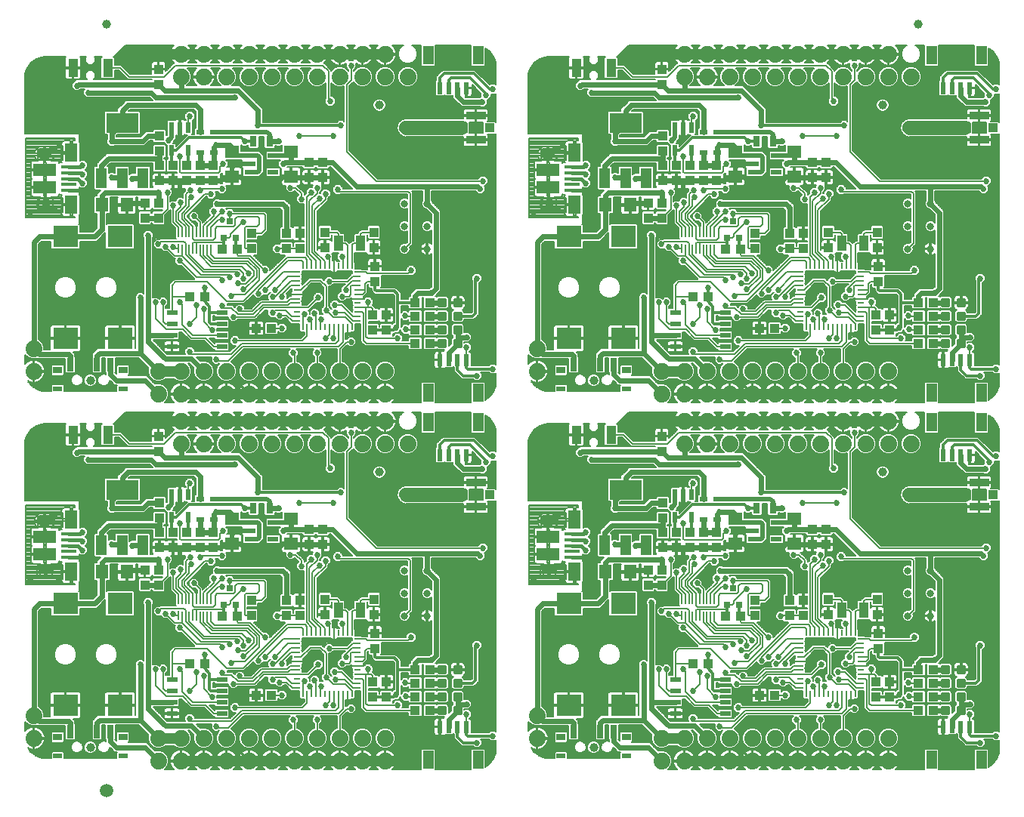
<source format=gtl>
G75*
%MOIN*%
%OFA0B0*%
%FSLAX25Y25*%
%IPPOS*%
%LPD*%
%AMOC8*
5,1,8,0,0,1.08239X$1,22.5*
%
%ADD10R,0.05512X0.06299*%
%ADD11R,0.03937X0.04331*%
%ADD12R,0.06299X0.05512*%
%ADD13C,0.01181*%
%ADD14R,0.06890X0.01575*%
%ADD15R,0.05748X0.07874*%
%ADD16R,0.09843X0.05610*%
%ADD17C,0.03937*%
%ADD18C,0.04331*%
%ADD19C,0.00800*%
%ADD20R,0.04331X0.03937*%
%ADD21R,0.02756X0.05906*%
%ADD22R,0.03937X0.02362*%
%ADD23R,0.03937X0.03150*%
%ADD24R,0.02165X0.04724*%
%ADD25C,0.07400*%
%ADD26R,0.04331X0.07874*%
%ADD27C,0.03200*%
%ADD28R,0.04724X0.02362*%
%ADD29R,0.03937X0.07087*%
%ADD30R,0.08661X0.03346*%
%ADD31R,0.04134X0.03937*%
%ADD32R,0.00984X0.02756*%
%ADD33R,0.02756X0.00984*%
%ADD34R,0.04800X0.08800*%
%ADD35R,0.14173X0.08661*%
%ADD36R,0.03150X0.04724*%
%ADD37R,0.00787X0.04331*%
%ADD38R,0.00787X0.03937*%
%ADD39R,0.04724X0.07874*%
%ADD40R,0.02362X0.05315*%
%ADD41R,0.04724X0.02165*%
%ADD42R,0.11024X0.09449*%
%ADD43R,0.02756X0.02756*%
%ADD44R,0.03268X0.02480*%
%ADD45C,0.05906*%
%ADD46C,0.00600*%
%ADD47C,0.02000*%
%ADD48C,0.02400*%
%ADD49C,0.02700*%
%ADD50C,0.01600*%
%ADD51C,0.01200*%
%ADD52C,0.04800*%
D10*
X0073738Y0117000D03*
X0084762Y0117000D03*
X0295738Y0117000D03*
X0306762Y0117000D03*
X0306762Y0279000D03*
X0295738Y0279000D03*
X0084762Y0279000D03*
X0073738Y0279000D03*
D11*
X0092750Y0279846D03*
X0098750Y0279846D03*
X0098750Y0273154D03*
X0092750Y0273154D03*
X0099250Y0289654D03*
X0105250Y0289654D03*
X0111250Y0289654D03*
X0117250Y0289654D03*
X0123050Y0289654D03*
X0123050Y0296346D03*
X0117250Y0296346D03*
X0111250Y0296346D03*
X0105250Y0296346D03*
X0099250Y0296346D03*
X0099250Y0302654D03*
X0099250Y0309346D03*
X0098750Y0332154D03*
X0098750Y0338846D03*
X0165250Y0297846D03*
X0171250Y0297846D03*
X0171250Y0291154D03*
X0165250Y0291154D03*
X0161250Y0266346D03*
X0155250Y0266346D03*
X0155250Y0259654D03*
X0161250Y0259654D03*
X0172250Y0260154D03*
X0172250Y0266846D03*
X0193750Y0266846D03*
X0193750Y0260154D03*
X0194250Y0251846D03*
X0194250Y0245154D03*
X0193250Y0230346D03*
X0199250Y0230346D03*
X0199250Y0223654D03*
X0193250Y0223654D03*
X0139750Y0259654D03*
X0139750Y0266346D03*
X0098750Y0176846D03*
X0098750Y0170154D03*
X0099250Y0147346D03*
X0099250Y0140654D03*
X0099250Y0134346D03*
X0105250Y0134346D03*
X0111250Y0134346D03*
X0117250Y0134346D03*
X0123050Y0134346D03*
X0123050Y0127654D03*
X0117250Y0127654D03*
X0111250Y0127654D03*
X0105250Y0127654D03*
X0099250Y0127654D03*
X0098750Y0117846D03*
X0092750Y0117846D03*
X0092750Y0111154D03*
X0098750Y0111154D03*
X0139750Y0104346D03*
X0139750Y0097654D03*
X0155250Y0097654D03*
X0161250Y0097654D03*
X0161250Y0104346D03*
X0155250Y0104346D03*
X0172250Y0104846D03*
X0172250Y0098154D03*
X0193750Y0098154D03*
X0193750Y0104846D03*
X0194250Y0089846D03*
X0194250Y0083154D03*
X0193250Y0068346D03*
X0199250Y0068346D03*
X0199250Y0061654D03*
X0193250Y0061654D03*
X0171250Y0129154D03*
X0165250Y0129154D03*
X0165250Y0135846D03*
X0171250Y0135846D03*
X0314750Y0117846D03*
X0320750Y0117846D03*
X0320750Y0111154D03*
X0314750Y0111154D03*
X0321250Y0127654D03*
X0327250Y0127654D03*
X0333250Y0127654D03*
X0339250Y0127654D03*
X0345050Y0127654D03*
X0345050Y0134346D03*
X0339250Y0134346D03*
X0333250Y0134346D03*
X0327250Y0134346D03*
X0321250Y0134346D03*
X0321250Y0140654D03*
X0321250Y0147346D03*
X0320750Y0170154D03*
X0320750Y0176846D03*
X0387250Y0135846D03*
X0393250Y0135846D03*
X0393250Y0129154D03*
X0387250Y0129154D03*
X0383250Y0104346D03*
X0377250Y0104346D03*
X0377250Y0097654D03*
X0383250Y0097654D03*
X0394250Y0098154D03*
X0394250Y0104846D03*
X0415750Y0104846D03*
X0415750Y0098154D03*
X0416250Y0089846D03*
X0416250Y0083154D03*
X0415250Y0068346D03*
X0421250Y0068346D03*
X0421250Y0061654D03*
X0415250Y0061654D03*
X0361750Y0097654D03*
X0361750Y0104346D03*
X0415250Y0223654D03*
X0421250Y0223654D03*
X0421250Y0230346D03*
X0415250Y0230346D03*
X0416250Y0245154D03*
X0416250Y0251846D03*
X0415750Y0260154D03*
X0415750Y0266846D03*
X0394250Y0266846D03*
X0394250Y0260154D03*
X0383250Y0259654D03*
X0377250Y0259654D03*
X0377250Y0266346D03*
X0383250Y0266346D03*
X0361750Y0266346D03*
X0361750Y0259654D03*
X0320750Y0273154D03*
X0314750Y0273154D03*
X0314750Y0279846D03*
X0320750Y0279846D03*
X0321250Y0289654D03*
X0327250Y0289654D03*
X0333250Y0289654D03*
X0339250Y0289654D03*
X0345050Y0289654D03*
X0345050Y0296346D03*
X0339250Y0296346D03*
X0333250Y0296346D03*
X0327250Y0296346D03*
X0321250Y0296346D03*
X0321250Y0302654D03*
X0321250Y0309346D03*
X0320750Y0332154D03*
X0320750Y0338846D03*
X0387250Y0297846D03*
X0393250Y0297846D03*
X0393250Y0291154D03*
X0387250Y0291154D03*
D12*
X0379250Y0291488D03*
X0379250Y0302512D03*
X0353250Y0302512D03*
X0353250Y0291488D03*
X0157250Y0291488D03*
X0157250Y0302512D03*
X0131250Y0302512D03*
X0131250Y0291488D03*
X0131250Y0140512D03*
X0131250Y0129488D03*
X0157250Y0129488D03*
X0157250Y0140512D03*
X0353250Y0140512D03*
X0353250Y0129488D03*
X0379250Y0129488D03*
X0379250Y0140512D03*
D13*
X0444519Y0075128D02*
X0444519Y0072372D01*
X0444519Y0075128D02*
X0447275Y0075128D01*
X0447275Y0072372D01*
X0444519Y0072372D01*
X0444519Y0073552D02*
X0447275Y0073552D01*
X0447275Y0074732D02*
X0444519Y0074732D01*
X0451425Y0075128D02*
X0451425Y0072372D01*
X0451425Y0075128D02*
X0454181Y0075128D01*
X0454181Y0072372D01*
X0451425Y0072372D01*
X0451425Y0073552D02*
X0454181Y0073552D01*
X0454181Y0074732D02*
X0451425Y0074732D01*
X0454181Y0069128D02*
X0454181Y0066372D01*
X0451425Y0066372D01*
X0451425Y0069128D01*
X0454181Y0069128D01*
X0454181Y0067552D02*
X0451425Y0067552D01*
X0451425Y0068732D02*
X0454181Y0068732D01*
X0447275Y0069128D02*
X0447275Y0066372D01*
X0444519Y0066372D01*
X0444519Y0069128D01*
X0447275Y0069128D01*
X0447275Y0067552D02*
X0444519Y0067552D01*
X0444519Y0068732D02*
X0447275Y0068732D01*
X0447275Y0063128D02*
X0447275Y0060372D01*
X0444519Y0060372D01*
X0444519Y0063128D01*
X0447275Y0063128D01*
X0447275Y0061552D02*
X0444519Y0061552D01*
X0444519Y0062732D02*
X0447275Y0062732D01*
X0454181Y0063128D02*
X0454181Y0060372D01*
X0451425Y0060372D01*
X0451425Y0063128D01*
X0454181Y0063128D01*
X0454181Y0061552D02*
X0451425Y0061552D01*
X0451425Y0062732D02*
X0454181Y0062732D01*
X0454181Y0057128D02*
X0454181Y0054372D01*
X0451425Y0054372D01*
X0451425Y0057128D01*
X0454181Y0057128D01*
X0454181Y0055552D02*
X0451425Y0055552D01*
X0451425Y0056732D02*
X0454181Y0056732D01*
X0447275Y0057128D02*
X0447275Y0054372D01*
X0444519Y0054372D01*
X0444519Y0057128D01*
X0447275Y0057128D01*
X0447275Y0055552D02*
X0444519Y0055552D01*
X0444519Y0056732D02*
X0447275Y0056732D01*
X0232181Y0057128D02*
X0232181Y0054372D01*
X0229425Y0054372D01*
X0229425Y0057128D01*
X0232181Y0057128D01*
X0232181Y0055552D02*
X0229425Y0055552D01*
X0229425Y0056732D02*
X0232181Y0056732D01*
X0225275Y0057128D02*
X0225275Y0054372D01*
X0222519Y0054372D01*
X0222519Y0057128D01*
X0225275Y0057128D01*
X0225275Y0055552D02*
X0222519Y0055552D01*
X0222519Y0056732D02*
X0225275Y0056732D01*
X0225275Y0060372D02*
X0225275Y0063128D01*
X0225275Y0060372D02*
X0222519Y0060372D01*
X0222519Y0063128D01*
X0225275Y0063128D01*
X0225275Y0061552D02*
X0222519Y0061552D01*
X0222519Y0062732D02*
X0225275Y0062732D01*
X0225275Y0066372D02*
X0225275Y0069128D01*
X0225275Y0066372D02*
X0222519Y0066372D01*
X0222519Y0069128D01*
X0225275Y0069128D01*
X0225275Y0067552D02*
X0222519Y0067552D01*
X0222519Y0068732D02*
X0225275Y0068732D01*
X0222519Y0072372D02*
X0222519Y0075128D01*
X0225275Y0075128D01*
X0225275Y0072372D01*
X0222519Y0072372D01*
X0222519Y0073552D02*
X0225275Y0073552D01*
X0225275Y0074732D02*
X0222519Y0074732D01*
X0229425Y0075128D02*
X0229425Y0072372D01*
X0229425Y0075128D02*
X0232181Y0075128D01*
X0232181Y0072372D01*
X0229425Y0072372D01*
X0229425Y0073552D02*
X0232181Y0073552D01*
X0232181Y0074732D02*
X0229425Y0074732D01*
X0232181Y0069128D02*
X0232181Y0066372D01*
X0229425Y0066372D01*
X0229425Y0069128D01*
X0232181Y0069128D01*
X0232181Y0067552D02*
X0229425Y0067552D01*
X0229425Y0068732D02*
X0232181Y0068732D01*
X0232181Y0063128D02*
X0232181Y0060372D01*
X0229425Y0060372D01*
X0229425Y0063128D01*
X0232181Y0063128D01*
X0232181Y0061552D02*
X0229425Y0061552D01*
X0229425Y0062732D02*
X0232181Y0062732D01*
X0232181Y0216372D02*
X0232181Y0219128D01*
X0232181Y0216372D02*
X0229425Y0216372D01*
X0229425Y0219128D01*
X0232181Y0219128D01*
X0232181Y0217552D02*
X0229425Y0217552D01*
X0229425Y0218732D02*
X0232181Y0218732D01*
X0225275Y0219128D02*
X0225275Y0216372D01*
X0222519Y0216372D01*
X0222519Y0219128D01*
X0225275Y0219128D01*
X0225275Y0217552D02*
X0222519Y0217552D01*
X0222519Y0218732D02*
X0225275Y0218732D01*
X0225275Y0222372D02*
X0225275Y0225128D01*
X0225275Y0222372D02*
X0222519Y0222372D01*
X0222519Y0225128D01*
X0225275Y0225128D01*
X0225275Y0223552D02*
X0222519Y0223552D01*
X0222519Y0224732D02*
X0225275Y0224732D01*
X0225275Y0228372D02*
X0225275Y0231128D01*
X0225275Y0228372D02*
X0222519Y0228372D01*
X0222519Y0231128D01*
X0225275Y0231128D01*
X0225275Y0229552D02*
X0222519Y0229552D01*
X0222519Y0230732D02*
X0225275Y0230732D01*
X0232181Y0231128D02*
X0232181Y0228372D01*
X0229425Y0228372D01*
X0229425Y0231128D01*
X0232181Y0231128D01*
X0232181Y0229552D02*
X0229425Y0229552D01*
X0229425Y0230732D02*
X0232181Y0230732D01*
X0232181Y0225128D02*
X0232181Y0222372D01*
X0229425Y0222372D01*
X0229425Y0225128D01*
X0232181Y0225128D01*
X0232181Y0223552D02*
X0229425Y0223552D01*
X0229425Y0224732D02*
X0232181Y0224732D01*
X0229425Y0234372D02*
X0229425Y0237128D01*
X0232181Y0237128D01*
X0232181Y0234372D01*
X0229425Y0234372D01*
X0229425Y0235552D02*
X0232181Y0235552D01*
X0232181Y0236732D02*
X0229425Y0236732D01*
X0222519Y0237128D02*
X0222519Y0234372D01*
X0222519Y0237128D02*
X0225275Y0237128D01*
X0225275Y0234372D01*
X0222519Y0234372D01*
X0222519Y0235552D02*
X0225275Y0235552D01*
X0225275Y0236732D02*
X0222519Y0236732D01*
X0444519Y0237128D02*
X0444519Y0234372D01*
X0444519Y0237128D02*
X0447275Y0237128D01*
X0447275Y0234372D01*
X0444519Y0234372D01*
X0444519Y0235552D02*
X0447275Y0235552D01*
X0447275Y0236732D02*
X0444519Y0236732D01*
X0451425Y0237128D02*
X0451425Y0234372D01*
X0451425Y0237128D02*
X0454181Y0237128D01*
X0454181Y0234372D01*
X0451425Y0234372D01*
X0451425Y0235552D02*
X0454181Y0235552D01*
X0454181Y0236732D02*
X0451425Y0236732D01*
X0454181Y0231128D02*
X0454181Y0228372D01*
X0451425Y0228372D01*
X0451425Y0231128D01*
X0454181Y0231128D01*
X0454181Y0229552D02*
X0451425Y0229552D01*
X0451425Y0230732D02*
X0454181Y0230732D01*
X0454181Y0225128D02*
X0454181Y0222372D01*
X0451425Y0222372D01*
X0451425Y0225128D01*
X0454181Y0225128D01*
X0454181Y0223552D02*
X0451425Y0223552D01*
X0451425Y0224732D02*
X0454181Y0224732D01*
X0447275Y0225128D02*
X0447275Y0222372D01*
X0444519Y0222372D01*
X0444519Y0225128D01*
X0447275Y0225128D01*
X0447275Y0223552D02*
X0444519Y0223552D01*
X0444519Y0224732D02*
X0447275Y0224732D01*
X0447275Y0228372D02*
X0447275Y0231128D01*
X0447275Y0228372D02*
X0444519Y0228372D01*
X0444519Y0231128D01*
X0447275Y0231128D01*
X0447275Y0229552D02*
X0444519Y0229552D01*
X0444519Y0230732D02*
X0447275Y0230732D01*
X0447275Y0219128D02*
X0447275Y0216372D01*
X0444519Y0216372D01*
X0444519Y0219128D01*
X0447275Y0219128D01*
X0447275Y0217552D02*
X0444519Y0217552D01*
X0444519Y0218732D02*
X0447275Y0218732D01*
X0454181Y0219128D02*
X0454181Y0216372D01*
X0451425Y0216372D01*
X0451425Y0219128D01*
X0454181Y0219128D01*
X0454181Y0217552D02*
X0451425Y0217552D01*
X0451425Y0218732D02*
X0454181Y0218732D01*
D14*
X0281250Y0285382D03*
X0281250Y0287941D03*
X0281250Y0290500D03*
X0281250Y0293059D03*
X0281250Y0295618D03*
X0059250Y0295618D03*
X0059250Y0293059D03*
X0059250Y0290500D03*
X0059250Y0287941D03*
X0059250Y0285382D03*
X0059250Y0133618D03*
X0059250Y0131059D03*
X0059250Y0128500D03*
X0059250Y0125941D03*
X0059250Y0123382D03*
X0281250Y0123382D03*
X0281250Y0125941D03*
X0281250Y0128500D03*
X0281250Y0131059D03*
X0281250Y0133618D03*
D15*
X0282333Y0139917D03*
X0282333Y0117083D03*
X0060333Y0117083D03*
X0060333Y0139917D03*
X0060333Y0279083D03*
X0060333Y0301917D03*
X0282333Y0301917D03*
X0282333Y0279083D03*
D16*
X0270719Y0286711D03*
X0270719Y0294289D03*
X0048719Y0294289D03*
X0048719Y0286711D03*
X0048719Y0132289D03*
X0048719Y0124711D03*
X0270719Y0124711D03*
X0270719Y0132289D03*
D17*
X0271112Y0117870D03*
X0196250Y0161000D03*
X0290750Y0201500D03*
X0271112Y0279870D03*
X0196250Y0323000D03*
X0075750Y0358750D03*
X0049112Y0279870D03*
X0068750Y0201500D03*
X0049112Y0117870D03*
X0068750Y0039500D03*
X0290750Y0039500D03*
X0418250Y0161000D03*
X0418250Y0323000D03*
X0433750Y0358750D03*
D18*
X0271286Y0301254D02*
X0269710Y0301254D01*
X0269710Y0301254D01*
X0271286Y0301254D01*
X0271286Y0301254D01*
X0049286Y0301254D02*
X0047710Y0301254D01*
X0047710Y0301254D01*
X0049286Y0301254D01*
X0049286Y0301254D01*
X0049286Y0139254D02*
X0047710Y0139254D01*
X0047710Y0139254D01*
X0049286Y0139254D01*
X0049286Y0139254D01*
X0269710Y0139254D02*
X0271286Y0139254D01*
X0269710Y0139254D02*
X0269710Y0139254D01*
X0271286Y0139254D01*
X0271286Y0139254D01*
D19*
X0270898Y0139493D02*
X0278059Y0139493D01*
X0278059Y0139517D02*
X0278059Y0135796D01*
X0278110Y0135605D01*
X0277308Y0135605D01*
X0277027Y0135325D01*
X0276944Y0135635D01*
X0276760Y0135954D01*
X0276499Y0136215D01*
X0276180Y0136399D01*
X0275824Y0136494D01*
X0273569Y0136494D01*
X0274055Y0136981D01*
X0274445Y0137565D01*
X0274714Y0138214D01*
X0274841Y0138854D01*
X0270898Y0138854D01*
X0270898Y0135688D01*
X0271118Y0135688D01*
X0271118Y0132689D01*
X0270319Y0132689D01*
X0270319Y0136494D01*
X0270098Y0136494D01*
X0270098Y0138854D01*
X0266155Y0138854D01*
X0266283Y0138214D01*
X0266551Y0137565D01*
X0266942Y0136981D01*
X0267428Y0136494D01*
X0265613Y0136494D01*
X0265257Y0136399D01*
X0264938Y0136215D01*
X0264677Y0135954D01*
X0264493Y0135635D01*
X0264397Y0135279D01*
X0264397Y0132689D01*
X0270318Y0132689D01*
X0270318Y0131889D01*
X0264397Y0131889D01*
X0264397Y0129300D01*
X0264493Y0128944D01*
X0264677Y0128625D01*
X0264802Y0128500D01*
X0264677Y0128375D01*
X0264493Y0128056D01*
X0264397Y0127700D01*
X0264397Y0125111D01*
X0270318Y0125111D01*
X0270319Y0125111D02*
X0270319Y0128916D01*
X0270319Y0131889D01*
X0271118Y0131889D01*
X0271118Y0125111D01*
X0270319Y0125111D01*
X0270318Y0125111D02*
X0270318Y0124311D01*
X0264397Y0124311D01*
X0264397Y0121721D01*
X0264493Y0121365D01*
X0264677Y0121046D01*
X0264938Y0120785D01*
X0265257Y0120601D01*
X0265613Y0120506D01*
X0268993Y0120506D01*
X0268965Y0120487D01*
X0268496Y0120017D01*
X0268127Y0119466D01*
X0267873Y0118853D01*
X0267757Y0118270D01*
X0270712Y0118270D01*
X0270712Y0117470D01*
X0267757Y0117470D01*
X0267873Y0116888D01*
X0268127Y0116274D01*
X0268496Y0115723D01*
X0268965Y0115254D01*
X0269517Y0114885D01*
X0270130Y0114631D01*
X0270712Y0114515D01*
X0270712Y0117470D01*
X0271512Y0117470D01*
X0271512Y0114515D01*
X0272095Y0114631D01*
X0272708Y0114885D01*
X0273259Y0115254D01*
X0273729Y0115723D01*
X0274097Y0116274D01*
X0274351Y0116888D01*
X0274467Y0117470D01*
X0271512Y0117470D01*
X0271512Y0118270D01*
X0270712Y0118270D01*
X0270712Y0121225D01*
X0270319Y0121147D01*
X0270319Y0124311D01*
X0271118Y0124311D01*
X0271118Y0120506D01*
X0271512Y0120506D01*
X0271512Y0118270D01*
X0274467Y0118270D01*
X0274351Y0118853D01*
X0274097Y0119466D01*
X0273729Y0120017D01*
X0273259Y0120487D01*
X0273231Y0120506D01*
X0275824Y0120506D01*
X0276180Y0120601D01*
X0276499Y0120785D01*
X0276760Y0121046D01*
X0276944Y0121365D01*
X0277027Y0121675D01*
X0277308Y0121394D01*
X0278110Y0121394D01*
X0278059Y0121204D01*
X0278059Y0117483D01*
X0281933Y0117483D01*
X0281933Y0116683D01*
X0282733Y0116683D01*
X0282733Y0111746D01*
X0283750Y0111746D01*
X0283750Y0111500D01*
X0262250Y0111500D01*
X0262250Y0146500D01*
X0283750Y0146500D01*
X0283750Y0145254D01*
X0282733Y0145254D01*
X0282733Y0140317D01*
X0281933Y0140317D01*
X0281933Y0139517D01*
X0278059Y0139517D01*
X0278553Y0139493D02*
X0267431Y0139493D01*
X0267431Y0140094D02*
X0267431Y0137732D01*
X0267487Y0137465D01*
X0267610Y0137221D01*
X0267792Y0137018D01*
X0268021Y0136868D01*
X0268280Y0136783D01*
X0268553Y0136768D01*
X0278553Y0136748D01*
X0278553Y0143165D01*
X0276033Y0143185D01*
X0276033Y0141709D01*
X0268593Y0141689D01*
X0268291Y0141606D01*
X0268016Y0141459D01*
X0267781Y0141253D01*
X0267597Y0141001D01*
X0267474Y0140714D01*
X0267417Y0140407D01*
X0267431Y0140094D01*
X0267422Y0140292D02*
X0278553Y0140292D01*
X0278059Y0140317D02*
X0281933Y0140317D01*
X0281933Y0145254D01*
X0279274Y0145254D01*
X0278918Y0145159D01*
X0278599Y0144975D01*
X0278338Y0144714D01*
X0278154Y0144395D01*
X0278059Y0144039D01*
X0278059Y0140317D01*
X0278059Y0141090D02*
X0274347Y0141090D01*
X0274445Y0140942D02*
X0274055Y0141526D01*
X0273559Y0142023D01*
X0272975Y0142413D01*
X0272326Y0142682D01*
X0271637Y0142819D01*
X0270898Y0142819D01*
X0270898Y0139654D01*
X0270098Y0139654D01*
X0270098Y0142819D01*
X0269360Y0142819D01*
X0268671Y0142682D01*
X0268022Y0142413D01*
X0267438Y0142023D01*
X0266942Y0141526D01*
X0266551Y0140942D01*
X0266283Y0140294D01*
X0266155Y0139654D01*
X0270098Y0139654D01*
X0270098Y0138854D01*
X0270898Y0138854D01*
X0270898Y0139654D01*
X0274841Y0139654D01*
X0274714Y0140294D01*
X0274445Y0140942D01*
X0274714Y0140292D02*
X0281933Y0140292D01*
X0281933Y0141090D02*
X0282733Y0141090D01*
X0282733Y0141889D02*
X0281933Y0141889D01*
X0281933Y0142687D02*
X0282733Y0142687D01*
X0282733Y0143486D02*
X0281933Y0143486D01*
X0281933Y0144284D02*
X0282733Y0144284D01*
X0282733Y0145083D02*
X0281933Y0145083D01*
X0283750Y0145881D02*
X0262250Y0145881D01*
X0262250Y0145083D02*
X0278786Y0145083D01*
X0278124Y0144284D02*
X0262250Y0144284D01*
X0262250Y0143486D02*
X0278059Y0143486D01*
X0278059Y0142687D02*
X0272300Y0142687D01*
X0270898Y0142687D02*
X0270098Y0142687D01*
X0270098Y0141889D02*
X0270898Y0141889D01*
X0270898Y0141090D02*
X0270098Y0141090D01*
X0270098Y0140292D02*
X0270898Y0140292D01*
X0270098Y0139493D02*
X0262250Y0139493D01*
X0262250Y0138695D02*
X0266187Y0138695D01*
X0266414Y0137896D02*
X0262250Y0137896D01*
X0262250Y0137098D02*
X0266864Y0137098D01*
X0267721Y0137098D02*
X0278553Y0137098D01*
X0278059Y0137098D02*
X0274133Y0137098D01*
X0274583Y0137896D02*
X0278059Y0137896D01*
X0278553Y0137896D02*
X0267431Y0137896D01*
X0267431Y0138695D02*
X0278553Y0138695D01*
X0278059Y0138695D02*
X0274810Y0138695D01*
X0276353Y0136299D02*
X0278059Y0136299D01*
X0277203Y0135501D02*
X0276980Y0135501D01*
X0271118Y0135501D02*
X0270319Y0135501D01*
X0270319Y0136299D02*
X0270898Y0136299D01*
X0270898Y0137098D02*
X0270098Y0137098D01*
X0270098Y0137896D02*
X0270898Y0137896D01*
X0270898Y0138695D02*
X0270098Y0138695D01*
X0267662Y0141090D02*
X0278553Y0141090D01*
X0278553Y0141889D02*
X0276033Y0141889D01*
X0276033Y0142687D02*
X0278553Y0142687D01*
X0278059Y0141889D02*
X0273693Y0141889D01*
X0268697Y0142687D02*
X0262250Y0142687D01*
X0262250Y0141889D02*
X0267304Y0141889D01*
X0266650Y0141090D02*
X0262250Y0141090D01*
X0262250Y0140292D02*
X0266282Y0140292D01*
X0265084Y0136299D02*
X0262250Y0136299D01*
X0262250Y0135501D02*
X0264457Y0135501D01*
X0264397Y0134702D02*
X0262250Y0134702D01*
X0262250Y0133903D02*
X0264397Y0133903D01*
X0264397Y0133105D02*
X0262250Y0133105D01*
X0262250Y0132306D02*
X0270318Y0132306D01*
X0270319Y0131508D02*
X0271118Y0131508D01*
X0271118Y0130709D02*
X0270319Y0130709D01*
X0270319Y0129911D02*
X0271118Y0129911D01*
X0271118Y0129112D02*
X0270319Y0129112D01*
X0270319Y0128314D02*
X0271118Y0128314D01*
X0271118Y0127515D02*
X0270319Y0127515D01*
X0270319Y0126717D02*
X0271118Y0126717D01*
X0271118Y0125918D02*
X0270319Y0125918D01*
X0270319Y0125120D02*
X0271118Y0125120D01*
X0270318Y0124321D02*
X0262250Y0124321D01*
X0262250Y0123523D02*
X0264397Y0123523D01*
X0264397Y0122724D02*
X0262250Y0122724D01*
X0262250Y0121926D02*
X0264397Y0121926D01*
X0264630Y0121127D02*
X0262250Y0121127D01*
X0262250Y0120329D02*
X0268807Y0120329D01*
X0268278Y0120087D02*
X0278553Y0120087D01*
X0278553Y0113862D01*
X0276053Y0113862D01*
X0276053Y0115350D01*
X0267844Y0115350D01*
X0267688Y0115388D01*
X0267551Y0115471D01*
X0267447Y0115593D01*
X0267385Y0115741D01*
X0267372Y0115902D01*
X0267470Y0119307D01*
X0267501Y0119512D01*
X0267584Y0119702D01*
X0267713Y0119864D01*
X0267879Y0119987D01*
X0268072Y0120063D01*
X0268278Y0120087D01*
X0268170Y0119530D02*
X0262250Y0119530D01*
X0262250Y0118732D02*
X0267849Y0118732D01*
X0267454Y0118732D02*
X0278553Y0118732D01*
X0278059Y0118732D02*
X0274375Y0118732D01*
X0274054Y0119530D02*
X0278059Y0119530D01*
X0278553Y0119530D02*
X0267509Y0119530D01*
X0267431Y0117933D02*
X0278553Y0117933D01*
X0278059Y0117933D02*
X0271512Y0117933D01*
X0271512Y0117135D02*
X0270712Y0117135D01*
X0270712Y0117933D02*
X0262250Y0117933D01*
X0262250Y0117135D02*
X0267824Y0117135D01*
X0267408Y0117135D02*
X0278553Y0117135D01*
X0278059Y0116683D02*
X0278059Y0112961D01*
X0278154Y0112605D01*
X0278338Y0112286D01*
X0278599Y0112025D01*
X0278918Y0111841D01*
X0279274Y0111746D01*
X0281933Y0111746D01*
X0281933Y0116683D01*
X0278059Y0116683D01*
X0278059Y0116336D02*
X0274123Y0116336D01*
X0274400Y0117135D02*
X0281933Y0117135D01*
X0281933Y0116336D02*
X0282733Y0116336D01*
X0282733Y0115538D02*
X0281933Y0115538D01*
X0281933Y0114739D02*
X0282733Y0114739D01*
X0282733Y0113941D02*
X0281933Y0113941D01*
X0281933Y0113142D02*
X0282733Y0113142D01*
X0282733Y0112344D02*
X0281933Y0112344D01*
X0283750Y0111545D02*
X0262250Y0111545D01*
X0262250Y0112344D02*
X0278305Y0112344D01*
X0278059Y0113142D02*
X0262250Y0113142D01*
X0262250Y0113941D02*
X0278059Y0113941D01*
X0278553Y0113941D02*
X0276053Y0113941D01*
X0276053Y0114739D02*
X0278553Y0114739D01*
X0278059Y0114739D02*
X0272356Y0114739D01*
X0271512Y0114739D02*
X0270712Y0114739D01*
X0270712Y0115538D02*
X0271512Y0115538D01*
X0271512Y0116336D02*
X0270712Y0116336D01*
X0269868Y0114739D02*
X0262250Y0114739D01*
X0262250Y0115538D02*
X0268681Y0115538D01*
X0268101Y0116336D02*
X0262250Y0116336D01*
X0267385Y0116336D02*
X0278553Y0116336D01*
X0278553Y0115538D02*
X0267494Y0115538D01*
X0270712Y0118732D02*
X0271512Y0118732D01*
X0271512Y0119530D02*
X0270712Y0119530D01*
X0270712Y0120329D02*
X0271512Y0120329D01*
X0271118Y0121127D02*
X0270712Y0121127D01*
X0270319Y0121926D02*
X0271118Y0121926D01*
X0271118Y0122724D02*
X0270319Y0122724D01*
X0270319Y0123523D02*
X0271118Y0123523D01*
X0273417Y0120329D02*
X0278059Y0120329D01*
X0278059Y0121127D02*
X0276807Y0121127D01*
X0278059Y0115538D02*
X0273544Y0115538D01*
X0264397Y0125120D02*
X0262250Y0125120D01*
X0262250Y0125918D02*
X0264397Y0125918D01*
X0264397Y0126717D02*
X0262250Y0126717D01*
X0262250Y0127515D02*
X0264397Y0127515D01*
X0264641Y0128314D02*
X0262250Y0128314D01*
X0262250Y0129112D02*
X0264447Y0129112D01*
X0264397Y0129911D02*
X0262250Y0129911D01*
X0262250Y0130709D02*
X0264397Y0130709D01*
X0264397Y0131508D02*
X0262250Y0131508D01*
X0270319Y0133105D02*
X0271118Y0133105D01*
X0271118Y0133903D02*
X0270319Y0133903D01*
X0270319Y0134702D02*
X0271118Y0134702D01*
X0061750Y0145254D02*
X0060733Y0145254D01*
X0060733Y0140317D01*
X0059933Y0140317D01*
X0059933Y0139517D01*
X0056059Y0139517D01*
X0056059Y0135796D01*
X0056110Y0135605D01*
X0055308Y0135605D01*
X0055027Y0135325D01*
X0054944Y0135635D01*
X0054760Y0135954D01*
X0054499Y0136215D01*
X0054180Y0136399D01*
X0053824Y0136494D01*
X0051569Y0136494D01*
X0052055Y0136981D01*
X0052445Y0137565D01*
X0052714Y0138214D01*
X0052841Y0138854D01*
X0048898Y0138854D01*
X0048898Y0135688D01*
X0049118Y0135688D01*
X0049118Y0132689D01*
X0048319Y0132689D01*
X0048319Y0136494D01*
X0048098Y0136494D01*
X0048098Y0138854D01*
X0044155Y0138854D01*
X0044283Y0138214D01*
X0044551Y0137565D01*
X0044942Y0136981D01*
X0045428Y0136494D01*
X0043613Y0136494D01*
X0043257Y0136399D01*
X0042938Y0136215D01*
X0042677Y0135954D01*
X0042493Y0135635D01*
X0042397Y0135279D01*
X0042397Y0132689D01*
X0048318Y0132689D01*
X0048318Y0131889D01*
X0042397Y0131889D01*
X0042397Y0129300D01*
X0042493Y0128944D01*
X0042677Y0128625D01*
X0042802Y0128500D01*
X0042677Y0128375D01*
X0042493Y0128056D01*
X0042397Y0127700D01*
X0042397Y0125111D01*
X0048318Y0125111D01*
X0048319Y0125111D02*
X0048319Y0128916D01*
X0048319Y0131889D01*
X0049118Y0131889D01*
X0049118Y0125111D01*
X0048319Y0125111D01*
X0048318Y0125111D02*
X0048318Y0124311D01*
X0042397Y0124311D01*
X0042397Y0121721D01*
X0042493Y0121365D01*
X0042677Y0121046D01*
X0042938Y0120785D01*
X0043257Y0120601D01*
X0043613Y0120506D01*
X0046993Y0120506D01*
X0046965Y0120487D01*
X0046496Y0120017D01*
X0046127Y0119466D01*
X0045873Y0118853D01*
X0045757Y0118270D01*
X0048712Y0118270D01*
X0048712Y0117470D01*
X0045757Y0117470D01*
X0045873Y0116888D01*
X0046127Y0116274D01*
X0046496Y0115723D01*
X0046965Y0115254D01*
X0047517Y0114885D01*
X0048130Y0114631D01*
X0048712Y0114515D01*
X0048712Y0117470D01*
X0049512Y0117470D01*
X0049512Y0114515D01*
X0050095Y0114631D01*
X0050708Y0114885D01*
X0051259Y0115254D01*
X0051729Y0115723D01*
X0052097Y0116274D01*
X0052351Y0116888D01*
X0052467Y0117470D01*
X0049512Y0117470D01*
X0049512Y0118270D01*
X0048712Y0118270D01*
X0048712Y0121225D01*
X0048319Y0121147D01*
X0048319Y0124311D01*
X0049118Y0124311D01*
X0049118Y0120506D01*
X0049512Y0120506D01*
X0049512Y0118270D01*
X0052467Y0118270D01*
X0052351Y0118853D01*
X0052097Y0119466D01*
X0051729Y0120017D01*
X0051259Y0120487D01*
X0051231Y0120506D01*
X0053824Y0120506D01*
X0054180Y0120601D01*
X0054499Y0120785D01*
X0054760Y0121046D01*
X0054944Y0121365D01*
X0055027Y0121675D01*
X0055308Y0121394D01*
X0056110Y0121394D01*
X0056059Y0121204D01*
X0056059Y0117483D01*
X0059933Y0117483D01*
X0059933Y0116683D01*
X0060733Y0116683D01*
X0060733Y0111746D01*
X0061750Y0111746D01*
X0061750Y0111500D01*
X0040250Y0111500D01*
X0040250Y0146500D01*
X0061750Y0146500D01*
X0061750Y0145254D01*
X0061750Y0145881D02*
X0040250Y0145881D01*
X0040250Y0145083D02*
X0056786Y0145083D01*
X0056918Y0145159D02*
X0056599Y0144975D01*
X0056338Y0144714D01*
X0056154Y0144395D01*
X0056059Y0144039D01*
X0056059Y0140317D01*
X0059933Y0140317D01*
X0059933Y0145254D01*
X0057274Y0145254D01*
X0056918Y0145159D01*
X0056124Y0144284D02*
X0040250Y0144284D01*
X0040250Y0143486D02*
X0056059Y0143486D01*
X0056553Y0143165D02*
X0056553Y0136748D01*
X0046553Y0136768D01*
X0046280Y0136783D01*
X0046021Y0136868D01*
X0045792Y0137018D01*
X0045610Y0137221D01*
X0045487Y0137465D01*
X0045431Y0137732D01*
X0045431Y0140094D01*
X0045417Y0140407D01*
X0045474Y0140714D01*
X0045597Y0141001D01*
X0045781Y0141253D01*
X0046016Y0141459D01*
X0046291Y0141606D01*
X0046593Y0141689D01*
X0054033Y0141709D01*
X0054033Y0143185D01*
X0056553Y0143165D01*
X0056553Y0142687D02*
X0054033Y0142687D01*
X0054033Y0141889D02*
X0056553Y0141889D01*
X0056059Y0141889D02*
X0051693Y0141889D01*
X0051559Y0142023D02*
X0050975Y0142413D01*
X0050326Y0142682D01*
X0049637Y0142819D01*
X0048898Y0142819D01*
X0048898Y0139654D01*
X0048098Y0139654D01*
X0048098Y0142819D01*
X0047360Y0142819D01*
X0046671Y0142682D01*
X0046022Y0142413D01*
X0045438Y0142023D01*
X0044942Y0141526D01*
X0044551Y0140942D01*
X0044283Y0140294D01*
X0044155Y0139654D01*
X0048098Y0139654D01*
X0048098Y0138854D01*
X0048898Y0138854D01*
X0048898Y0139654D01*
X0052841Y0139654D01*
X0052714Y0140294D01*
X0052445Y0140942D01*
X0052055Y0141526D01*
X0051559Y0142023D01*
X0052347Y0141090D02*
X0056059Y0141090D01*
X0056553Y0141090D02*
X0045662Y0141090D01*
X0045422Y0140292D02*
X0056553Y0140292D01*
X0056553Y0139493D02*
X0045431Y0139493D01*
X0045431Y0138695D02*
X0056553Y0138695D01*
X0056059Y0138695D02*
X0052810Y0138695D01*
X0052583Y0137896D02*
X0056059Y0137896D01*
X0056553Y0137896D02*
X0045431Y0137896D01*
X0045721Y0137098D02*
X0056553Y0137098D01*
X0056059Y0137098D02*
X0052133Y0137098D01*
X0054353Y0136299D02*
X0056059Y0136299D01*
X0055203Y0135501D02*
X0054980Y0135501D01*
X0056059Y0139493D02*
X0048898Y0139493D01*
X0048898Y0138695D02*
X0048098Y0138695D01*
X0048098Y0139493D02*
X0040250Y0139493D01*
X0040250Y0138695D02*
X0044187Y0138695D01*
X0044414Y0137896D02*
X0040250Y0137896D01*
X0040250Y0137098D02*
X0044864Y0137098D01*
X0043084Y0136299D02*
X0040250Y0136299D01*
X0040250Y0135501D02*
X0042457Y0135501D01*
X0042397Y0134702D02*
X0040250Y0134702D01*
X0040250Y0133903D02*
X0042397Y0133903D01*
X0042397Y0133105D02*
X0040250Y0133105D01*
X0040250Y0132306D02*
X0048318Y0132306D01*
X0048319Y0131508D02*
X0049118Y0131508D01*
X0049118Y0130709D02*
X0048319Y0130709D01*
X0048319Y0129911D02*
X0049118Y0129911D01*
X0049118Y0129112D02*
X0048319Y0129112D01*
X0048319Y0128314D02*
X0049118Y0128314D01*
X0049118Y0127515D02*
X0048319Y0127515D01*
X0048319Y0126717D02*
X0049118Y0126717D01*
X0049118Y0125918D02*
X0048319Y0125918D01*
X0048319Y0125120D02*
X0049118Y0125120D01*
X0048318Y0124321D02*
X0040250Y0124321D01*
X0040250Y0123523D02*
X0042397Y0123523D01*
X0042397Y0122724D02*
X0040250Y0122724D01*
X0040250Y0121926D02*
X0042397Y0121926D01*
X0042630Y0121127D02*
X0040250Y0121127D01*
X0040250Y0120329D02*
X0046807Y0120329D01*
X0046278Y0120087D02*
X0056553Y0120087D01*
X0056553Y0113862D01*
X0054053Y0113862D01*
X0054053Y0115350D01*
X0045844Y0115350D01*
X0045688Y0115388D01*
X0045551Y0115471D01*
X0045447Y0115593D01*
X0045385Y0115741D01*
X0045372Y0115902D01*
X0045470Y0119307D01*
X0045501Y0119512D01*
X0045584Y0119702D01*
X0045713Y0119864D01*
X0045879Y0119987D01*
X0046072Y0120063D01*
X0046278Y0120087D01*
X0046170Y0119530D02*
X0040250Y0119530D01*
X0040250Y0118732D02*
X0045849Y0118732D01*
X0045454Y0118732D02*
X0056553Y0118732D01*
X0056059Y0118732D02*
X0052375Y0118732D01*
X0052054Y0119530D02*
X0056059Y0119530D01*
X0056553Y0119530D02*
X0045509Y0119530D01*
X0045431Y0117933D02*
X0056553Y0117933D01*
X0056059Y0117933D02*
X0049512Y0117933D01*
X0049512Y0117135D02*
X0048712Y0117135D01*
X0048712Y0117933D02*
X0040250Y0117933D01*
X0040250Y0117135D02*
X0045824Y0117135D01*
X0045408Y0117135D02*
X0056553Y0117135D01*
X0056059Y0116683D02*
X0056059Y0112961D01*
X0056154Y0112605D01*
X0056338Y0112286D01*
X0056599Y0112025D01*
X0056918Y0111841D01*
X0057274Y0111746D01*
X0059933Y0111746D01*
X0059933Y0116683D01*
X0056059Y0116683D01*
X0056059Y0116336D02*
X0052123Y0116336D01*
X0052400Y0117135D02*
X0059933Y0117135D01*
X0059933Y0116336D02*
X0060733Y0116336D01*
X0060733Y0115538D02*
X0059933Y0115538D01*
X0059933Y0114739D02*
X0060733Y0114739D01*
X0060733Y0113941D02*
X0059933Y0113941D01*
X0059933Y0113142D02*
X0060733Y0113142D01*
X0060733Y0112344D02*
X0059933Y0112344D01*
X0061750Y0111545D02*
X0040250Y0111545D01*
X0040250Y0112344D02*
X0056305Y0112344D01*
X0056059Y0113142D02*
X0040250Y0113142D01*
X0040250Y0113941D02*
X0056059Y0113941D01*
X0056553Y0113941D02*
X0054053Y0113941D01*
X0054053Y0114739D02*
X0056553Y0114739D01*
X0056059Y0114739D02*
X0050356Y0114739D01*
X0049512Y0114739D02*
X0048712Y0114739D01*
X0048712Y0115538D02*
X0049512Y0115538D01*
X0049512Y0116336D02*
X0048712Y0116336D01*
X0047868Y0114739D02*
X0040250Y0114739D01*
X0040250Y0115538D02*
X0046681Y0115538D01*
X0046101Y0116336D02*
X0040250Y0116336D01*
X0045385Y0116336D02*
X0056553Y0116336D01*
X0056553Y0115538D02*
X0045494Y0115538D01*
X0048712Y0118732D02*
X0049512Y0118732D01*
X0049512Y0119530D02*
X0048712Y0119530D01*
X0048712Y0120329D02*
X0049512Y0120329D01*
X0049118Y0121127D02*
X0048712Y0121127D01*
X0048319Y0121926D02*
X0049118Y0121926D01*
X0049118Y0122724D02*
X0048319Y0122724D01*
X0048319Y0123523D02*
X0049118Y0123523D01*
X0051417Y0120329D02*
X0056059Y0120329D01*
X0056059Y0121127D02*
X0054807Y0121127D01*
X0056059Y0115538D02*
X0051544Y0115538D01*
X0042397Y0125120D02*
X0040250Y0125120D01*
X0040250Y0125918D02*
X0042397Y0125918D01*
X0042397Y0126717D02*
X0040250Y0126717D01*
X0040250Y0127515D02*
X0042397Y0127515D01*
X0042641Y0128314D02*
X0040250Y0128314D01*
X0040250Y0129112D02*
X0042447Y0129112D01*
X0042397Y0129911D02*
X0040250Y0129911D01*
X0040250Y0130709D02*
X0042397Y0130709D01*
X0042397Y0131508D02*
X0040250Y0131508D01*
X0048319Y0133105D02*
X0049118Y0133105D01*
X0049118Y0133903D02*
X0048319Y0133903D01*
X0048319Y0134702D02*
X0049118Y0134702D01*
X0049118Y0135501D02*
X0048319Y0135501D01*
X0048319Y0136299D02*
X0048898Y0136299D01*
X0048898Y0137098D02*
X0048098Y0137098D01*
X0048098Y0137896D02*
X0048898Y0137896D01*
X0048898Y0140292D02*
X0048098Y0140292D01*
X0048098Y0141090D02*
X0048898Y0141090D01*
X0048898Y0141889D02*
X0048098Y0141889D01*
X0048098Y0142687D02*
X0048898Y0142687D01*
X0050300Y0142687D02*
X0056059Y0142687D01*
X0059933Y0142687D02*
X0060733Y0142687D01*
X0060733Y0141889D02*
X0059933Y0141889D01*
X0059933Y0141090D02*
X0060733Y0141090D01*
X0059933Y0140292D02*
X0052714Y0140292D01*
X0059933Y0143486D02*
X0060733Y0143486D01*
X0060733Y0144284D02*
X0059933Y0144284D01*
X0059933Y0145083D02*
X0060733Y0145083D01*
X0046697Y0142687D02*
X0040250Y0142687D01*
X0040250Y0141889D02*
X0045304Y0141889D01*
X0044650Y0141090D02*
X0040250Y0141090D01*
X0040250Y0140292D02*
X0044282Y0140292D01*
X0040250Y0273500D02*
X0040250Y0308500D01*
X0061750Y0308500D01*
X0061750Y0307254D01*
X0060733Y0307254D01*
X0060733Y0302317D01*
X0059933Y0302317D01*
X0059933Y0301517D01*
X0056059Y0301517D01*
X0056059Y0297796D01*
X0056110Y0297605D01*
X0055308Y0297605D01*
X0055027Y0297325D01*
X0054944Y0297635D01*
X0054760Y0297954D01*
X0054499Y0298215D01*
X0054180Y0298399D01*
X0053824Y0298494D01*
X0051569Y0298494D01*
X0052055Y0298981D01*
X0052445Y0299565D01*
X0052714Y0300214D01*
X0052841Y0300854D01*
X0048898Y0300854D01*
X0048898Y0297688D01*
X0049118Y0297688D01*
X0049118Y0294689D01*
X0048319Y0294689D01*
X0048319Y0298494D01*
X0048098Y0298494D01*
X0048098Y0300854D01*
X0044155Y0300854D01*
X0044283Y0300214D01*
X0044551Y0299565D01*
X0044942Y0298981D01*
X0045428Y0298494D01*
X0043613Y0298494D01*
X0043257Y0298399D01*
X0042938Y0298215D01*
X0042677Y0297954D01*
X0042493Y0297635D01*
X0042397Y0297279D01*
X0042397Y0294689D01*
X0048318Y0294689D01*
X0048318Y0293889D01*
X0042397Y0293889D01*
X0042397Y0291300D01*
X0042493Y0290944D01*
X0042677Y0290625D01*
X0042802Y0290500D01*
X0042677Y0290375D01*
X0042493Y0290056D01*
X0042397Y0289700D01*
X0042397Y0287111D01*
X0048318Y0287111D01*
X0048319Y0287111D02*
X0048319Y0290916D01*
X0048319Y0293889D01*
X0049118Y0293889D01*
X0049118Y0287111D01*
X0048319Y0287111D01*
X0048318Y0287111D02*
X0048318Y0286311D01*
X0042397Y0286311D01*
X0042397Y0283721D01*
X0042493Y0283365D01*
X0042677Y0283046D01*
X0042938Y0282785D01*
X0043257Y0282601D01*
X0043613Y0282506D01*
X0046993Y0282506D01*
X0046965Y0282487D01*
X0046496Y0282017D01*
X0046127Y0281466D01*
X0045873Y0280853D01*
X0045757Y0280270D01*
X0048712Y0280270D01*
X0048712Y0279470D01*
X0045757Y0279470D01*
X0045873Y0278888D01*
X0046127Y0278274D01*
X0046496Y0277723D01*
X0046965Y0277254D01*
X0047517Y0276885D01*
X0048130Y0276631D01*
X0048712Y0276515D01*
X0048712Y0279470D01*
X0049512Y0279470D01*
X0049512Y0276515D01*
X0050095Y0276631D01*
X0050708Y0276885D01*
X0051259Y0277254D01*
X0051729Y0277723D01*
X0052097Y0278274D01*
X0052351Y0278888D01*
X0052467Y0279470D01*
X0049512Y0279470D01*
X0049512Y0280270D01*
X0048712Y0280270D01*
X0048712Y0283225D01*
X0048319Y0283147D01*
X0048319Y0286311D01*
X0049118Y0286311D01*
X0049118Y0282506D01*
X0049512Y0282506D01*
X0049512Y0280270D01*
X0052467Y0280270D01*
X0052351Y0280853D01*
X0052097Y0281466D01*
X0051729Y0282017D01*
X0051259Y0282487D01*
X0051231Y0282506D01*
X0053824Y0282506D01*
X0054180Y0282601D01*
X0054499Y0282785D01*
X0054760Y0283046D01*
X0054944Y0283365D01*
X0055027Y0283675D01*
X0055308Y0283394D01*
X0056110Y0283394D01*
X0056059Y0283204D01*
X0056059Y0279483D01*
X0059933Y0279483D01*
X0059933Y0278683D01*
X0060733Y0278683D01*
X0060733Y0273746D01*
X0061750Y0273746D01*
X0061750Y0273500D01*
X0040250Y0273500D01*
X0040250Y0273643D02*
X0061750Y0273643D01*
X0060733Y0274441D02*
X0059933Y0274441D01*
X0059933Y0273746D02*
X0059933Y0278683D01*
X0056059Y0278683D01*
X0056059Y0274961D01*
X0056154Y0274605D01*
X0056338Y0274286D01*
X0056599Y0274025D01*
X0056918Y0273841D01*
X0057274Y0273746D01*
X0059933Y0273746D01*
X0059933Y0275240D02*
X0060733Y0275240D01*
X0060733Y0276039D02*
X0059933Y0276039D01*
X0059933Y0276837D02*
X0060733Y0276837D01*
X0060733Y0277636D02*
X0059933Y0277636D01*
X0059933Y0278434D02*
X0060733Y0278434D01*
X0059933Y0279233D02*
X0052420Y0279233D01*
X0052163Y0278434D02*
X0056059Y0278434D01*
X0056553Y0278434D02*
X0045387Y0278434D01*
X0045372Y0277902D02*
X0045470Y0281307D01*
X0045501Y0281512D01*
X0045584Y0281702D01*
X0045713Y0281864D01*
X0045879Y0281987D01*
X0046072Y0282063D01*
X0046278Y0282087D01*
X0056553Y0282087D01*
X0056553Y0275862D01*
X0054053Y0275862D01*
X0054053Y0277350D01*
X0045844Y0277350D01*
X0045688Y0277388D01*
X0045551Y0277471D01*
X0045447Y0277593D01*
X0045385Y0277741D01*
X0045372Y0277902D01*
X0045429Y0277636D02*
X0056553Y0277636D01*
X0056059Y0277636D02*
X0051641Y0277636D01*
X0050592Y0276837D02*
X0056059Y0276837D01*
X0056553Y0276837D02*
X0054053Y0276837D01*
X0054053Y0276039D02*
X0056553Y0276039D01*
X0056059Y0276039D02*
X0040250Y0276039D01*
X0040250Y0276837D02*
X0047632Y0276837D01*
X0048712Y0276837D02*
X0049512Y0276837D01*
X0049512Y0277636D02*
X0048712Y0277636D01*
X0048712Y0278434D02*
X0049512Y0278434D01*
X0049512Y0279233D02*
X0048712Y0279233D01*
X0048712Y0280031D02*
X0040250Y0280031D01*
X0040250Y0279233D02*
X0045805Y0279233D01*
X0045411Y0279233D02*
X0056553Y0279233D01*
X0056553Y0280031D02*
X0045434Y0280031D01*
X0045457Y0280830D02*
X0056553Y0280830D01*
X0056059Y0280830D02*
X0052356Y0280830D01*
X0051989Y0281628D02*
X0056059Y0281628D01*
X0056553Y0281628D02*
X0045552Y0281628D01*
X0046236Y0281628D02*
X0040250Y0281628D01*
X0040250Y0280830D02*
X0045869Y0280830D01*
X0046905Y0282427D02*
X0040250Y0282427D01*
X0040250Y0283225D02*
X0042573Y0283225D01*
X0042397Y0284024D02*
X0040250Y0284024D01*
X0040250Y0284822D02*
X0042397Y0284822D01*
X0042397Y0285621D02*
X0040250Y0285621D01*
X0040250Y0286419D02*
X0048318Y0286419D01*
X0048319Y0285621D02*
X0049118Y0285621D01*
X0049118Y0284822D02*
X0048319Y0284822D01*
X0048319Y0284024D02*
X0049118Y0284024D01*
X0049118Y0283225D02*
X0048319Y0283225D01*
X0048712Y0282427D02*
X0049512Y0282427D01*
X0049512Y0281628D02*
X0048712Y0281628D01*
X0048712Y0280830D02*
X0049512Y0280830D01*
X0049512Y0280031D02*
X0056059Y0280031D01*
X0056059Y0282427D02*
X0051319Y0282427D01*
X0054863Y0283225D02*
X0056064Y0283225D01*
X0049118Y0287218D02*
X0048319Y0287218D01*
X0048319Y0288016D02*
X0049118Y0288016D01*
X0049118Y0288815D02*
X0048319Y0288815D01*
X0048319Y0289613D02*
X0049118Y0289613D01*
X0049118Y0290412D02*
X0048319Y0290412D01*
X0048319Y0291210D02*
X0049118Y0291210D01*
X0049118Y0292009D02*
X0048319Y0292009D01*
X0048319Y0292807D02*
X0049118Y0292807D01*
X0049118Y0293606D02*
X0048319Y0293606D01*
X0048318Y0294404D02*
X0040250Y0294404D01*
X0040250Y0293606D02*
X0042397Y0293606D01*
X0042397Y0292807D02*
X0040250Y0292807D01*
X0040250Y0292009D02*
X0042397Y0292009D01*
X0042421Y0291210D02*
X0040250Y0291210D01*
X0040250Y0290412D02*
X0042713Y0290412D01*
X0042397Y0289613D02*
X0040250Y0289613D01*
X0040250Y0288815D02*
X0042397Y0288815D01*
X0042397Y0288016D02*
X0040250Y0288016D01*
X0040250Y0287218D02*
X0042397Y0287218D01*
X0042397Y0295203D02*
X0040250Y0295203D01*
X0040250Y0296001D02*
X0042397Y0296001D01*
X0042397Y0296800D02*
X0040250Y0296800D01*
X0040250Y0297598D02*
X0042483Y0297598D01*
X0043253Y0298397D02*
X0040250Y0298397D01*
X0040250Y0299195D02*
X0044798Y0299195D01*
X0045487Y0299465D02*
X0045610Y0299221D01*
X0045792Y0299018D01*
X0046021Y0298868D01*
X0046280Y0298783D01*
X0046553Y0298768D01*
X0056553Y0298748D01*
X0056553Y0305165D01*
X0054033Y0305185D01*
X0054033Y0303709D01*
X0046593Y0303689D01*
X0046291Y0303606D01*
X0046016Y0303459D01*
X0045781Y0303253D01*
X0045597Y0303001D01*
X0045474Y0302714D01*
X0045417Y0302407D01*
X0045431Y0302094D01*
X0045431Y0299732D01*
X0045487Y0299465D01*
X0045633Y0299195D02*
X0056553Y0299195D01*
X0056059Y0299195D02*
X0052198Y0299195D01*
X0052623Y0299994D02*
X0056059Y0299994D01*
X0056553Y0299994D02*
X0045431Y0299994D01*
X0045431Y0300792D02*
X0056553Y0300792D01*
X0056059Y0300792D02*
X0052829Y0300792D01*
X0052841Y0301654D02*
X0052714Y0302294D01*
X0052445Y0302942D01*
X0052055Y0303526D01*
X0051559Y0304023D01*
X0050975Y0304413D01*
X0050326Y0304682D01*
X0049637Y0304819D01*
X0048898Y0304819D01*
X0048898Y0301654D01*
X0048098Y0301654D01*
X0048098Y0304819D01*
X0047360Y0304819D01*
X0046671Y0304682D01*
X0046022Y0304413D01*
X0045438Y0304023D01*
X0044942Y0303526D01*
X0044551Y0302942D01*
X0044283Y0302294D01*
X0044155Y0301654D01*
X0048098Y0301654D01*
X0048098Y0300854D01*
X0048898Y0300854D01*
X0048898Y0301654D01*
X0052841Y0301654D01*
X0052674Y0302389D02*
X0056059Y0302389D01*
X0056059Y0302317D02*
X0059933Y0302317D01*
X0059933Y0307254D01*
X0057274Y0307254D01*
X0056918Y0307159D01*
X0056599Y0306975D01*
X0056338Y0306714D01*
X0056154Y0306395D01*
X0056059Y0306039D01*
X0056059Y0302317D01*
X0056553Y0302389D02*
X0045418Y0302389D01*
X0045431Y0301591D02*
X0056553Y0301591D01*
X0056553Y0303188D02*
X0045733Y0303188D01*
X0045402Y0303986D02*
X0040250Y0303986D01*
X0040250Y0303188D02*
X0044715Y0303188D01*
X0044322Y0302389D02*
X0040250Y0302389D01*
X0040250Y0301591D02*
X0048098Y0301591D01*
X0048098Y0302389D02*
X0048898Y0302389D01*
X0048898Y0301591D02*
X0059933Y0301591D01*
X0059933Y0302389D02*
X0060733Y0302389D01*
X0060733Y0303188D02*
X0059933Y0303188D01*
X0059933Y0303986D02*
X0060733Y0303986D01*
X0060733Y0304785D02*
X0059933Y0304785D01*
X0059933Y0305583D02*
X0060733Y0305583D01*
X0060733Y0306382D02*
X0059933Y0306382D01*
X0059933Y0307180D02*
X0060733Y0307180D01*
X0061750Y0307979D02*
X0040250Y0307979D01*
X0040250Y0307180D02*
X0056999Y0307180D01*
X0056151Y0306382D02*
X0040250Y0306382D01*
X0040250Y0305583D02*
X0056059Y0305583D01*
X0056059Y0304785D02*
X0049808Y0304785D01*
X0048898Y0304785D02*
X0048098Y0304785D01*
X0048098Y0303986D02*
X0048898Y0303986D01*
X0048898Y0303188D02*
X0048098Y0303188D01*
X0047189Y0304785D02*
X0040250Y0304785D01*
X0040250Y0300792D02*
X0044167Y0300792D01*
X0044374Y0299994D02*
X0040250Y0299994D01*
X0048098Y0299994D02*
X0048898Y0299994D01*
X0048898Y0300792D02*
X0048098Y0300792D01*
X0048098Y0299195D02*
X0048898Y0299195D01*
X0048898Y0298397D02*
X0048319Y0298397D01*
X0048319Y0297598D02*
X0049118Y0297598D01*
X0049118Y0296800D02*
X0048319Y0296800D01*
X0048319Y0296001D02*
X0049118Y0296001D01*
X0049118Y0295203D02*
X0048319Y0295203D01*
X0054184Y0298397D02*
X0056059Y0298397D01*
X0055301Y0297598D02*
X0054954Y0297598D01*
X0056059Y0303188D02*
X0052281Y0303188D01*
X0051595Y0303986D02*
X0056059Y0303986D01*
X0056553Y0303986D02*
X0054033Y0303986D01*
X0054033Y0304785D02*
X0056553Y0304785D01*
X0046061Y0278434D02*
X0040250Y0278434D01*
X0040250Y0277636D02*
X0046583Y0277636D01*
X0040250Y0275240D02*
X0056059Y0275240D01*
X0056249Y0274441D02*
X0040250Y0274441D01*
X0262250Y0274441D02*
X0278249Y0274441D01*
X0278338Y0274286D02*
X0278599Y0274025D01*
X0278918Y0273841D01*
X0279274Y0273746D01*
X0281933Y0273746D01*
X0281933Y0278683D01*
X0282733Y0278683D01*
X0282733Y0273746D01*
X0283750Y0273746D01*
X0283750Y0273500D01*
X0262250Y0273500D01*
X0262250Y0308500D01*
X0283750Y0308500D01*
X0283750Y0307254D01*
X0282733Y0307254D01*
X0282733Y0302317D01*
X0281933Y0302317D01*
X0281933Y0301517D01*
X0278059Y0301517D01*
X0278059Y0297796D01*
X0278110Y0297605D01*
X0277308Y0297605D01*
X0277027Y0297325D01*
X0276944Y0297635D01*
X0276760Y0297954D01*
X0276499Y0298215D01*
X0276180Y0298399D01*
X0275824Y0298494D01*
X0273569Y0298494D01*
X0274055Y0298981D01*
X0274445Y0299565D01*
X0274714Y0300214D01*
X0274841Y0300854D01*
X0270898Y0300854D01*
X0270898Y0297688D01*
X0271118Y0297688D01*
X0271118Y0294689D01*
X0270319Y0294689D01*
X0270319Y0298494D01*
X0270098Y0298494D01*
X0270098Y0300854D01*
X0266155Y0300854D01*
X0266283Y0300214D01*
X0266551Y0299565D01*
X0266942Y0298981D01*
X0267428Y0298494D01*
X0265613Y0298494D01*
X0265257Y0298399D01*
X0264938Y0298215D01*
X0264677Y0297954D01*
X0264493Y0297635D01*
X0264397Y0297279D01*
X0264397Y0294689D01*
X0270318Y0294689D01*
X0270318Y0293889D01*
X0264397Y0293889D01*
X0264397Y0291300D01*
X0264493Y0290944D01*
X0264677Y0290625D01*
X0264802Y0290500D01*
X0264677Y0290375D01*
X0264493Y0290056D01*
X0264397Y0289700D01*
X0264397Y0287111D01*
X0270318Y0287111D01*
X0270319Y0287111D02*
X0270319Y0290916D01*
X0270319Y0293889D01*
X0271118Y0293889D01*
X0271118Y0287111D01*
X0270319Y0287111D01*
X0270318Y0287111D02*
X0270318Y0286311D01*
X0264397Y0286311D01*
X0264397Y0283721D01*
X0264493Y0283365D01*
X0264677Y0283046D01*
X0264938Y0282785D01*
X0265257Y0282601D01*
X0265613Y0282506D01*
X0268993Y0282506D01*
X0268965Y0282487D01*
X0268496Y0282017D01*
X0268127Y0281466D01*
X0267873Y0280853D01*
X0267757Y0280270D01*
X0270712Y0280270D01*
X0270712Y0279470D01*
X0267757Y0279470D01*
X0267873Y0278888D01*
X0268127Y0278274D01*
X0268496Y0277723D01*
X0268965Y0277254D01*
X0269517Y0276885D01*
X0270130Y0276631D01*
X0270712Y0276515D01*
X0270712Y0279470D01*
X0271512Y0279470D01*
X0271512Y0276515D01*
X0272095Y0276631D01*
X0272708Y0276885D01*
X0273259Y0277254D01*
X0273729Y0277723D01*
X0274097Y0278274D01*
X0274351Y0278888D01*
X0274467Y0279470D01*
X0271512Y0279470D01*
X0271512Y0280270D01*
X0270712Y0280270D01*
X0270712Y0283225D01*
X0270319Y0283147D01*
X0270319Y0286311D01*
X0271118Y0286311D01*
X0271118Y0282506D01*
X0271512Y0282506D01*
X0271512Y0280270D01*
X0274467Y0280270D01*
X0274351Y0280853D01*
X0274097Y0281466D01*
X0273729Y0282017D01*
X0273259Y0282487D01*
X0273231Y0282506D01*
X0275824Y0282506D01*
X0276180Y0282601D01*
X0276499Y0282785D01*
X0276760Y0283046D01*
X0276944Y0283365D01*
X0277027Y0283675D01*
X0277308Y0283394D01*
X0278110Y0283394D01*
X0278059Y0283204D01*
X0278059Y0279483D01*
X0281933Y0279483D01*
X0281933Y0278683D01*
X0278059Y0278683D01*
X0278059Y0274961D01*
X0278154Y0274605D01*
X0278338Y0274286D01*
X0278059Y0275240D02*
X0262250Y0275240D01*
X0262250Y0276039D02*
X0278059Y0276039D01*
X0278553Y0276039D02*
X0276053Y0276039D01*
X0276053Y0275862D02*
X0276053Y0277350D01*
X0267844Y0277350D01*
X0267688Y0277388D01*
X0267551Y0277471D01*
X0267447Y0277593D01*
X0267385Y0277741D01*
X0267372Y0277902D01*
X0267470Y0281307D01*
X0267501Y0281512D01*
X0267584Y0281702D01*
X0267713Y0281864D01*
X0267879Y0281987D01*
X0268072Y0282063D01*
X0268278Y0282087D01*
X0278553Y0282087D01*
X0278553Y0275862D01*
X0276053Y0275862D01*
X0276053Y0276837D02*
X0278553Y0276837D01*
X0278059Y0276837D02*
X0272592Y0276837D01*
X0271512Y0276837D02*
X0270712Y0276837D01*
X0270712Y0277636D02*
X0271512Y0277636D01*
X0271512Y0278434D02*
X0270712Y0278434D01*
X0270712Y0279233D02*
X0271512Y0279233D01*
X0271512Y0280031D02*
X0278059Y0280031D01*
X0278553Y0280031D02*
X0267434Y0280031D01*
X0267411Y0279233D02*
X0278553Y0279233D01*
X0278553Y0278434D02*
X0267387Y0278434D01*
X0268061Y0278434D02*
X0262250Y0278434D01*
X0262250Y0277636D02*
X0268583Y0277636D01*
X0267429Y0277636D02*
X0278553Y0277636D01*
X0278059Y0277636D02*
X0273641Y0277636D01*
X0274163Y0278434D02*
X0278059Y0278434D01*
X0278059Y0280830D02*
X0274356Y0280830D01*
X0273989Y0281628D02*
X0278059Y0281628D01*
X0278553Y0281628D02*
X0267552Y0281628D01*
X0268236Y0281628D02*
X0262250Y0281628D01*
X0262250Y0280830D02*
X0267869Y0280830D01*
X0267457Y0280830D02*
X0278553Y0280830D01*
X0278059Y0282427D02*
X0273319Y0282427D01*
X0271512Y0282427D02*
X0270712Y0282427D01*
X0270712Y0281628D02*
X0271512Y0281628D01*
X0271512Y0280830D02*
X0270712Y0280830D01*
X0270712Y0280031D02*
X0262250Y0280031D01*
X0262250Y0279233D02*
X0267805Y0279233D01*
X0269632Y0276837D02*
X0262250Y0276837D01*
X0262250Y0273643D02*
X0283750Y0273643D01*
X0282733Y0274441D02*
X0281933Y0274441D01*
X0281933Y0275240D02*
X0282733Y0275240D01*
X0282733Y0276039D02*
X0281933Y0276039D01*
X0281933Y0276837D02*
X0282733Y0276837D01*
X0282733Y0277636D02*
X0281933Y0277636D01*
X0281933Y0278434D02*
X0282733Y0278434D01*
X0281933Y0279233D02*
X0274420Y0279233D01*
X0276863Y0283225D02*
X0278064Y0283225D01*
X0271118Y0283225D02*
X0270319Y0283225D01*
X0270319Y0284024D02*
X0271118Y0284024D01*
X0271118Y0284822D02*
X0270319Y0284822D01*
X0270319Y0285621D02*
X0271118Y0285621D01*
X0270318Y0286419D02*
X0262250Y0286419D01*
X0262250Y0285621D02*
X0264397Y0285621D01*
X0264397Y0284822D02*
X0262250Y0284822D01*
X0262250Y0284024D02*
X0264397Y0284024D01*
X0264573Y0283225D02*
X0262250Y0283225D01*
X0262250Y0282427D02*
X0268905Y0282427D01*
X0270319Y0287218D02*
X0271118Y0287218D01*
X0271118Y0288016D02*
X0270319Y0288016D01*
X0270319Y0288815D02*
X0271118Y0288815D01*
X0271118Y0289613D02*
X0270319Y0289613D01*
X0270319Y0290412D02*
X0271118Y0290412D01*
X0271118Y0291210D02*
X0270319Y0291210D01*
X0270319Y0292009D02*
X0271118Y0292009D01*
X0271118Y0292807D02*
X0270319Y0292807D01*
X0270319Y0293606D02*
X0271118Y0293606D01*
X0270318Y0294404D02*
X0262250Y0294404D01*
X0262250Y0293606D02*
X0264397Y0293606D01*
X0264397Y0292807D02*
X0262250Y0292807D01*
X0262250Y0292009D02*
X0264397Y0292009D01*
X0264421Y0291210D02*
X0262250Y0291210D01*
X0262250Y0290412D02*
X0264713Y0290412D01*
X0264397Y0289613D02*
X0262250Y0289613D01*
X0262250Y0288815D02*
X0264397Y0288815D01*
X0264397Y0288016D02*
X0262250Y0288016D01*
X0262250Y0287218D02*
X0264397Y0287218D01*
X0264397Y0295203D02*
X0262250Y0295203D01*
X0262250Y0296001D02*
X0264397Y0296001D01*
X0264397Y0296800D02*
X0262250Y0296800D01*
X0262250Y0297598D02*
X0264483Y0297598D01*
X0265253Y0298397D02*
X0262250Y0298397D01*
X0262250Y0299195D02*
X0266798Y0299195D01*
X0267487Y0299465D02*
X0267610Y0299221D01*
X0267792Y0299018D01*
X0268021Y0298868D01*
X0268280Y0298783D01*
X0268553Y0298768D01*
X0278553Y0298748D01*
X0278553Y0305165D01*
X0276033Y0305185D01*
X0276033Y0303709D01*
X0268593Y0303689D01*
X0268291Y0303606D01*
X0268016Y0303459D01*
X0267781Y0303253D01*
X0267597Y0303001D01*
X0267474Y0302714D01*
X0267417Y0302407D01*
X0267431Y0302094D01*
X0267431Y0299732D01*
X0267487Y0299465D01*
X0267633Y0299195D02*
X0278553Y0299195D01*
X0278059Y0299195D02*
X0274198Y0299195D01*
X0274623Y0299994D02*
X0278059Y0299994D01*
X0278553Y0299994D02*
X0267431Y0299994D01*
X0267431Y0300792D02*
X0278553Y0300792D01*
X0278059Y0300792D02*
X0274829Y0300792D01*
X0274841Y0301654D02*
X0274714Y0302294D01*
X0274445Y0302942D01*
X0274055Y0303526D01*
X0273559Y0304023D01*
X0272975Y0304413D01*
X0272326Y0304682D01*
X0271637Y0304819D01*
X0270898Y0304819D01*
X0270898Y0301654D01*
X0270098Y0301654D01*
X0270098Y0304819D01*
X0269360Y0304819D01*
X0268671Y0304682D01*
X0268022Y0304413D01*
X0267438Y0304023D01*
X0266942Y0303526D01*
X0266551Y0302942D01*
X0266283Y0302294D01*
X0266155Y0301654D01*
X0270098Y0301654D01*
X0270098Y0300854D01*
X0270898Y0300854D01*
X0270898Y0301654D01*
X0274841Y0301654D01*
X0274674Y0302389D02*
X0278059Y0302389D01*
X0278059Y0302317D02*
X0281933Y0302317D01*
X0281933Y0307254D01*
X0279274Y0307254D01*
X0278918Y0307159D01*
X0278599Y0306975D01*
X0278338Y0306714D01*
X0278154Y0306395D01*
X0278059Y0306039D01*
X0278059Y0302317D01*
X0278553Y0302389D02*
X0267418Y0302389D01*
X0267431Y0301591D02*
X0278553Y0301591D01*
X0278553Y0303188D02*
X0267733Y0303188D01*
X0267402Y0303986D02*
X0262250Y0303986D01*
X0262250Y0303188D02*
X0266715Y0303188D01*
X0266322Y0302389D02*
X0262250Y0302389D01*
X0262250Y0301591D02*
X0270098Y0301591D01*
X0270098Y0302389D02*
X0270898Y0302389D01*
X0270898Y0301591D02*
X0281933Y0301591D01*
X0281933Y0302389D02*
X0282733Y0302389D01*
X0282733Y0303188D02*
X0281933Y0303188D01*
X0281933Y0303986D02*
X0282733Y0303986D01*
X0282733Y0304785D02*
X0281933Y0304785D01*
X0281933Y0305583D02*
X0282733Y0305583D01*
X0282733Y0306382D02*
X0281933Y0306382D01*
X0281933Y0307180D02*
X0282733Y0307180D01*
X0283750Y0307979D02*
X0262250Y0307979D01*
X0262250Y0307180D02*
X0278999Y0307180D01*
X0278151Y0306382D02*
X0262250Y0306382D01*
X0262250Y0305583D02*
X0278059Y0305583D01*
X0278059Y0304785D02*
X0271808Y0304785D01*
X0270898Y0304785D02*
X0270098Y0304785D01*
X0270098Y0303986D02*
X0270898Y0303986D01*
X0270898Y0303188D02*
X0270098Y0303188D01*
X0269189Y0304785D02*
X0262250Y0304785D01*
X0262250Y0300792D02*
X0266167Y0300792D01*
X0266374Y0299994D02*
X0262250Y0299994D01*
X0270098Y0299994D02*
X0270898Y0299994D01*
X0270898Y0300792D02*
X0270098Y0300792D01*
X0270098Y0299195D02*
X0270898Y0299195D01*
X0270898Y0298397D02*
X0270319Y0298397D01*
X0270319Y0297598D02*
X0271118Y0297598D01*
X0271118Y0296800D02*
X0270319Y0296800D01*
X0270319Y0296001D02*
X0271118Y0296001D01*
X0271118Y0295203D02*
X0270319Y0295203D01*
X0276184Y0298397D02*
X0278059Y0298397D01*
X0277301Y0297598D02*
X0276954Y0297598D01*
X0278059Y0303188D02*
X0274281Y0303188D01*
X0273595Y0303986D02*
X0278059Y0303986D01*
X0278553Y0303986D02*
X0276033Y0303986D01*
X0276033Y0304785D02*
X0278553Y0304785D01*
D20*
X0348904Y0259500D03*
X0355596Y0259500D03*
X0341096Y0238400D03*
X0334404Y0238400D03*
X0363904Y0224500D03*
X0370596Y0224500D03*
X0434004Y0223750D03*
X0434004Y0229750D03*
X0440696Y0229750D03*
X0440696Y0223750D03*
X0440696Y0217750D03*
X0434004Y0217750D03*
X0434004Y0235750D03*
X0440696Y0235750D03*
X0355596Y0097500D03*
X0348904Y0097500D03*
X0341096Y0076400D03*
X0334404Y0076400D03*
X0363904Y0062500D03*
X0370596Y0062500D03*
X0434004Y0061750D03*
X0434004Y0067750D03*
X0440696Y0067750D03*
X0440696Y0061750D03*
X0440696Y0055750D03*
X0434004Y0055750D03*
X0434004Y0073750D03*
X0440696Y0073750D03*
X0218696Y0073750D03*
X0212004Y0073750D03*
X0212004Y0067750D03*
X0212004Y0061750D03*
X0218696Y0061750D03*
X0218696Y0067750D03*
X0218696Y0055750D03*
X0212004Y0055750D03*
X0148596Y0062500D03*
X0141904Y0062500D03*
X0119096Y0076400D03*
X0112404Y0076400D03*
X0126904Y0097500D03*
X0133596Y0097500D03*
X0212004Y0217750D03*
X0218696Y0217750D03*
X0218696Y0223750D03*
X0218696Y0229750D03*
X0212004Y0229750D03*
X0212004Y0223750D03*
X0212004Y0235750D03*
X0218696Y0235750D03*
X0148596Y0224500D03*
X0141904Y0224500D03*
X0119096Y0238400D03*
X0112404Y0238400D03*
X0126904Y0259500D03*
X0133596Y0259500D03*
D21*
X0077608Y0208490D03*
X0071703Y0208490D03*
X0059892Y0208490D03*
X0281892Y0208490D03*
X0293703Y0208490D03*
X0299608Y0208490D03*
X0299608Y0046490D03*
X0293703Y0046490D03*
X0281892Y0046490D03*
X0077608Y0046490D03*
X0071703Y0046490D03*
X0059892Y0046490D03*
D22*
X0054380Y0035663D03*
X0083120Y0035663D03*
X0276380Y0035663D03*
X0305120Y0035663D03*
X0305120Y0197663D03*
X0276380Y0197663D03*
X0083120Y0197663D03*
X0054380Y0197663D03*
D23*
X0054380Y0205931D03*
X0083120Y0205931D03*
X0276380Y0205931D03*
X0305120Y0205931D03*
X0305120Y0043931D03*
X0276380Y0043931D03*
X0083120Y0043931D03*
X0054380Y0043931D03*
D24*
X0104510Y0140881D03*
X0111990Y0140881D03*
X0111990Y0151119D03*
X0108250Y0151119D03*
X0104510Y0151119D03*
X0326510Y0151119D03*
X0330250Y0151119D03*
X0333990Y0151119D03*
X0333990Y0140881D03*
X0326510Y0140881D03*
X0326510Y0302881D03*
X0333990Y0302881D03*
X0333990Y0313119D03*
X0330250Y0313119D03*
X0326510Y0313119D03*
X0111990Y0313119D03*
X0108250Y0313119D03*
X0104510Y0313119D03*
X0104510Y0302881D03*
X0111990Y0302881D03*
D25*
X0108750Y0335500D03*
X0118750Y0335500D03*
X0128750Y0335500D03*
X0138750Y0335500D03*
X0148750Y0335500D03*
X0158750Y0335500D03*
X0168750Y0335500D03*
X0178750Y0335500D03*
X0188750Y0335500D03*
X0198750Y0335500D03*
X0208750Y0335500D03*
X0198750Y0345500D03*
X0188750Y0345500D03*
X0178750Y0345500D03*
X0168750Y0345500D03*
X0158750Y0345500D03*
X0148750Y0345500D03*
X0138750Y0345500D03*
X0128750Y0345500D03*
X0118750Y0345500D03*
X0108750Y0345500D03*
X0043750Y0215500D03*
X0043750Y0205500D03*
X0098750Y0205500D03*
X0108750Y0205500D03*
X0118750Y0205500D03*
X0128750Y0205500D03*
X0138750Y0205500D03*
X0148750Y0205500D03*
X0158750Y0205500D03*
X0168750Y0205500D03*
X0178750Y0205500D03*
X0188750Y0205500D03*
X0198750Y0205500D03*
X0198750Y0195500D03*
X0188750Y0195500D03*
X0178750Y0195500D03*
X0168750Y0195500D03*
X0158750Y0195500D03*
X0148750Y0195500D03*
X0138750Y0195500D03*
X0128750Y0195500D03*
X0118750Y0195500D03*
X0108750Y0195500D03*
X0098750Y0195500D03*
X0108750Y0183500D03*
X0118750Y0183500D03*
X0128750Y0183500D03*
X0138750Y0183500D03*
X0148750Y0183500D03*
X0158750Y0183500D03*
X0168750Y0183500D03*
X0178750Y0183500D03*
X0188750Y0183500D03*
X0198750Y0183500D03*
X0198750Y0173500D03*
X0208750Y0173500D03*
X0188750Y0173500D03*
X0178750Y0173500D03*
X0168750Y0173500D03*
X0158750Y0173500D03*
X0148750Y0173500D03*
X0138750Y0173500D03*
X0128750Y0173500D03*
X0118750Y0173500D03*
X0108750Y0173500D03*
X0265750Y0205500D03*
X0265750Y0215500D03*
X0320750Y0205500D03*
X0330750Y0205500D03*
X0340750Y0205500D03*
X0350750Y0205500D03*
X0360750Y0205500D03*
X0370750Y0205500D03*
X0380750Y0205500D03*
X0390750Y0205500D03*
X0400750Y0205500D03*
X0410750Y0205500D03*
X0420750Y0205500D03*
X0420750Y0195500D03*
X0410750Y0195500D03*
X0400750Y0195500D03*
X0390750Y0195500D03*
X0380750Y0195500D03*
X0370750Y0195500D03*
X0360750Y0195500D03*
X0350750Y0195500D03*
X0340750Y0195500D03*
X0330750Y0195500D03*
X0320750Y0195500D03*
X0330750Y0183500D03*
X0340750Y0183500D03*
X0350750Y0183500D03*
X0360750Y0183500D03*
X0370750Y0183500D03*
X0380750Y0183500D03*
X0390750Y0183500D03*
X0400750Y0183500D03*
X0410750Y0183500D03*
X0420750Y0183500D03*
X0420750Y0173500D03*
X0430750Y0173500D03*
X0410750Y0173500D03*
X0400750Y0173500D03*
X0390750Y0173500D03*
X0380750Y0173500D03*
X0370750Y0173500D03*
X0360750Y0173500D03*
X0350750Y0173500D03*
X0340750Y0173500D03*
X0330750Y0173500D03*
X0265750Y0053500D03*
X0265750Y0043500D03*
X0320750Y0043500D03*
X0330750Y0043500D03*
X0340750Y0043500D03*
X0350750Y0043500D03*
X0360750Y0043500D03*
X0370750Y0043500D03*
X0380750Y0043500D03*
X0390750Y0043500D03*
X0400750Y0043500D03*
X0410750Y0043500D03*
X0420750Y0043500D03*
X0420750Y0033500D03*
X0410750Y0033500D03*
X0400750Y0033500D03*
X0390750Y0033500D03*
X0380750Y0033500D03*
X0370750Y0033500D03*
X0360750Y0033500D03*
X0350750Y0033500D03*
X0340750Y0033500D03*
X0330750Y0033500D03*
X0320750Y0033500D03*
X0198750Y0033500D03*
X0188750Y0033500D03*
X0178750Y0033500D03*
X0168750Y0033500D03*
X0158750Y0033500D03*
X0148750Y0033500D03*
X0138750Y0033500D03*
X0128750Y0033500D03*
X0118750Y0033500D03*
X0108750Y0033500D03*
X0098750Y0033500D03*
X0098750Y0043500D03*
X0108750Y0043500D03*
X0118750Y0043500D03*
X0128750Y0043500D03*
X0138750Y0043500D03*
X0148750Y0043500D03*
X0158750Y0043500D03*
X0168750Y0043500D03*
X0178750Y0043500D03*
X0188750Y0043500D03*
X0198750Y0043500D03*
X0043750Y0043500D03*
X0043750Y0053500D03*
X0330750Y0335500D03*
X0340750Y0335500D03*
X0350750Y0335500D03*
X0360750Y0335500D03*
X0370750Y0335500D03*
X0380750Y0335500D03*
X0390750Y0335500D03*
X0400750Y0335500D03*
X0410750Y0335500D03*
X0420750Y0335500D03*
X0430750Y0335500D03*
X0420750Y0345500D03*
X0410750Y0345500D03*
X0400750Y0345500D03*
X0390750Y0345500D03*
X0380750Y0345500D03*
X0370750Y0345500D03*
X0360750Y0345500D03*
X0350750Y0345500D03*
X0340750Y0345500D03*
X0330750Y0345500D03*
D26*
X0298427Y0339500D03*
X0283073Y0339500D03*
X0076427Y0339500D03*
X0061073Y0339500D03*
X0061073Y0177500D03*
X0076427Y0177500D03*
X0283073Y0177500D03*
X0298427Y0177500D03*
D27*
X0217250Y0117500D03*
X0207250Y0117500D03*
X0207250Y0107500D03*
X0217250Y0107500D03*
X0217250Y0097500D03*
X0207250Y0097500D03*
X0429250Y0097500D03*
X0439250Y0097500D03*
X0439250Y0107500D03*
X0429250Y0107500D03*
X0429250Y0117500D03*
X0439250Y0117500D03*
X0439250Y0259500D03*
X0429250Y0259500D03*
X0429250Y0269500D03*
X0429250Y0279500D03*
X0439250Y0279500D03*
X0439250Y0269500D03*
X0217250Y0269500D03*
X0217250Y0279500D03*
X0207250Y0279500D03*
X0207250Y0269500D03*
X0207250Y0259500D03*
X0217250Y0259500D03*
D28*
X0126774Y0231400D03*
X0126774Y0226400D03*
X0126774Y0221400D03*
X0126774Y0216400D03*
X0104726Y0216400D03*
X0104726Y0221400D03*
X0104726Y0226400D03*
X0104726Y0231400D03*
X0326726Y0231400D03*
X0326726Y0226400D03*
X0326726Y0221400D03*
X0326726Y0216400D03*
X0348774Y0216400D03*
X0348774Y0221400D03*
X0348774Y0226400D03*
X0348774Y0231400D03*
X0348774Y0069400D03*
X0348774Y0064400D03*
X0348774Y0059400D03*
X0348774Y0054400D03*
X0326726Y0054400D03*
X0326726Y0059400D03*
X0326726Y0064400D03*
X0326726Y0069400D03*
X0126774Y0069400D03*
X0126774Y0064400D03*
X0126774Y0059400D03*
X0126774Y0054400D03*
X0104726Y0054400D03*
X0104726Y0059400D03*
X0104726Y0064400D03*
X0104726Y0069400D03*
D29*
X0178079Y0100000D03*
X0187921Y0100000D03*
X0400079Y0100000D03*
X0409921Y0100000D03*
X0409921Y0262000D03*
X0400079Y0262000D03*
X0187921Y0262000D03*
X0178079Y0262000D03*
D30*
X0238750Y0307587D03*
X0238750Y0318413D03*
X0460750Y0318413D03*
X0460750Y0307587D03*
X0460750Y0156413D03*
X0460750Y0145587D03*
X0238750Y0145587D03*
X0238750Y0156413D03*
D31*
X0232746Y0151000D03*
X0244754Y0151000D03*
X0454746Y0151000D03*
X0466754Y0151000D03*
X0466754Y0313000D03*
X0454746Y0313000D03*
X0244754Y0313000D03*
X0232746Y0313000D03*
D32*
X0184077Y0251886D03*
X0182108Y0251886D03*
X0180140Y0251886D03*
X0178171Y0251886D03*
X0176203Y0251886D03*
X0174234Y0251886D03*
X0172266Y0251886D03*
X0170297Y0251886D03*
X0168329Y0251886D03*
X0166360Y0251886D03*
X0164392Y0251886D03*
X0162423Y0251886D03*
X0162423Y0225114D03*
X0164392Y0225114D03*
X0166360Y0225114D03*
X0168329Y0225114D03*
X0170297Y0225114D03*
X0172266Y0225114D03*
X0174234Y0225114D03*
X0176203Y0225114D03*
X0178171Y0225114D03*
X0180140Y0225114D03*
X0182108Y0225114D03*
X0184077Y0225114D03*
X0384423Y0225114D03*
X0386392Y0225114D03*
X0388360Y0225114D03*
X0390329Y0225114D03*
X0392297Y0225114D03*
X0394266Y0225114D03*
X0396234Y0225114D03*
X0398203Y0225114D03*
X0400171Y0225114D03*
X0402140Y0225114D03*
X0404108Y0225114D03*
X0406077Y0225114D03*
X0406077Y0251886D03*
X0404108Y0251886D03*
X0402140Y0251886D03*
X0400171Y0251886D03*
X0398203Y0251886D03*
X0396234Y0251886D03*
X0394266Y0251886D03*
X0392297Y0251886D03*
X0390329Y0251886D03*
X0388360Y0251886D03*
X0386392Y0251886D03*
X0384423Y0251886D03*
X0384423Y0089886D03*
X0386392Y0089886D03*
X0388360Y0089886D03*
X0390329Y0089886D03*
X0392297Y0089886D03*
X0394266Y0089886D03*
X0396234Y0089886D03*
X0398203Y0089886D03*
X0400171Y0089886D03*
X0402140Y0089886D03*
X0404108Y0089886D03*
X0406077Y0089886D03*
X0406077Y0063114D03*
X0404108Y0063114D03*
X0402140Y0063114D03*
X0400171Y0063114D03*
X0398203Y0063114D03*
X0396234Y0063114D03*
X0394266Y0063114D03*
X0392297Y0063114D03*
X0390329Y0063114D03*
X0388360Y0063114D03*
X0386392Y0063114D03*
X0384423Y0063114D03*
X0184077Y0063114D03*
X0182108Y0063114D03*
X0180140Y0063114D03*
X0178171Y0063114D03*
X0176203Y0063114D03*
X0174234Y0063114D03*
X0172266Y0063114D03*
X0170297Y0063114D03*
X0168329Y0063114D03*
X0166360Y0063114D03*
X0164392Y0063114D03*
X0162423Y0063114D03*
X0162423Y0089886D03*
X0164392Y0089886D03*
X0166360Y0089886D03*
X0168329Y0089886D03*
X0170297Y0089886D03*
X0172266Y0089886D03*
X0174234Y0089886D03*
X0176203Y0089886D03*
X0178171Y0089886D03*
X0180140Y0089886D03*
X0182108Y0089886D03*
X0184077Y0089886D03*
D33*
X0186636Y0087327D03*
X0186636Y0085358D03*
X0186636Y0083390D03*
X0186636Y0081421D03*
X0186636Y0079453D03*
X0186636Y0077484D03*
X0186636Y0075516D03*
X0186636Y0073547D03*
X0186636Y0071579D03*
X0186636Y0069610D03*
X0186636Y0067642D03*
X0186636Y0065673D03*
X0159864Y0065673D03*
X0159864Y0067642D03*
X0159864Y0069610D03*
X0159864Y0071579D03*
X0159864Y0073547D03*
X0159864Y0075516D03*
X0159864Y0077484D03*
X0159864Y0079453D03*
X0159864Y0081421D03*
X0159864Y0083390D03*
X0159864Y0085358D03*
X0159864Y0087327D03*
X0159864Y0227673D03*
X0159864Y0229642D03*
X0159864Y0231610D03*
X0159864Y0233579D03*
X0159864Y0235547D03*
X0159864Y0237516D03*
X0159864Y0239484D03*
X0159864Y0241453D03*
X0159864Y0243421D03*
X0159864Y0245390D03*
X0159864Y0247358D03*
X0159864Y0249327D03*
X0186636Y0249327D03*
X0186636Y0247358D03*
X0186636Y0245390D03*
X0186636Y0243421D03*
X0186636Y0241453D03*
X0186636Y0239484D03*
X0186636Y0237516D03*
X0186636Y0235547D03*
X0186636Y0233579D03*
X0186636Y0231610D03*
X0186636Y0229642D03*
X0186636Y0227673D03*
X0381864Y0227673D03*
X0381864Y0229642D03*
X0381864Y0231610D03*
X0381864Y0233579D03*
X0381864Y0235547D03*
X0381864Y0237516D03*
X0381864Y0239484D03*
X0381864Y0241453D03*
X0381864Y0243421D03*
X0381864Y0245390D03*
X0381864Y0247358D03*
X0381864Y0249327D03*
X0408636Y0249327D03*
X0408636Y0247358D03*
X0408636Y0245390D03*
X0408636Y0243421D03*
X0408636Y0241453D03*
X0408636Y0239484D03*
X0408636Y0237516D03*
X0408636Y0235547D03*
X0408636Y0233579D03*
X0408636Y0231610D03*
X0408636Y0229642D03*
X0408636Y0227673D03*
X0408636Y0087327D03*
X0408636Y0085358D03*
X0408636Y0083390D03*
X0408636Y0081421D03*
X0408636Y0079453D03*
X0408636Y0077484D03*
X0408636Y0075516D03*
X0408636Y0073547D03*
X0408636Y0071579D03*
X0408636Y0069610D03*
X0408636Y0067642D03*
X0408636Y0065673D03*
X0381864Y0065673D03*
X0381864Y0067642D03*
X0381864Y0069610D03*
X0381864Y0071579D03*
X0381864Y0073547D03*
X0381864Y0075516D03*
X0381864Y0077484D03*
X0381864Y0079453D03*
X0381864Y0081421D03*
X0381864Y0083390D03*
X0381864Y0085358D03*
X0381864Y0087327D03*
D34*
X0313850Y0128800D03*
X0304750Y0128800D03*
X0295650Y0128800D03*
X0091850Y0128800D03*
X0082750Y0128800D03*
X0073650Y0128800D03*
X0073650Y0290800D03*
X0082750Y0290800D03*
X0091850Y0290800D03*
X0295650Y0290800D03*
X0304750Y0290800D03*
X0313850Y0290800D03*
D35*
X0304750Y0315201D03*
X0082750Y0315201D03*
X0082750Y0153201D03*
X0304750Y0153201D03*
D36*
X0362707Y0145000D03*
X0369793Y0145000D03*
X0147793Y0145000D03*
X0140707Y0145000D03*
X0140707Y0307000D03*
X0147793Y0307000D03*
X0362707Y0307000D03*
X0369793Y0307000D03*
D37*
X0329663Y0259654D03*
X0107663Y0259654D03*
X0107663Y0097654D03*
X0329663Y0097654D03*
D38*
X0331238Y0097457D03*
X0332813Y0097457D03*
X0334388Y0097457D03*
X0335963Y0097457D03*
X0337537Y0097457D03*
X0339112Y0097457D03*
X0340687Y0097457D03*
X0342262Y0097457D03*
X0343837Y0097457D03*
X0343837Y0104543D03*
X0342262Y0104543D03*
X0340687Y0104543D03*
X0339112Y0104543D03*
X0337537Y0104543D03*
X0335963Y0104543D03*
X0334388Y0104543D03*
X0332813Y0104543D03*
X0331238Y0104543D03*
X0329663Y0104543D03*
X0121837Y0104543D03*
X0120262Y0104543D03*
X0118687Y0104543D03*
X0117112Y0104543D03*
X0115537Y0104543D03*
X0113963Y0104543D03*
X0112388Y0104543D03*
X0110813Y0104543D03*
X0109238Y0104543D03*
X0107663Y0104543D03*
X0109238Y0097457D03*
X0110813Y0097457D03*
X0112388Y0097457D03*
X0113963Y0097457D03*
X0115537Y0097457D03*
X0117112Y0097457D03*
X0118687Y0097457D03*
X0120262Y0097457D03*
X0121837Y0097457D03*
X0121837Y0259457D03*
X0120262Y0259457D03*
X0118687Y0259457D03*
X0117112Y0259457D03*
X0115537Y0259457D03*
X0113963Y0259457D03*
X0112388Y0259457D03*
X0110813Y0259457D03*
X0109238Y0259457D03*
X0109238Y0266543D03*
X0107663Y0266543D03*
X0110813Y0266543D03*
X0112388Y0266543D03*
X0113963Y0266543D03*
X0115537Y0266543D03*
X0117112Y0266543D03*
X0118687Y0266543D03*
X0120262Y0266543D03*
X0121837Y0266543D03*
X0329663Y0266543D03*
X0331238Y0266543D03*
X0332813Y0266543D03*
X0334388Y0266543D03*
X0335963Y0266543D03*
X0337537Y0266543D03*
X0339112Y0266543D03*
X0340687Y0266543D03*
X0342262Y0266543D03*
X0343837Y0266543D03*
X0343837Y0259457D03*
X0342262Y0259457D03*
X0340687Y0259457D03*
X0339112Y0259457D03*
X0337537Y0259457D03*
X0335963Y0259457D03*
X0334388Y0259457D03*
X0332813Y0259457D03*
X0331238Y0259457D03*
D39*
X0239774Y0196031D03*
X0239774Y0182969D03*
X0217726Y0182969D03*
X0217726Y0196031D03*
X0439726Y0196031D03*
X0439726Y0182969D03*
X0461774Y0182969D03*
X0461774Y0196031D03*
X0461774Y0344969D03*
X0439726Y0344969D03*
X0239774Y0344969D03*
X0217726Y0344969D03*
X0217726Y0034031D03*
X0239774Y0034031D03*
X0439726Y0034031D03*
X0461774Y0034031D03*
D40*
X0456656Y0048500D03*
X0452719Y0048500D03*
X0448781Y0048500D03*
X0444844Y0048500D03*
X0444844Y0168500D03*
X0448781Y0168500D03*
X0452719Y0168500D03*
X0456656Y0168500D03*
X0456656Y0210500D03*
X0452719Y0210500D03*
X0448781Y0210500D03*
X0444844Y0210500D03*
X0444844Y0330500D03*
X0448781Y0330500D03*
X0452719Y0330500D03*
X0456656Y0330500D03*
X0234656Y0330500D03*
X0230719Y0330500D03*
X0226781Y0330500D03*
X0222844Y0330500D03*
X0222844Y0210500D03*
X0226781Y0210500D03*
X0230719Y0210500D03*
X0234656Y0210500D03*
X0234656Y0168500D03*
X0230719Y0168500D03*
X0226781Y0168500D03*
X0222844Y0168500D03*
X0222844Y0048500D03*
X0226781Y0048500D03*
X0230719Y0048500D03*
X0234656Y0048500D03*
D41*
X0149369Y0131260D03*
X0149369Y0138740D03*
X0139131Y0138740D03*
X0139131Y0135000D03*
X0139131Y0131260D03*
X0361131Y0131260D03*
X0361131Y0135000D03*
X0361131Y0138740D03*
X0371369Y0138740D03*
X0371369Y0131260D03*
X0371369Y0293260D03*
X0371369Y0300740D03*
X0361131Y0300740D03*
X0361131Y0297000D03*
X0361131Y0293260D03*
X0149369Y0293260D03*
X0149369Y0300740D03*
X0139131Y0300740D03*
X0139131Y0297000D03*
X0139131Y0293260D03*
D42*
X0081766Y0264941D03*
X0057750Y0264941D03*
X0057750Y0220059D03*
X0081766Y0220059D03*
X0081766Y0102941D03*
X0057750Y0102941D03*
X0057750Y0058059D03*
X0081766Y0058059D03*
X0279750Y0058059D03*
X0303766Y0058059D03*
X0303766Y0102941D03*
X0279750Y0102941D03*
X0279750Y0220059D03*
X0303766Y0220059D03*
X0303766Y0264941D03*
X0279750Y0264941D03*
D43*
X0349691Y0264358D03*
X0354809Y0264358D03*
X0352250Y0271642D03*
X0132809Y0264358D03*
X0127691Y0264358D03*
X0130250Y0271642D03*
X0130250Y0109642D03*
X0127691Y0102358D03*
X0132809Y0102358D03*
X0349691Y0102358D03*
X0354809Y0102358D03*
X0352250Y0109642D03*
D44*
X0345250Y0139972D03*
X0339250Y0139972D03*
X0339250Y0149028D03*
X0345250Y0149028D03*
X0123250Y0149028D03*
X0117250Y0149028D03*
X0117250Y0139972D03*
X0123250Y0139972D03*
X0123250Y0301972D03*
X0117250Y0301972D03*
X0117250Y0311028D03*
X0123250Y0311028D03*
X0339250Y0311028D03*
X0345250Y0311028D03*
X0345250Y0301972D03*
X0339250Y0301972D03*
D45*
X0075750Y0020250D03*
D46*
X0042527Y0037277D02*
X0041096Y0039248D01*
X0041129Y0039224D01*
X0041831Y0038866D01*
X0042579Y0038623D01*
X0043356Y0038500D01*
X0043450Y0038500D01*
X0043450Y0043200D01*
X0044050Y0043200D01*
X0044050Y0043800D01*
X0043450Y0043800D01*
X0043450Y0048500D01*
X0043356Y0048500D01*
X0042579Y0048377D01*
X0041831Y0048134D01*
X0041129Y0047776D01*
X0040493Y0047314D01*
X0039950Y0046771D01*
X0039950Y0050795D01*
X0041144Y0049600D01*
X0042835Y0048900D01*
X0044665Y0048900D01*
X0045171Y0049109D01*
X0045380Y0048900D01*
X0057614Y0048900D01*
X0057614Y0043164D01*
X0058141Y0042637D01*
X0061642Y0042637D01*
X0062170Y0043164D01*
X0062170Y0049815D01*
X0061992Y0049993D01*
X0061992Y0051228D01*
X0061350Y0051870D01*
X0061185Y0052035D01*
X0063433Y0052035D01*
X0063764Y0052123D01*
X0064060Y0052294D01*
X0064302Y0052536D01*
X0064473Y0052833D01*
X0064562Y0053163D01*
X0064562Y0057759D01*
X0058050Y0057759D01*
X0058050Y0058359D01*
X0064562Y0058359D01*
X0064562Y0062955D01*
X0064473Y0063285D01*
X0064302Y0063582D01*
X0064060Y0063824D01*
X0063764Y0063995D01*
X0063433Y0064083D01*
X0058050Y0064083D01*
X0058050Y0058359D01*
X0057450Y0058359D01*
X0057450Y0057759D01*
X0050938Y0057759D01*
X0050938Y0053163D01*
X0050955Y0053100D01*
X0048350Y0053100D01*
X0048350Y0054415D01*
X0047650Y0056106D01*
X0046356Y0057400D01*
X0045850Y0057609D01*
X0045850Y0099630D01*
X0047061Y0100841D01*
X0051338Y0100841D01*
X0051338Y0097844D01*
X0051865Y0097317D01*
X0063635Y0097317D01*
X0064162Y0097844D01*
X0064162Y0100841D01*
X0071561Y0100841D01*
X0075354Y0104634D01*
X0075354Y0097844D01*
X0075881Y0097317D01*
X0087650Y0097317D01*
X0088178Y0097844D01*
X0088178Y0108038D01*
X0087650Y0108565D01*
X0075881Y0108565D01*
X0075838Y0108522D01*
X0075838Y0112950D01*
X0076867Y0112950D01*
X0077394Y0113478D01*
X0077394Y0120400D01*
X0080727Y0120400D01*
X0080706Y0120321D01*
X0080706Y0117300D01*
X0084462Y0117300D01*
X0084462Y0116700D01*
X0085062Y0116700D01*
X0085062Y0117300D01*
X0088818Y0117300D01*
X0088818Y0120321D01*
X0088796Y0120400D01*
X0089540Y0120400D01*
X0089481Y0120183D01*
X0089481Y0118146D01*
X0092450Y0118146D01*
X0092450Y0117546D01*
X0093050Y0117546D01*
X0093050Y0114381D01*
X0094890Y0114381D01*
X0095220Y0114470D01*
X0095517Y0114641D01*
X0095759Y0114883D01*
X0095930Y0115179D01*
X0095947Y0115243D01*
X0096409Y0114781D01*
X0100681Y0114781D01*
X0100118Y0114219D01*
X0096409Y0114219D01*
X0095881Y0113692D01*
X0095881Y0113254D01*
X0095618Y0113254D01*
X0095618Y0113692D01*
X0095091Y0114219D01*
X0090409Y0114219D01*
X0089881Y0113692D01*
X0089881Y0108615D01*
X0090409Y0108088D01*
X0095091Y0108088D01*
X0095618Y0108615D01*
X0095618Y0109054D01*
X0095881Y0109054D01*
X0095881Y0108615D01*
X0096409Y0108088D01*
X0101091Y0108088D01*
X0101618Y0108615D01*
X0101618Y0112325D01*
X0103247Y0113954D01*
X0103950Y0114656D01*
X0103950Y0114764D01*
X0104123Y0114591D01*
X0104123Y0108843D01*
X0104826Y0108140D01*
X0106370Y0106597D01*
X0106370Y0102202D01*
X0106653Y0101919D01*
X0099290Y0101919D01*
X0099212Y0101841D01*
X0097727Y0101841D01*
X0096409Y0100523D01*
X0096409Y0098659D01*
X0097727Y0097341D01*
X0099591Y0097341D01*
X0099748Y0097498D01*
X0101027Y0096219D01*
X0102512Y0096219D01*
X0105431Y0093300D01*
X0106174Y0093300D01*
X0106056Y0093182D01*
X0106056Y0091318D01*
X0107374Y0090000D01*
X0108859Y0090000D01*
X0114456Y0084403D01*
X0114659Y0084200D01*
X0105753Y0084200D01*
X0105050Y0083497D01*
X0103526Y0081973D01*
X0103526Y0071481D01*
X0101991Y0071481D01*
X0101950Y0071440D01*
X0101950Y0072018D01*
X0103000Y0073068D01*
X0103000Y0074932D01*
X0101682Y0076250D01*
X0099818Y0076250D01*
X0099075Y0075507D01*
X0098382Y0076200D01*
X0096518Y0076200D01*
X0096350Y0076032D01*
X0096350Y0102418D01*
X0096500Y0102568D01*
X0096500Y0104432D01*
X0095182Y0105750D01*
X0093318Y0105750D01*
X0092000Y0104432D01*
X0092000Y0102568D01*
X0092150Y0102418D01*
X0092150Y0077782D01*
X0091682Y0078250D01*
X0089818Y0078250D01*
X0088500Y0076932D01*
X0088500Y0075068D01*
X0088650Y0074918D01*
X0088650Y0053600D01*
X0088578Y0053600D01*
X0088578Y0057759D01*
X0082066Y0057759D01*
X0082066Y0058359D01*
X0088578Y0058359D01*
X0088578Y0062955D01*
X0088489Y0063285D01*
X0088318Y0063582D01*
X0088076Y0063824D01*
X0087779Y0063995D01*
X0087449Y0064083D01*
X0082066Y0064083D01*
X0082066Y0058359D01*
X0081466Y0058359D01*
X0081466Y0064083D01*
X0076083Y0064083D01*
X0075752Y0063995D01*
X0075456Y0063824D01*
X0075214Y0063582D01*
X0075043Y0063285D01*
X0074954Y0062955D01*
X0074954Y0058359D01*
X0081466Y0058359D01*
X0081466Y0057759D01*
X0074954Y0057759D01*
X0074954Y0053600D01*
X0071880Y0053600D01*
X0070650Y0052370D01*
X0069603Y0051323D01*
X0069603Y0049993D01*
X0069425Y0049815D01*
X0069425Y0043164D01*
X0069952Y0042637D01*
X0073453Y0042637D01*
X0073981Y0043164D01*
X0073981Y0049400D01*
X0075330Y0049400D01*
X0075330Y0043164D01*
X0075508Y0042986D01*
X0075508Y0042139D01*
X0075187Y0042272D01*
X0074124Y0042272D01*
X0073142Y0041865D01*
X0072391Y0041113D01*
X0071984Y0040131D01*
X0071984Y0039069D01*
X0072391Y0038087D01*
X0073142Y0037335D01*
X0074124Y0036928D01*
X0075187Y0036928D01*
X0076169Y0037335D01*
X0076920Y0038087D01*
X0077327Y0039069D01*
X0077327Y0039453D01*
X0078150Y0038630D01*
X0079380Y0037400D01*
X0080435Y0037400D01*
X0080252Y0037217D01*
X0080252Y0034700D01*
X0057248Y0034700D01*
X0057248Y0037217D01*
X0056721Y0037744D01*
X0052039Y0037744D01*
X0051511Y0037217D01*
X0051511Y0034700D01*
X0048750Y0034700D01*
X0047373Y0034808D01*
X0047373Y0034808D01*
X0044755Y0035659D01*
X0042527Y0037277D01*
X0042382Y0037478D02*
X0051772Y0037478D01*
X0051511Y0036879D02*
X0043076Y0036879D01*
X0043899Y0036281D02*
X0051511Y0036281D01*
X0051511Y0035682D02*
X0044723Y0035682D01*
X0046526Y0035084D02*
X0051511Y0035084D01*
X0057248Y0035084D02*
X0080252Y0035084D01*
X0080252Y0035682D02*
X0057248Y0035682D01*
X0057248Y0036281D02*
X0080252Y0036281D01*
X0080252Y0036879D02*
X0069918Y0036879D01*
X0070375Y0037068D02*
X0069321Y0036631D01*
X0068179Y0036631D01*
X0067125Y0037068D01*
X0066318Y0037875D01*
X0065881Y0038929D01*
X0065881Y0040071D01*
X0066318Y0041125D01*
X0067125Y0041932D01*
X0068179Y0042368D01*
X0069321Y0042368D01*
X0070375Y0041932D01*
X0071182Y0041125D01*
X0071618Y0040071D01*
X0071618Y0038929D01*
X0071182Y0037875D01*
X0070375Y0037068D01*
X0070784Y0037478D02*
X0073000Y0037478D01*
X0072401Y0038076D02*
X0071265Y0038076D01*
X0071513Y0038675D02*
X0072147Y0038675D01*
X0071984Y0039273D02*
X0071618Y0039273D01*
X0071618Y0039872D02*
X0071984Y0039872D01*
X0072124Y0040470D02*
X0071453Y0040470D01*
X0071205Y0041069D02*
X0072372Y0041069D01*
X0072944Y0041667D02*
X0070639Y0041667D01*
X0069569Y0042266D02*
X0074110Y0042266D01*
X0073681Y0042864D02*
X0075508Y0042864D01*
X0075508Y0042266D02*
X0075201Y0042266D01*
X0075330Y0043463D02*
X0073981Y0043463D01*
X0073981Y0044061D02*
X0075330Y0044061D01*
X0075330Y0044660D02*
X0073981Y0044660D01*
X0073981Y0045258D02*
X0075330Y0045258D01*
X0075330Y0045857D02*
X0073981Y0045857D01*
X0073981Y0046455D02*
X0075330Y0046455D01*
X0075330Y0047054D02*
X0073981Y0047054D01*
X0073981Y0047652D02*
X0075330Y0047652D01*
X0075330Y0048251D02*
X0073981Y0048251D01*
X0073981Y0048849D02*
X0075330Y0048849D01*
X0079886Y0048849D02*
X0090431Y0048849D01*
X0089880Y0049400D02*
X0094359Y0044921D01*
X0094150Y0044415D01*
X0094150Y0042585D01*
X0094850Y0040894D01*
X0096144Y0039600D01*
X0097835Y0038900D01*
X0099665Y0038900D01*
X0101356Y0039600D01*
X0101955Y0040200D01*
X0105545Y0040200D01*
X0106144Y0039600D01*
X0107835Y0038900D01*
X0109665Y0038900D01*
X0111356Y0039600D01*
X0112650Y0040894D01*
X0113350Y0042585D01*
X0113350Y0044415D01*
X0112650Y0046106D01*
X0111855Y0046900D01*
X0112380Y0046900D01*
X0114359Y0044921D01*
X0114150Y0044415D01*
X0114150Y0042585D01*
X0114850Y0040894D01*
X0116144Y0039600D01*
X0117835Y0038900D01*
X0119665Y0038900D01*
X0121356Y0039600D01*
X0122650Y0040894D01*
X0123350Y0042585D01*
X0123350Y0044415D01*
X0122650Y0046106D01*
X0121356Y0047400D01*
X0119665Y0048100D01*
X0117835Y0048100D01*
X0117329Y0047891D01*
X0115401Y0049819D01*
X0122199Y0049819D01*
X0122081Y0049701D01*
X0122081Y0047837D01*
X0123399Y0046519D01*
X0125263Y0046519D01*
X0125645Y0046900D01*
X0124850Y0046106D01*
X0124150Y0044415D01*
X0124150Y0042585D01*
X0124850Y0040894D01*
X0126144Y0039600D01*
X0127835Y0038900D01*
X0129665Y0038900D01*
X0131356Y0039600D01*
X0132650Y0040894D01*
X0133350Y0042585D01*
X0133350Y0044415D01*
X0132650Y0046106D01*
X0131356Y0047400D01*
X0130782Y0047637D01*
X0136444Y0053300D01*
X0156818Y0053300D01*
X0156000Y0052482D01*
X0156000Y0050618D01*
X0157318Y0049300D01*
X0157550Y0049300D01*
X0157550Y0047982D01*
X0156144Y0047400D01*
X0154850Y0046106D01*
X0154150Y0044415D01*
X0154150Y0042585D01*
X0154850Y0040894D01*
X0156144Y0039600D01*
X0157835Y0038900D01*
X0159665Y0038900D01*
X0161356Y0039600D01*
X0162650Y0040894D01*
X0163350Y0042585D01*
X0163350Y0044415D01*
X0162650Y0046106D01*
X0161356Y0047400D01*
X0159950Y0047982D01*
X0159950Y0050068D01*
X0160500Y0050618D01*
X0160500Y0052482D01*
X0159682Y0053300D01*
X0167318Y0053300D01*
X0166500Y0052482D01*
X0166500Y0050618D01*
X0167550Y0049568D01*
X0167550Y0047982D01*
X0166144Y0047400D01*
X0164850Y0046106D01*
X0164150Y0044415D01*
X0164150Y0042585D01*
X0164850Y0040894D01*
X0166144Y0039600D01*
X0167835Y0038900D01*
X0169665Y0038900D01*
X0171356Y0039600D01*
X0172650Y0040894D01*
X0173350Y0042585D01*
X0173350Y0044415D01*
X0172650Y0046106D01*
X0171356Y0047400D01*
X0169950Y0047982D01*
X0169950Y0049568D01*
X0171000Y0050618D01*
X0171000Y0052482D01*
X0170182Y0053300D01*
X0177550Y0053300D01*
X0177550Y0047982D01*
X0176144Y0047400D01*
X0174850Y0046106D01*
X0174150Y0044415D01*
X0174150Y0042585D01*
X0174850Y0040894D01*
X0176144Y0039600D01*
X0177835Y0038900D01*
X0179665Y0038900D01*
X0181356Y0039600D01*
X0182650Y0040894D01*
X0183350Y0042585D01*
X0183350Y0044415D01*
X0182650Y0046106D01*
X0181356Y0047400D01*
X0179950Y0047982D01*
X0179950Y0052916D01*
X0182051Y0055017D01*
X0182818Y0054250D01*
X0184682Y0054250D01*
X0186000Y0055568D01*
X0186000Y0057432D01*
X0184682Y0058750D01*
X0182818Y0058750D01*
X0181768Y0057700D01*
X0181340Y0057700D01*
X0181340Y0057700D01*
X0181340Y0060464D01*
X0181445Y0060436D01*
X0182108Y0060436D01*
X0182108Y0063114D01*
X0182108Y0063114D01*
X0182108Y0060436D01*
X0182772Y0060436D01*
X0183102Y0060525D01*
X0183399Y0060696D01*
X0183539Y0060836D01*
X0184942Y0060836D01*
X0185469Y0061363D01*
X0185469Y0064281D01*
X0187981Y0064281D01*
X0187981Y0056571D01*
X0189300Y0055253D01*
X0189300Y0055253D01*
X0190003Y0054550D01*
X0208938Y0054550D01*
X0208938Y0053409D01*
X0209465Y0052881D01*
X0214542Y0052881D01*
X0215069Y0053409D01*
X0215069Y0058091D01*
X0214542Y0058618D01*
X0209465Y0058618D01*
X0208938Y0058091D01*
X0208938Y0056950D01*
X0206382Y0056950D01*
X0206500Y0057068D01*
X0206500Y0058932D01*
X0205182Y0060250D01*
X0203318Y0060250D01*
X0202268Y0059200D01*
X0202118Y0059200D01*
X0202118Y0060154D01*
X0203025Y0060154D01*
X0203371Y0060500D01*
X0204432Y0060500D01*
X0205500Y0061568D01*
X0205500Y0061068D01*
X0206818Y0059750D01*
X0208682Y0059750D01*
X0208938Y0060006D01*
X0208938Y0059409D01*
X0209465Y0058881D01*
X0214542Y0058881D01*
X0215069Y0059409D01*
X0215069Y0064091D01*
X0214542Y0064618D01*
X0209465Y0064618D01*
X0208938Y0064091D01*
X0208938Y0063994D01*
X0208682Y0064250D01*
X0206818Y0064250D01*
X0205750Y0063182D01*
X0205750Y0066568D01*
X0206568Y0065750D01*
X0208432Y0065750D01*
X0208938Y0066256D01*
X0208938Y0065409D01*
X0209465Y0064881D01*
X0214542Y0064881D01*
X0215069Y0065409D01*
X0215069Y0070091D01*
X0214542Y0070618D01*
X0209465Y0070618D01*
X0208938Y0070091D01*
X0208938Y0069744D01*
X0208432Y0070250D01*
X0206568Y0070250D01*
X0205750Y0069432D01*
X0205750Y0072250D01*
X0208938Y0072250D01*
X0208938Y0071409D01*
X0209465Y0070881D01*
X0214542Y0070881D01*
X0215069Y0071409D01*
X0215069Y0075900D01*
X0215631Y0075900D01*
X0215631Y0071409D01*
X0216158Y0070881D01*
X0221235Y0070881D01*
X0221568Y0071215D01*
X0221902Y0070881D01*
X0225893Y0070881D01*
X0226766Y0071755D01*
X0226766Y0075745D01*
X0225893Y0076618D01*
X0221902Y0076618D01*
X0221568Y0076285D01*
X0221235Y0076618D01*
X0221050Y0076618D01*
X0221500Y0077068D01*
X0221500Y0077280D01*
X0222120Y0077900D01*
X0223350Y0079130D01*
X0223350Y0114370D01*
X0222120Y0115600D01*
X0219750Y0117970D01*
X0219750Y0117997D01*
X0219369Y0118916D01*
X0219350Y0118936D01*
X0219350Y0123050D01*
X0238468Y0123050D01*
X0239768Y0121750D01*
X0241632Y0121750D01*
X0242950Y0123068D01*
X0242950Y0124932D01*
X0242632Y0125250D01*
X0242832Y0125250D01*
X0244150Y0126568D01*
X0244150Y0128432D01*
X0242832Y0129750D01*
X0240968Y0129750D01*
X0239668Y0128450D01*
X0195535Y0128450D01*
X0182988Y0140997D01*
X0182988Y0169465D01*
X0184724Y0171200D01*
X0184850Y0170894D01*
X0186144Y0169600D01*
X0187835Y0168900D01*
X0189665Y0168900D01*
X0191356Y0169600D01*
X0192650Y0170894D01*
X0193350Y0172585D01*
X0193350Y0174415D01*
X0192650Y0176106D01*
X0191356Y0177400D01*
X0189665Y0178100D01*
X0187835Y0178100D01*
X0186144Y0177400D01*
X0184950Y0176205D01*
X0184950Y0176518D01*
X0186000Y0177568D01*
X0186000Y0179318D01*
X0186129Y0179224D01*
X0186831Y0178866D01*
X0187579Y0178623D01*
X0188356Y0178500D01*
X0188450Y0178500D01*
X0188450Y0183200D01*
X0183750Y0183200D01*
X0183750Y0183106D01*
X0183873Y0182329D01*
X0184116Y0181581D01*
X0184474Y0180879D01*
X0184568Y0180750D01*
X0182932Y0180750D01*
X0183026Y0180879D01*
X0183384Y0181581D01*
X0183627Y0182329D01*
X0183750Y0183106D01*
X0183750Y0183200D01*
X0179050Y0183200D01*
X0179050Y0183800D01*
X0183750Y0183800D01*
X0188450Y0183800D01*
X0188450Y0183200D01*
X0189050Y0183200D01*
X0189050Y0183800D01*
X0193750Y0183800D01*
X0198450Y0183800D01*
X0198450Y0183200D01*
X0199050Y0183200D01*
X0199050Y0183800D01*
X0203750Y0183800D01*
X0203750Y0183894D01*
X0203627Y0184671D01*
X0203384Y0185419D01*
X0203026Y0186121D01*
X0202564Y0186757D01*
X0202021Y0187300D01*
X0206828Y0187300D01*
X0206345Y0187100D01*
X0205150Y0185905D01*
X0204504Y0184345D01*
X0204504Y0182655D01*
X0205150Y0181095D01*
X0206345Y0179900D01*
X0207905Y0179254D01*
X0209595Y0179254D01*
X0211155Y0179900D01*
X0212350Y0181095D01*
X0212996Y0182655D01*
X0212996Y0184345D01*
X0212350Y0185905D01*
X0211155Y0187100D01*
X0210672Y0187300D01*
X0214486Y0187300D01*
X0214464Y0187278D01*
X0214464Y0178659D01*
X0214991Y0178131D01*
X0220461Y0178131D01*
X0220989Y0178659D01*
X0220989Y0187278D01*
X0220967Y0187300D01*
X0236533Y0187300D01*
X0236511Y0187278D01*
X0236511Y0178659D01*
X0237039Y0178131D01*
X0242509Y0178131D01*
X0243036Y0178659D01*
X0243036Y0186130D01*
X0244973Y0184723D01*
X0246591Y0182495D01*
X0247442Y0179877D01*
X0247550Y0178500D01*
X0247550Y0169882D01*
X0247182Y0170250D01*
X0245318Y0170250D01*
X0244970Y0169902D01*
X0238371Y0176500D01*
X0224129Y0176500D01*
X0223250Y0175621D01*
X0221344Y0173716D01*
X0221344Y0172057D01*
X0221291Y0172057D01*
X0220763Y0171530D01*
X0220763Y0165470D01*
X0221291Y0164943D01*
X0224398Y0164943D01*
X0224813Y0165357D01*
X0225228Y0164943D01*
X0228335Y0164943D01*
X0228619Y0165226D01*
X0228619Y0164162D01*
X0232464Y0160317D01*
X0240585Y0160317D01*
X0240735Y0160167D01*
X0242599Y0160167D01*
X0243917Y0161485D01*
X0243917Y0163250D01*
X0244182Y0163250D01*
X0245500Y0164568D01*
X0245500Y0165750D01*
X0247182Y0165750D01*
X0247550Y0166118D01*
X0247550Y0153512D01*
X0247194Y0153868D01*
X0244048Y0153868D01*
X0244121Y0153942D01*
X0244292Y0154238D01*
X0244381Y0154569D01*
X0244381Y0156113D01*
X0239050Y0156113D01*
X0239050Y0153440D01*
X0241886Y0153440D01*
X0241787Y0153341D01*
X0241787Y0148659D01*
X0241886Y0148560D01*
X0239050Y0148560D01*
X0239050Y0145887D01*
X0238450Y0145887D01*
X0238450Y0148560D01*
X0235950Y0148560D01*
X0235950Y0148780D01*
X0236048Y0149039D01*
X0235950Y0149258D01*
X0235950Y0152769D01*
X0236049Y0153016D01*
X0235950Y0153246D01*
X0235950Y0153440D01*
X0238450Y0153440D01*
X0238450Y0156113D01*
X0239050Y0156113D01*
X0239050Y0156713D01*
X0244381Y0156713D01*
X0244381Y0158258D01*
X0244292Y0158588D01*
X0244121Y0158885D01*
X0243879Y0159127D01*
X0243582Y0159298D01*
X0243252Y0159387D01*
X0239050Y0159387D01*
X0239050Y0156713D01*
X0238450Y0156713D01*
X0238450Y0156113D01*
X0233119Y0156113D01*
X0233119Y0155000D01*
X0232981Y0155000D01*
X0232734Y0155099D01*
X0232504Y0155000D01*
X0208479Y0155000D01*
X0208427Y0155043D01*
X0207991Y0155000D01*
X0207704Y0155000D01*
X0207631Y0155039D01*
X0207268Y0154929D01*
X0206891Y0154892D01*
X0206875Y0154872D01*
X0206851Y0154879D01*
X0206517Y0154701D01*
X0206154Y0154591D01*
X0206143Y0154569D01*
X0206117Y0154571D01*
X0205824Y0154331D01*
X0205490Y0154152D01*
X0205483Y0154128D01*
X0205458Y0154125D01*
X0205217Y0153833D01*
X0204925Y0153592D01*
X0204922Y0153567D01*
X0204898Y0153560D01*
X0204719Y0153225D01*
X0204479Y0152933D01*
X0204481Y0152907D01*
X0204459Y0152895D01*
X0204349Y0152533D01*
X0204171Y0152199D01*
X0204178Y0152175D01*
X0204158Y0152159D01*
X0204121Y0151782D01*
X0204011Y0151419D01*
X0204023Y0151397D01*
X0204007Y0151377D01*
X0204044Y0151000D01*
X0204007Y0150623D01*
X0204031Y0150594D01*
X0204013Y0150562D01*
X0204123Y0150199D01*
X0204160Y0149822D01*
X0204189Y0149798D01*
X0204178Y0149763D01*
X0204357Y0149429D01*
X0204467Y0149066D01*
X0204499Y0149049D01*
X0204496Y0149012D01*
X0204736Y0148719D01*
X0204915Y0148385D01*
X0204950Y0148374D01*
X0204954Y0148337D01*
X0205247Y0148097D01*
X0205487Y0147804D01*
X0205524Y0147800D01*
X0205535Y0147765D01*
X0205869Y0147586D01*
X0206162Y0147346D01*
X0206199Y0147349D01*
X0206216Y0147317D01*
X0206579Y0147207D01*
X0206913Y0147028D01*
X0206948Y0147039D01*
X0206972Y0147010D01*
X0207349Y0146973D01*
X0207712Y0146863D01*
X0207781Y0146900D01*
X0208091Y0146900D01*
X0208527Y0146857D01*
X0208579Y0146900D01*
X0232530Y0146900D01*
X0232789Y0146802D01*
X0233008Y0146900D01*
X0233119Y0146900D01*
X0233119Y0145887D01*
X0238450Y0145887D01*
X0238450Y0145287D01*
X0233119Y0145287D01*
X0233119Y0143742D01*
X0233208Y0143412D01*
X0233379Y0143115D01*
X0233621Y0142873D01*
X0233918Y0142702D01*
X0234248Y0142613D01*
X0238450Y0142613D01*
X0238450Y0145287D01*
X0239050Y0145287D01*
X0239050Y0145887D01*
X0244381Y0145887D01*
X0244381Y0147431D01*
X0244292Y0147762D01*
X0244121Y0148058D01*
X0244048Y0148131D01*
X0247194Y0148131D01*
X0247550Y0148488D01*
X0247550Y0046382D01*
X0247182Y0046750D01*
X0245318Y0046750D01*
X0244568Y0046000D01*
X0236737Y0046000D01*
X0236737Y0051530D01*
X0236209Y0052057D01*
X0235961Y0052057D01*
X0236971Y0053068D01*
X0236971Y0054932D01*
X0235653Y0056250D01*
X0233789Y0056250D01*
X0233671Y0056132D01*
X0233671Y0056397D01*
X0233818Y0056250D01*
X0235682Y0056250D01*
X0237000Y0057568D01*
X0237000Y0059432D01*
X0235682Y0060750D01*
X0233818Y0060750D01*
X0233671Y0060603D01*
X0233671Y0063745D01*
X0232798Y0064618D01*
X0228807Y0064618D01*
X0227934Y0063745D01*
X0227934Y0059755D01*
X0228703Y0058986D01*
X0228703Y0058514D01*
X0227934Y0057745D01*
X0227934Y0055851D01*
X0226766Y0054683D01*
X0226766Y0057745D01*
X0225893Y0058618D01*
X0221902Y0058618D01*
X0221568Y0058285D01*
X0221235Y0058618D01*
X0216158Y0058618D01*
X0215631Y0058091D01*
X0215631Y0053409D01*
X0216158Y0052881D01*
X0221235Y0052881D01*
X0221568Y0053215D01*
X0221902Y0052881D01*
X0224964Y0052881D01*
X0224681Y0052599D01*
X0224681Y0052280D01*
X0224527Y0052369D01*
X0224197Y0052457D01*
X0223135Y0052457D01*
X0223135Y0048791D01*
X0222554Y0048791D01*
X0222554Y0052457D01*
X0221492Y0052457D01*
X0221162Y0052369D01*
X0220865Y0052198D01*
X0220623Y0051956D01*
X0220452Y0051659D01*
X0220363Y0051329D01*
X0220363Y0048791D01*
X0222554Y0048791D01*
X0222554Y0048209D01*
X0223135Y0048209D01*
X0223135Y0044543D01*
X0224197Y0044543D01*
X0224527Y0044631D01*
X0224824Y0044802D01*
X0225066Y0045044D01*
X0225088Y0045082D01*
X0225228Y0044943D01*
X0228335Y0044943D01*
X0228750Y0045357D01*
X0229165Y0044943D01*
X0229219Y0044943D01*
X0229219Y0043410D01*
X0232629Y0040000D01*
X0237568Y0040000D01*
X0238318Y0039250D01*
X0240182Y0039250D01*
X0241500Y0040568D01*
X0241500Y0042432D01*
X0240932Y0043000D01*
X0244568Y0043000D01*
X0245318Y0042250D01*
X0247182Y0042250D01*
X0247550Y0042618D01*
X0247550Y0038500D01*
X0247442Y0037123D01*
X0246591Y0034505D01*
X0244973Y0032277D01*
X0243036Y0030870D01*
X0243036Y0038341D01*
X0242509Y0038868D01*
X0237039Y0038868D01*
X0236511Y0038341D01*
X0236511Y0029722D01*
X0236533Y0029700D01*
X0220967Y0029700D01*
X0220989Y0029722D01*
X0220989Y0038341D01*
X0220461Y0038868D01*
X0214991Y0038868D01*
X0214464Y0038341D01*
X0214464Y0029722D01*
X0214486Y0029700D01*
X0202021Y0029700D01*
X0202564Y0030243D01*
X0203026Y0030879D01*
X0203384Y0031581D01*
X0203627Y0032329D01*
X0203750Y0033106D01*
X0203750Y0033200D01*
X0199050Y0033200D01*
X0199050Y0033800D01*
X0198450Y0033800D01*
X0198450Y0038500D01*
X0198356Y0038500D01*
X0197579Y0038377D01*
X0196831Y0038134D01*
X0196129Y0037776D01*
X0195493Y0037314D01*
X0194936Y0036757D01*
X0194474Y0036121D01*
X0194116Y0035419D01*
X0193873Y0034671D01*
X0193750Y0033894D01*
X0193627Y0034671D01*
X0193384Y0035419D01*
X0193026Y0036121D01*
X0192564Y0036757D01*
X0192007Y0037314D01*
X0191371Y0037776D01*
X0190669Y0038134D01*
X0189921Y0038377D01*
X0189144Y0038500D01*
X0189050Y0038500D01*
X0189050Y0033800D01*
X0188450Y0033800D01*
X0188450Y0038500D01*
X0188356Y0038500D01*
X0187579Y0038377D01*
X0186831Y0038134D01*
X0186129Y0037776D01*
X0185493Y0037314D01*
X0184936Y0036757D01*
X0184474Y0036121D01*
X0184116Y0035419D01*
X0183873Y0034671D01*
X0183750Y0033894D01*
X0183627Y0034671D01*
X0183384Y0035419D01*
X0183026Y0036121D01*
X0182564Y0036757D01*
X0182007Y0037314D01*
X0181371Y0037776D01*
X0180669Y0038134D01*
X0179921Y0038377D01*
X0179144Y0038500D01*
X0179050Y0038500D01*
X0179050Y0033800D01*
X0178450Y0033800D01*
X0178450Y0038500D01*
X0178356Y0038500D01*
X0177579Y0038377D01*
X0176831Y0038134D01*
X0176129Y0037776D01*
X0175493Y0037314D01*
X0174936Y0036757D01*
X0174474Y0036121D01*
X0174116Y0035419D01*
X0173873Y0034671D01*
X0173750Y0033894D01*
X0173627Y0034671D01*
X0173384Y0035419D01*
X0173026Y0036121D01*
X0172564Y0036757D01*
X0172007Y0037314D01*
X0171371Y0037776D01*
X0170669Y0038134D01*
X0169921Y0038377D01*
X0169144Y0038500D01*
X0169050Y0038500D01*
X0169050Y0033800D01*
X0168450Y0033800D01*
X0168450Y0038500D01*
X0168356Y0038500D01*
X0167579Y0038377D01*
X0166831Y0038134D01*
X0166129Y0037776D01*
X0165493Y0037314D01*
X0164936Y0036757D01*
X0164474Y0036121D01*
X0164116Y0035419D01*
X0163873Y0034671D01*
X0163750Y0033894D01*
X0163627Y0034671D01*
X0163384Y0035419D01*
X0163026Y0036121D01*
X0162564Y0036757D01*
X0162007Y0037314D01*
X0161371Y0037776D01*
X0160669Y0038134D01*
X0159921Y0038377D01*
X0159144Y0038500D01*
X0159050Y0038500D01*
X0159050Y0033800D01*
X0158450Y0033800D01*
X0158450Y0038500D01*
X0158356Y0038500D01*
X0157579Y0038377D01*
X0156831Y0038134D01*
X0156129Y0037776D01*
X0155493Y0037314D01*
X0154936Y0036757D01*
X0154474Y0036121D01*
X0154116Y0035419D01*
X0153873Y0034671D01*
X0153750Y0033894D01*
X0153627Y0034671D01*
X0153384Y0035419D01*
X0153026Y0036121D01*
X0152564Y0036757D01*
X0152007Y0037314D01*
X0151371Y0037776D01*
X0150669Y0038134D01*
X0149921Y0038377D01*
X0149144Y0038500D01*
X0149050Y0038500D01*
X0149050Y0033800D01*
X0148450Y0033800D01*
X0148450Y0038500D01*
X0148356Y0038500D01*
X0147579Y0038377D01*
X0146831Y0038134D01*
X0146129Y0037776D01*
X0145493Y0037314D01*
X0144936Y0036757D01*
X0144474Y0036121D01*
X0144116Y0035419D01*
X0143873Y0034671D01*
X0143750Y0033894D01*
X0143627Y0034671D01*
X0143384Y0035419D01*
X0143026Y0036121D01*
X0142564Y0036757D01*
X0142007Y0037314D01*
X0141371Y0037776D01*
X0140669Y0038134D01*
X0139921Y0038377D01*
X0139144Y0038500D01*
X0139050Y0038500D01*
X0139050Y0033800D01*
X0138450Y0033800D01*
X0138450Y0038500D01*
X0138356Y0038500D01*
X0137579Y0038377D01*
X0136831Y0038134D01*
X0136129Y0037776D01*
X0135493Y0037314D01*
X0134936Y0036757D01*
X0134474Y0036121D01*
X0134116Y0035419D01*
X0133873Y0034671D01*
X0133750Y0033894D01*
X0133627Y0034671D01*
X0133384Y0035419D01*
X0133026Y0036121D01*
X0132564Y0036757D01*
X0132007Y0037314D01*
X0131371Y0037776D01*
X0130669Y0038134D01*
X0129921Y0038377D01*
X0129144Y0038500D01*
X0129050Y0038500D01*
X0129050Y0033800D01*
X0128450Y0033800D01*
X0128450Y0038500D01*
X0128356Y0038500D01*
X0127579Y0038377D01*
X0126831Y0038134D01*
X0126129Y0037776D01*
X0125493Y0037314D01*
X0124936Y0036757D01*
X0124474Y0036121D01*
X0124116Y0035419D01*
X0123873Y0034671D01*
X0123750Y0033894D01*
X0123627Y0034671D01*
X0123384Y0035419D01*
X0123026Y0036121D01*
X0122564Y0036757D01*
X0122007Y0037314D01*
X0121371Y0037776D01*
X0120669Y0038134D01*
X0119921Y0038377D01*
X0119144Y0038500D01*
X0119050Y0038500D01*
X0119050Y0033800D01*
X0118450Y0033800D01*
X0118450Y0038500D01*
X0118356Y0038500D01*
X0117579Y0038377D01*
X0116831Y0038134D01*
X0116129Y0037776D01*
X0115493Y0037314D01*
X0114936Y0036757D01*
X0114474Y0036121D01*
X0114116Y0035419D01*
X0113873Y0034671D01*
X0113750Y0033894D01*
X0113627Y0034671D01*
X0113384Y0035419D01*
X0113026Y0036121D01*
X0112564Y0036757D01*
X0112007Y0037314D01*
X0111371Y0037776D01*
X0110669Y0038134D01*
X0109921Y0038377D01*
X0109144Y0038500D01*
X0109050Y0038500D01*
X0109050Y0033800D01*
X0108450Y0033800D01*
X0108450Y0038500D01*
X0108356Y0038500D01*
X0107579Y0038377D01*
X0106831Y0038134D01*
X0106129Y0037776D01*
X0105493Y0037314D01*
X0104936Y0036757D01*
X0104474Y0036121D01*
X0104116Y0035419D01*
X0103873Y0034671D01*
X0103750Y0033894D01*
X0103750Y0033800D01*
X0108450Y0033800D01*
X0108450Y0033200D01*
X0103750Y0033200D01*
X0103750Y0033106D01*
X0103873Y0032329D01*
X0104116Y0031581D01*
X0104474Y0030879D01*
X0104936Y0030243D01*
X0105479Y0029700D01*
X0101455Y0029700D01*
X0102650Y0030894D01*
X0103350Y0032585D01*
X0103350Y0034415D01*
X0102650Y0036106D01*
X0101356Y0037400D01*
X0099665Y0038100D01*
X0097835Y0038100D01*
X0097329Y0037891D01*
X0094850Y0040370D01*
X0093620Y0041600D01*
X0085605Y0041600D01*
X0085989Y0041983D01*
X0085989Y0045878D01*
X0085461Y0046405D01*
X0080779Y0046405D01*
X0080252Y0045878D01*
X0080252Y0042468D01*
X0079721Y0042999D01*
X0079886Y0043164D01*
X0079886Y0049400D01*
X0089880Y0049400D01*
X0091029Y0048251D02*
X0079886Y0048251D01*
X0079886Y0047652D02*
X0091628Y0047652D01*
X0092226Y0047054D02*
X0079886Y0047054D01*
X0079886Y0046455D02*
X0092825Y0046455D01*
X0093423Y0045857D02*
X0085989Y0045857D01*
X0085989Y0045258D02*
X0094022Y0045258D01*
X0094251Y0044660D02*
X0085989Y0044660D01*
X0085989Y0044061D02*
X0094150Y0044061D01*
X0094150Y0043463D02*
X0085989Y0043463D01*
X0085989Y0042864D02*
X0094150Y0042864D01*
X0094282Y0042266D02*
X0085989Y0042266D01*
X0085673Y0041667D02*
X0094530Y0041667D01*
X0094778Y0041069D02*
X0094151Y0041069D01*
X0094750Y0040470D02*
X0095274Y0040470D01*
X0095348Y0039872D02*
X0095873Y0039872D01*
X0095947Y0039273D02*
X0096934Y0039273D01*
X0096545Y0038675D02*
X0214798Y0038675D01*
X0214464Y0038076D02*
X0200782Y0038076D01*
X0200669Y0038134D02*
X0199921Y0038377D01*
X0199144Y0038500D01*
X0199050Y0038500D01*
X0199050Y0033800D01*
X0203750Y0033800D01*
X0203750Y0033894D01*
X0203627Y0034671D01*
X0203384Y0035419D01*
X0203026Y0036121D01*
X0202564Y0036757D01*
X0202007Y0037314D01*
X0201371Y0037776D01*
X0200669Y0038134D01*
X0200566Y0039273D02*
X0238295Y0039273D01*
X0237696Y0039872D02*
X0201627Y0039872D01*
X0201356Y0039600D02*
X0202650Y0040894D01*
X0203350Y0042585D01*
X0203350Y0044415D01*
X0202650Y0046106D01*
X0201356Y0047400D01*
X0199665Y0048100D01*
X0197835Y0048100D01*
X0196144Y0047400D01*
X0194850Y0046106D01*
X0194150Y0044415D01*
X0194150Y0042585D01*
X0194850Y0040894D01*
X0196144Y0039600D01*
X0197835Y0038900D01*
X0199665Y0038900D01*
X0201356Y0039600D01*
X0202226Y0040470D02*
X0232158Y0040470D01*
X0231560Y0041069D02*
X0202722Y0041069D01*
X0202970Y0041667D02*
X0230961Y0041667D01*
X0230363Y0042266D02*
X0203218Y0042266D01*
X0203350Y0042864D02*
X0229764Y0042864D01*
X0229219Y0043463D02*
X0203350Y0043463D01*
X0203350Y0044061D02*
X0229219Y0044061D01*
X0229219Y0044660D02*
X0224577Y0044660D01*
X0223135Y0044660D02*
X0222554Y0044660D01*
X0222554Y0044543D02*
X0222554Y0048209D01*
X0220363Y0048209D01*
X0220363Y0045671D01*
X0220452Y0045341D01*
X0220623Y0045044D01*
X0220865Y0044802D01*
X0221162Y0044631D01*
X0221492Y0044543D01*
X0222554Y0044543D01*
X0222554Y0045258D02*
X0223135Y0045258D01*
X0223135Y0045857D02*
X0222554Y0045857D01*
X0222554Y0046455D02*
X0223135Y0046455D01*
X0223135Y0047054D02*
X0222554Y0047054D01*
X0222554Y0047652D02*
X0223135Y0047652D01*
X0222554Y0048251D02*
X0179950Y0048251D01*
X0179950Y0048849D02*
X0220363Y0048849D01*
X0220363Y0049448D02*
X0179950Y0049448D01*
X0179950Y0050046D02*
X0220363Y0050046D01*
X0220363Y0050645D02*
X0179950Y0050645D01*
X0179950Y0051243D02*
X0220363Y0051243D01*
X0220557Y0051842D02*
X0179950Y0051842D01*
X0179950Y0052440D02*
X0221429Y0052440D01*
X0221392Y0053039D02*
X0221744Y0053039D01*
X0222554Y0052440D02*
X0223135Y0052440D01*
X0223135Y0051842D02*
X0222554Y0051842D01*
X0222554Y0051243D02*
X0223135Y0051243D01*
X0223135Y0050645D02*
X0222554Y0050645D01*
X0222554Y0050046D02*
X0223135Y0050046D01*
X0223135Y0049448D02*
X0222554Y0049448D01*
X0222554Y0048849D02*
X0223135Y0048849D01*
X0220363Y0047652D02*
X0200746Y0047652D01*
X0201702Y0047054D02*
X0220363Y0047054D01*
X0220363Y0046455D02*
X0202300Y0046455D01*
X0202753Y0045857D02*
X0220363Y0045857D01*
X0220500Y0045258D02*
X0203001Y0045258D01*
X0203249Y0044660D02*
X0221112Y0044660D01*
X0220655Y0038675D02*
X0236845Y0038675D01*
X0236511Y0038076D02*
X0220989Y0038076D01*
X0220989Y0037478D02*
X0236511Y0037478D01*
X0236511Y0036879D02*
X0220989Y0036879D01*
X0220989Y0036281D02*
X0236511Y0036281D01*
X0236511Y0035682D02*
X0220989Y0035682D01*
X0220989Y0035084D02*
X0236511Y0035084D01*
X0236511Y0034485D02*
X0220989Y0034485D01*
X0220989Y0033887D02*
X0236511Y0033887D01*
X0236511Y0033288D02*
X0220989Y0033288D01*
X0220989Y0032690D02*
X0236511Y0032690D01*
X0236511Y0032091D02*
X0220989Y0032091D01*
X0220989Y0031493D02*
X0236511Y0031493D01*
X0236511Y0030894D02*
X0220989Y0030894D01*
X0220989Y0030296D02*
X0236511Y0030296D01*
X0243036Y0030894D02*
X0243068Y0030894D01*
X0243036Y0031493D02*
X0243892Y0031493D01*
X0244716Y0032091D02*
X0243036Y0032091D01*
X0243036Y0032690D02*
X0245272Y0032690D01*
X0245707Y0033288D02*
X0243036Y0033288D01*
X0243036Y0033887D02*
X0246142Y0033887D01*
X0246577Y0034485D02*
X0243036Y0034485D01*
X0243036Y0035084D02*
X0246779Y0035084D01*
X0246973Y0035682D02*
X0243036Y0035682D01*
X0243036Y0036281D02*
X0247168Y0036281D01*
X0247362Y0036879D02*
X0243036Y0036879D01*
X0243036Y0037478D02*
X0247470Y0037478D01*
X0247517Y0038076D02*
X0243036Y0038076D01*
X0242702Y0038675D02*
X0247550Y0038675D01*
X0247550Y0039273D02*
X0240205Y0039273D01*
X0240804Y0039872D02*
X0247550Y0039872D01*
X0247550Y0040470D02*
X0241402Y0040470D01*
X0241500Y0041069D02*
X0247550Y0041069D01*
X0247550Y0041667D02*
X0241500Y0041667D01*
X0241500Y0042266D02*
X0245302Y0042266D01*
X0244704Y0042864D02*
X0241068Y0042864D01*
X0245023Y0046455D02*
X0236737Y0046455D01*
X0236737Y0047054D02*
X0247550Y0047054D01*
X0247550Y0047652D02*
X0236737Y0047652D01*
X0236737Y0048251D02*
X0247550Y0048251D01*
X0247550Y0048849D02*
X0236737Y0048849D01*
X0236737Y0049448D02*
X0247550Y0049448D01*
X0247550Y0050046D02*
X0236737Y0050046D01*
X0236737Y0050645D02*
X0247550Y0050645D01*
X0247550Y0051243D02*
X0236737Y0051243D01*
X0236425Y0051842D02*
X0247550Y0051842D01*
X0247550Y0052440D02*
X0236344Y0052440D01*
X0236942Y0053039D02*
X0247550Y0053039D01*
X0247550Y0053637D02*
X0236971Y0053637D01*
X0236971Y0054236D02*
X0247550Y0054236D01*
X0247550Y0054834D02*
X0236971Y0054834D01*
X0236470Y0055433D02*
X0247550Y0055433D01*
X0247550Y0056032D02*
X0235872Y0056032D01*
X0236062Y0056630D02*
X0247550Y0056630D01*
X0247550Y0057229D02*
X0236661Y0057229D01*
X0237000Y0057827D02*
X0247550Y0057827D01*
X0247550Y0058426D02*
X0237000Y0058426D01*
X0237000Y0059024D02*
X0247550Y0059024D01*
X0247550Y0059623D02*
X0236809Y0059623D01*
X0236211Y0060221D02*
X0247550Y0060221D01*
X0247550Y0060820D02*
X0233671Y0060820D01*
X0233671Y0061418D02*
X0247550Y0061418D01*
X0247550Y0062017D02*
X0233671Y0062017D01*
X0233671Y0062615D02*
X0247550Y0062615D01*
X0247550Y0063214D02*
X0233671Y0063214D01*
X0233604Y0063812D02*
X0247550Y0063812D01*
X0247550Y0064411D02*
X0233006Y0064411D01*
X0232798Y0064881D02*
X0233671Y0065755D01*
X0233671Y0066250D01*
X0237939Y0066250D01*
X0238818Y0067129D01*
X0239280Y0067591D01*
X0240159Y0068470D01*
X0240159Y0082250D01*
X0240182Y0082250D01*
X0241500Y0083568D01*
X0241500Y0085432D01*
X0240182Y0086750D01*
X0238318Y0086750D01*
X0237000Y0085432D01*
X0237000Y0083568D01*
X0237159Y0083409D01*
X0237159Y0069712D01*
X0236697Y0069250D01*
X0233671Y0069250D01*
X0233671Y0069745D01*
X0232828Y0070588D01*
X0232910Y0070610D01*
X0233342Y0070859D01*
X0233694Y0071211D01*
X0233942Y0071642D01*
X0234071Y0072123D01*
X0234071Y0073450D01*
X0231103Y0073450D01*
X0231103Y0074050D01*
X0234071Y0074050D01*
X0234071Y0075377D01*
X0233942Y0075858D01*
X0233694Y0076289D01*
X0233342Y0076641D01*
X0232910Y0076890D01*
X0232430Y0077018D01*
X0231103Y0077018D01*
X0231103Y0074050D01*
X0230503Y0074050D01*
X0230503Y0077018D01*
X0229176Y0077018D01*
X0228695Y0076890D01*
X0228264Y0076641D01*
X0227912Y0076289D01*
X0227663Y0075858D01*
X0227534Y0075377D01*
X0227534Y0074050D01*
X0230503Y0074050D01*
X0230503Y0073450D01*
X0227534Y0073450D01*
X0227534Y0072123D01*
X0227663Y0071642D01*
X0227912Y0071211D01*
X0228264Y0070859D01*
X0228695Y0070610D01*
X0228777Y0070588D01*
X0227934Y0069745D01*
X0227934Y0065755D01*
X0228807Y0064881D01*
X0232798Y0064881D01*
X0232926Y0065009D02*
X0247550Y0065009D01*
X0247550Y0065608D02*
X0233524Y0065608D01*
X0233671Y0066206D02*
X0247550Y0066206D01*
X0247550Y0066805D02*
X0238494Y0066805D01*
X0239093Y0067403D02*
X0247550Y0067403D01*
X0247550Y0068002D02*
X0239691Y0068002D01*
X0240159Y0068600D02*
X0247550Y0068600D01*
X0247550Y0069199D02*
X0240159Y0069199D01*
X0240159Y0069797D02*
X0247550Y0069797D01*
X0247550Y0070396D02*
X0240159Y0070396D01*
X0240159Y0070994D02*
X0247550Y0070994D01*
X0247550Y0071593D02*
X0240159Y0071593D01*
X0240159Y0072191D02*
X0247550Y0072191D01*
X0247550Y0072790D02*
X0240159Y0072790D01*
X0240159Y0073388D02*
X0247550Y0073388D01*
X0247550Y0073987D02*
X0240159Y0073987D01*
X0240159Y0074585D02*
X0247550Y0074585D01*
X0247550Y0075184D02*
X0240159Y0075184D01*
X0240159Y0075782D02*
X0247550Y0075782D01*
X0247550Y0076381D02*
X0240159Y0076381D01*
X0240159Y0076979D02*
X0247550Y0076979D01*
X0247550Y0077578D02*
X0240159Y0077578D01*
X0240159Y0078176D02*
X0247550Y0078176D01*
X0247550Y0078775D02*
X0240159Y0078775D01*
X0240159Y0079373D02*
X0247550Y0079373D01*
X0247550Y0079972D02*
X0240159Y0079972D01*
X0240159Y0080570D02*
X0247550Y0080570D01*
X0247550Y0081169D02*
X0240159Y0081169D01*
X0240159Y0081768D02*
X0247550Y0081768D01*
X0247550Y0082366D02*
X0240298Y0082366D01*
X0240897Y0082965D02*
X0247550Y0082965D01*
X0247550Y0083563D02*
X0241495Y0083563D01*
X0241500Y0084162D02*
X0247550Y0084162D01*
X0247550Y0084760D02*
X0241500Y0084760D01*
X0241500Y0085359D02*
X0247550Y0085359D01*
X0247550Y0085957D02*
X0240975Y0085957D01*
X0240376Y0086556D02*
X0247550Y0086556D01*
X0247550Y0087154D02*
X0223350Y0087154D01*
X0223350Y0086556D02*
X0238124Y0086556D01*
X0237525Y0085957D02*
X0223350Y0085957D01*
X0223350Y0085359D02*
X0237000Y0085359D01*
X0237000Y0084760D02*
X0223350Y0084760D01*
X0223350Y0084162D02*
X0237000Y0084162D01*
X0237005Y0083563D02*
X0223350Y0083563D01*
X0223350Y0082965D02*
X0237159Y0082965D01*
X0237159Y0082366D02*
X0223350Y0082366D01*
X0223350Y0081768D02*
X0237159Y0081768D01*
X0237159Y0081169D02*
X0223350Y0081169D01*
X0223350Y0080570D02*
X0237159Y0080570D01*
X0237159Y0079972D02*
X0223350Y0079972D01*
X0223350Y0079373D02*
X0237159Y0079373D01*
X0237159Y0078775D02*
X0222995Y0078775D01*
X0222396Y0078176D02*
X0237159Y0078176D01*
X0237159Y0077578D02*
X0221798Y0077578D01*
X0221411Y0076979D02*
X0229030Y0076979D01*
X0228004Y0076381D02*
X0226130Y0076381D01*
X0226729Y0075782D02*
X0227643Y0075782D01*
X0227534Y0075184D02*
X0226766Y0075184D01*
X0226766Y0074585D02*
X0227534Y0074585D01*
X0226766Y0073987D02*
X0230503Y0073987D01*
X0230503Y0074585D02*
X0231103Y0074585D01*
X0231103Y0073987D02*
X0237159Y0073987D01*
X0237159Y0074585D02*
X0234071Y0074585D01*
X0234071Y0075184D02*
X0237159Y0075184D01*
X0237159Y0075782D02*
X0233963Y0075782D01*
X0233601Y0076381D02*
X0237159Y0076381D01*
X0237159Y0076979D02*
X0232575Y0076979D01*
X0231103Y0076979D02*
X0230503Y0076979D01*
X0230503Y0076381D02*
X0231103Y0076381D01*
X0231103Y0075782D02*
X0230503Y0075782D01*
X0230503Y0075184D02*
X0231103Y0075184D01*
X0234071Y0073388D02*
X0237159Y0073388D01*
X0237159Y0072790D02*
X0234071Y0072790D01*
X0234071Y0072191D02*
X0237159Y0072191D01*
X0237159Y0071593D02*
X0233914Y0071593D01*
X0233477Y0070994D02*
X0237159Y0070994D01*
X0237159Y0070396D02*
X0233021Y0070396D01*
X0233619Y0069797D02*
X0237159Y0069797D01*
X0228585Y0070396D02*
X0226115Y0070396D01*
X0225893Y0070618D02*
X0226766Y0069745D01*
X0226766Y0065755D01*
X0225893Y0064881D01*
X0221902Y0064881D01*
X0221568Y0065215D01*
X0221235Y0064881D01*
X0216158Y0064881D01*
X0215631Y0065409D01*
X0215631Y0070091D01*
X0216158Y0070618D01*
X0221235Y0070618D01*
X0221568Y0070285D01*
X0221902Y0070618D01*
X0225893Y0070618D01*
X0226005Y0070994D02*
X0228129Y0070994D01*
X0227692Y0071593D02*
X0226604Y0071593D01*
X0226766Y0072191D02*
X0227534Y0072191D01*
X0227534Y0072790D02*
X0226766Y0072790D01*
X0226766Y0073388D02*
X0227534Y0073388D01*
X0227986Y0069797D02*
X0226714Y0069797D01*
X0226766Y0069199D02*
X0227934Y0069199D01*
X0227934Y0068600D02*
X0226766Y0068600D01*
X0226766Y0068002D02*
X0227934Y0068002D01*
X0227934Y0067403D02*
X0226766Y0067403D01*
X0226766Y0066805D02*
X0227934Y0066805D01*
X0227934Y0066206D02*
X0226766Y0066206D01*
X0226619Y0065608D02*
X0228081Y0065608D01*
X0228680Y0065009D02*
X0226020Y0065009D01*
X0225893Y0064618D02*
X0226766Y0063745D01*
X0226766Y0059755D01*
X0225893Y0058881D01*
X0221902Y0058881D01*
X0221568Y0059215D01*
X0221235Y0058881D01*
X0216158Y0058881D01*
X0215631Y0059409D01*
X0215631Y0064091D01*
X0216158Y0064618D01*
X0221235Y0064618D01*
X0221568Y0064285D01*
X0221902Y0064618D01*
X0225893Y0064618D01*
X0226100Y0064411D02*
X0228600Y0064411D01*
X0228001Y0063812D02*
X0226699Y0063812D01*
X0226766Y0063214D02*
X0227934Y0063214D01*
X0227934Y0062615D02*
X0226766Y0062615D01*
X0226766Y0062017D02*
X0227934Y0062017D01*
X0227934Y0061418D02*
X0226766Y0061418D01*
X0226766Y0060820D02*
X0227934Y0060820D01*
X0227934Y0060221D02*
X0226766Y0060221D01*
X0226634Y0059623D02*
X0228066Y0059623D01*
X0228665Y0059024D02*
X0226035Y0059024D01*
X0226086Y0058426D02*
X0228614Y0058426D01*
X0228016Y0057827D02*
X0226684Y0057827D01*
X0226766Y0057229D02*
X0227934Y0057229D01*
X0227934Y0056630D02*
X0226766Y0056630D01*
X0226766Y0056032D02*
X0227934Y0056032D01*
X0227516Y0055433D02*
X0226766Y0055433D01*
X0226766Y0054834D02*
X0226917Y0054834D01*
X0224681Y0052440D02*
X0224260Y0052440D01*
X0221709Y0058426D02*
X0221428Y0058426D01*
X0221377Y0059024D02*
X0221759Y0059024D01*
X0221694Y0064411D02*
X0221442Y0064411D01*
X0221362Y0065009D02*
X0221774Y0065009D01*
X0221679Y0070396D02*
X0221457Y0070396D01*
X0221347Y0070994D02*
X0221789Y0070994D01*
X0216045Y0070994D02*
X0214654Y0070994D01*
X0214764Y0070396D02*
X0215936Y0070396D01*
X0215631Y0069797D02*
X0215069Y0069797D01*
X0215069Y0069199D02*
X0215631Y0069199D01*
X0215631Y0068600D02*
X0215069Y0068600D01*
X0215069Y0068002D02*
X0215631Y0068002D01*
X0215631Y0067403D02*
X0215069Y0067403D01*
X0215069Y0066805D02*
X0215631Y0066805D01*
X0215631Y0066206D02*
X0215069Y0066206D01*
X0215069Y0065608D02*
X0215631Y0065608D01*
X0216031Y0065009D02*
X0214669Y0065009D01*
X0214749Y0064411D02*
X0215950Y0064411D01*
X0215631Y0063812D02*
X0215069Y0063812D01*
X0215069Y0063214D02*
X0215631Y0063214D01*
X0215631Y0062615D02*
X0215069Y0062615D01*
X0215069Y0062017D02*
X0215631Y0062017D01*
X0215631Y0061418D02*
X0215069Y0061418D01*
X0215069Y0060820D02*
X0215631Y0060820D01*
X0215631Y0060221D02*
X0215069Y0060221D01*
X0215069Y0059623D02*
X0215631Y0059623D01*
X0216016Y0059024D02*
X0214684Y0059024D01*
X0214735Y0058426D02*
X0215965Y0058426D01*
X0215631Y0057827D02*
X0215069Y0057827D01*
X0215069Y0057229D02*
X0215631Y0057229D01*
X0215631Y0056630D02*
X0215069Y0056630D01*
X0215069Y0056032D02*
X0215631Y0056032D01*
X0215631Y0055433D02*
X0215069Y0055433D01*
X0215069Y0054834D02*
X0215631Y0054834D01*
X0215631Y0054236D02*
X0215069Y0054236D01*
X0215069Y0053637D02*
X0215631Y0053637D01*
X0216001Y0053039D02*
X0214699Y0053039D01*
X0212004Y0055750D02*
X0190500Y0055750D01*
X0189181Y0057069D01*
X0189181Y0069069D01*
X0188640Y0069610D01*
X0186636Y0069610D01*
X0186636Y0067642D02*
X0184608Y0067642D01*
X0179450Y0072800D01*
X0176632Y0072800D01*
X0174382Y0072790D02*
X0173968Y0072790D01*
X0173968Y0072270D02*
X0173968Y0080940D01*
X0174992Y0080940D01*
X0176042Y0081990D01*
X0181153Y0081990D01*
X0180935Y0081772D01*
X0180898Y0081735D01*
X0180500Y0081735D01*
X0179182Y0080417D01*
X0179182Y0078750D01*
X0178818Y0078750D01*
X0177500Y0077432D01*
X0177500Y0075568D01*
X0178818Y0074250D01*
X0180682Y0074250D01*
X0181732Y0075300D01*
X0183247Y0075300D01*
X0183950Y0076003D01*
X0183958Y0076011D01*
X0183958Y0075516D01*
X0186636Y0075516D01*
X0189314Y0075516D01*
X0189314Y0076179D01*
X0189277Y0076315D01*
X0190247Y0077284D01*
X0190950Y0077987D01*
X0190950Y0081503D01*
X0191381Y0081934D01*
X0191381Y0080615D01*
X0191909Y0080088D01*
X0192750Y0080088D01*
X0192750Y0078879D01*
X0193629Y0078000D01*
X0194129Y0077500D01*
X0202129Y0077500D01*
X0202750Y0076879D01*
X0202750Y0065000D01*
X0202568Y0065000D01*
X0201939Y0064371D01*
X0201591Y0064719D01*
X0196909Y0064719D01*
X0196381Y0064192D01*
X0196381Y0063154D01*
X0196118Y0063154D01*
X0196118Y0064192D01*
X0195591Y0064719D01*
X0191581Y0064719D01*
X0191581Y0065281D01*
X0195591Y0065281D01*
X0196053Y0065743D01*
X0196070Y0065679D01*
X0196241Y0065383D01*
X0196483Y0065141D01*
X0196780Y0064970D01*
X0197110Y0064881D01*
X0198950Y0064881D01*
X0198950Y0068046D01*
X0199550Y0068046D01*
X0199550Y0064881D01*
X0201390Y0064881D01*
X0201720Y0064970D01*
X0202017Y0065141D01*
X0202259Y0065383D01*
X0202430Y0065679D01*
X0202518Y0066010D01*
X0202518Y0068046D01*
X0199550Y0068046D01*
X0199550Y0068646D01*
X0202518Y0068646D01*
X0202518Y0070683D01*
X0202430Y0071014D01*
X0202259Y0071310D01*
X0202017Y0071552D01*
X0201720Y0071723D01*
X0201390Y0071812D01*
X0199550Y0071812D01*
X0199550Y0068646D01*
X0198950Y0068646D01*
X0198950Y0071812D01*
X0197110Y0071812D01*
X0196780Y0071723D01*
X0196483Y0071552D01*
X0196241Y0071310D01*
X0196070Y0071014D01*
X0196053Y0070950D01*
X0195591Y0071412D01*
X0194450Y0071412D01*
X0194450Y0071497D01*
X0193747Y0072200D01*
X0193189Y0072758D01*
X0193500Y0073068D01*
X0193500Y0074932D01*
X0192182Y0076250D01*
X0190318Y0076250D01*
X0189314Y0075246D01*
X0189314Y0075516D01*
X0186636Y0075516D01*
X0186636Y0075516D01*
X0186636Y0075516D01*
X0183958Y0075516D01*
X0183958Y0074852D01*
X0184046Y0074522D01*
X0184218Y0074225D01*
X0184358Y0074085D01*
X0184358Y0072682D01*
X0184477Y0072563D01*
X0184358Y0072444D01*
X0184358Y0070714D01*
X0184477Y0070594D01*
X0184358Y0070475D01*
X0184358Y0069589D01*
X0179947Y0074000D01*
X0178614Y0074000D01*
X0177564Y0075050D01*
X0175700Y0075050D01*
X0174382Y0073732D01*
X0174382Y0071868D01*
X0175159Y0071091D01*
X0175018Y0070950D01*
X0175018Y0071220D01*
X0173968Y0072270D01*
X0174047Y0072191D02*
X0174382Y0072191D01*
X0174645Y0071593D02*
X0174657Y0071593D01*
X0175018Y0070994D02*
X0175062Y0070994D01*
X0176750Y0069500D02*
X0180750Y0069500D01*
X0184577Y0065673D01*
X0186636Y0065673D01*
X0185469Y0063812D02*
X0187981Y0063812D01*
X0187981Y0063214D02*
X0185469Y0063214D01*
X0185469Y0062615D02*
X0187981Y0062615D01*
X0187981Y0062017D02*
X0185469Y0062017D01*
X0185469Y0061418D02*
X0187981Y0061418D01*
X0187981Y0060820D02*
X0183522Y0060820D01*
X0182108Y0060820D02*
X0182108Y0060820D01*
X0182108Y0061418D02*
X0182108Y0061418D01*
X0182108Y0062017D02*
X0182108Y0062017D01*
X0182108Y0062615D02*
X0182108Y0062615D01*
X0180140Y0063114D02*
X0180140Y0056500D01*
X0178140Y0054500D01*
X0135947Y0054500D01*
X0129547Y0048100D01*
X0125000Y0048100D01*
X0124331Y0048769D01*
X0122081Y0048849D02*
X0116370Y0048849D01*
X0115772Y0049448D02*
X0122081Y0049448D01*
X0122081Y0048251D02*
X0116969Y0048251D01*
X0120746Y0047652D02*
X0122266Y0047652D01*
X0121702Y0047054D02*
X0122864Y0047054D01*
X0122300Y0046455D02*
X0125200Y0046455D01*
X0125645Y0046900D02*
X0125645Y0046900D01*
X0124747Y0045857D02*
X0122753Y0045857D01*
X0123001Y0045258D02*
X0124499Y0045258D01*
X0124251Y0044660D02*
X0123249Y0044660D01*
X0123350Y0044061D02*
X0124150Y0044061D01*
X0124150Y0043463D02*
X0123350Y0043463D01*
X0123350Y0042864D02*
X0124150Y0042864D01*
X0124282Y0042266D02*
X0123218Y0042266D01*
X0122970Y0041667D02*
X0124530Y0041667D01*
X0124778Y0041069D02*
X0122722Y0041069D01*
X0122226Y0040470D02*
X0125274Y0040470D01*
X0125873Y0039872D02*
X0121627Y0039872D01*
X0120566Y0039273D02*
X0126934Y0039273D01*
X0126718Y0038076D02*
X0120782Y0038076D01*
X0121782Y0037478D02*
X0125718Y0037478D01*
X0125058Y0036879D02*
X0122442Y0036879D01*
X0122910Y0036281D02*
X0124590Y0036281D01*
X0124250Y0035682D02*
X0123250Y0035682D01*
X0123493Y0035084D02*
X0124007Y0035084D01*
X0123844Y0034485D02*
X0123656Y0034485D01*
X0123750Y0033894D02*
X0123750Y0033800D01*
X0119050Y0033800D01*
X0119050Y0033200D01*
X0123750Y0033200D01*
X0123750Y0033106D01*
X0123750Y0033200D01*
X0128450Y0033200D01*
X0128450Y0033800D01*
X0123750Y0033800D01*
X0123750Y0033894D01*
X0123750Y0033887D02*
X0123750Y0033887D01*
X0123750Y0033106D02*
X0123627Y0032329D01*
X0123384Y0031581D01*
X0123026Y0030879D01*
X0122564Y0030243D01*
X0122021Y0029700D01*
X0125479Y0029700D01*
X0124936Y0030243D01*
X0124474Y0030879D01*
X0124116Y0031581D01*
X0123873Y0032329D01*
X0123750Y0033106D01*
X0123684Y0032690D02*
X0123816Y0032690D01*
X0123950Y0032091D02*
X0123550Y0032091D01*
X0123339Y0031493D02*
X0124161Y0031493D01*
X0124466Y0030894D02*
X0123034Y0030894D01*
X0122602Y0030296D02*
X0124898Y0030296D01*
X0128450Y0033288D02*
X0119050Y0033288D01*
X0119050Y0033887D02*
X0118450Y0033887D01*
X0118450Y0033800D02*
X0118450Y0033200D01*
X0113750Y0033200D01*
X0113750Y0033106D01*
X0113750Y0033200D01*
X0109050Y0033200D01*
X0109050Y0033800D01*
X0113750Y0033800D01*
X0113750Y0033894D01*
X0113750Y0033800D01*
X0118450Y0033800D01*
X0118450Y0033288D02*
X0109050Y0033288D01*
X0109050Y0033887D02*
X0108450Y0033887D01*
X0108450Y0034485D02*
X0109050Y0034485D01*
X0109050Y0035084D02*
X0108450Y0035084D01*
X0108450Y0035682D02*
X0109050Y0035682D01*
X0109050Y0036281D02*
X0108450Y0036281D01*
X0108450Y0036879D02*
X0109050Y0036879D01*
X0109050Y0037478D02*
X0108450Y0037478D01*
X0108450Y0038076D02*
X0109050Y0038076D01*
X0110782Y0038076D02*
X0116718Y0038076D01*
X0115718Y0037478D02*
X0111782Y0037478D01*
X0112442Y0036879D02*
X0115058Y0036879D01*
X0114590Y0036281D02*
X0112910Y0036281D01*
X0113250Y0035682D02*
X0114250Y0035682D01*
X0114007Y0035084D02*
X0113493Y0035084D01*
X0113656Y0034485D02*
X0113844Y0034485D01*
X0113750Y0033887D02*
X0113750Y0033887D01*
X0113750Y0033106D02*
X0113627Y0032329D01*
X0113384Y0031581D01*
X0113026Y0030879D01*
X0112564Y0030243D01*
X0112021Y0029700D01*
X0115479Y0029700D01*
X0114936Y0030243D01*
X0114474Y0030879D01*
X0114116Y0031581D01*
X0113873Y0032329D01*
X0113750Y0033106D01*
X0113684Y0032690D02*
X0113816Y0032690D01*
X0113950Y0032091D02*
X0113550Y0032091D01*
X0113339Y0031493D02*
X0114161Y0031493D01*
X0114466Y0030894D02*
X0113034Y0030894D01*
X0112602Y0030296D02*
X0114898Y0030296D01*
X0108450Y0033288D02*
X0103350Y0033288D01*
X0103350Y0032690D02*
X0103816Y0032690D01*
X0103950Y0032091D02*
X0103145Y0032091D01*
X0102897Y0031493D02*
X0104161Y0031493D01*
X0104466Y0030894D02*
X0102649Y0030894D01*
X0102051Y0030296D02*
X0104898Y0030296D01*
X0103750Y0033887D02*
X0103350Y0033887D01*
X0103321Y0034485D02*
X0103844Y0034485D01*
X0104007Y0035084D02*
X0103073Y0035084D01*
X0102825Y0035682D02*
X0104250Y0035682D01*
X0104590Y0036281D02*
X0102475Y0036281D01*
X0101876Y0036879D02*
X0105058Y0036879D01*
X0105718Y0037478D02*
X0101167Y0037478D01*
X0099722Y0038076D02*
X0106718Y0038076D01*
X0106934Y0039273D02*
X0100566Y0039273D01*
X0101627Y0039872D02*
X0105873Y0039872D01*
X0110566Y0039273D02*
X0116934Y0039273D01*
X0115873Y0039872D02*
X0111627Y0039872D01*
X0112226Y0040470D02*
X0115274Y0040470D01*
X0114778Y0041069D02*
X0112722Y0041069D01*
X0112970Y0041667D02*
X0114530Y0041667D01*
X0114282Y0042266D02*
X0113218Y0042266D01*
X0113350Y0042864D02*
X0114150Y0042864D01*
X0114150Y0043463D02*
X0113350Y0043463D01*
X0113350Y0044061D02*
X0114150Y0044061D01*
X0114251Y0044660D02*
X0113249Y0044660D01*
X0113001Y0045258D02*
X0114022Y0045258D01*
X0113423Y0045857D02*
X0112753Y0045857D01*
X0112825Y0046455D02*
X0112300Y0046455D01*
X0113677Y0051100D02*
X0114120Y0051100D01*
X0114201Y0051019D01*
X0130769Y0051019D01*
X0135450Y0055700D01*
X0176950Y0055700D01*
X0178171Y0056921D01*
X0178171Y0063114D01*
X0176203Y0063114D02*
X0176203Y0058231D01*
X0175921Y0057950D01*
X0174234Y0059613D02*
X0174234Y0063114D01*
X0174234Y0059613D02*
X0172621Y0058000D01*
X0170297Y0063114D02*
X0170297Y0066219D01*
X0170579Y0066500D01*
X0171124Y0068750D02*
X0169942Y0068750D01*
X0169942Y0069932D01*
X0168624Y0071250D01*
X0166760Y0071250D01*
X0165442Y0069932D01*
X0165442Y0068692D01*
X0165442Y0069793D01*
X0164856Y0070379D01*
X0165305Y0070379D01*
X0168664Y0073738D01*
X0170149Y0073738D01*
X0171467Y0075056D01*
X0171467Y0076920D01*
X0170149Y0078238D01*
X0168285Y0078238D01*
X0166967Y0076920D01*
X0166967Y0075435D01*
X0164311Y0072779D01*
X0162142Y0072779D01*
X0162142Y0074412D01*
X0162023Y0074531D01*
X0162142Y0074651D01*
X0162142Y0076054D01*
X0162282Y0076194D01*
X0162454Y0076490D01*
X0162542Y0076821D01*
X0162542Y0077484D01*
X0159864Y0077484D01*
X0157186Y0077484D01*
X0157186Y0076821D01*
X0157214Y0076716D01*
X0156524Y0076716D01*
X0155821Y0076013D01*
X0155521Y0075712D01*
X0155521Y0077161D01*
X0155104Y0077578D01*
X0157186Y0077578D01*
X0157186Y0077484D02*
X0159864Y0077484D01*
X0159864Y0077484D01*
X0159864Y0077484D01*
X0162542Y0077484D01*
X0162542Y0078148D01*
X0162454Y0078478D01*
X0162443Y0078496D01*
X0166247Y0082300D01*
X0169753Y0082300D01*
X0171568Y0080485D01*
X0171568Y0072270D01*
X0170518Y0071220D01*
X0170518Y0069356D01*
X0171124Y0068750D01*
X0170675Y0069199D02*
X0169942Y0069199D01*
X0169942Y0069797D02*
X0170518Y0069797D01*
X0170518Y0070396D02*
X0169478Y0070396D01*
X0168880Y0070994D02*
X0170518Y0070994D01*
X0170891Y0071593D02*
X0166519Y0071593D01*
X0166504Y0070994D02*
X0165920Y0070994D01*
X0165906Y0070396D02*
X0165322Y0070396D01*
X0165438Y0069797D02*
X0165442Y0069797D01*
X0165442Y0069199D02*
X0165442Y0069199D01*
X0165442Y0068692D02*
X0165442Y0068692D01*
X0165440Y0066442D02*
X0166360Y0065522D01*
X0166360Y0063114D01*
X0164392Y0063114D02*
X0164392Y0059142D01*
X0162150Y0056900D01*
X0132727Y0056900D01*
X0132627Y0057000D01*
X0131012Y0055433D02*
X0130036Y0055433D01*
X0130036Y0055954D02*
X0129509Y0056481D01*
X0124039Y0056481D01*
X0123511Y0055954D01*
X0123511Y0055836D01*
X0121147Y0058200D01*
X0123511Y0058200D01*
X0123511Y0057846D01*
X0124039Y0057319D01*
X0129509Y0057319D01*
X0130036Y0057846D01*
X0130036Y0060954D01*
X0129509Y0061481D01*
X0124682Y0061481D01*
X0124682Y0062319D01*
X0129509Y0062319D01*
X0130036Y0062846D01*
X0130036Y0065954D01*
X0129509Y0066481D01*
X0124039Y0066481D01*
X0123511Y0065954D01*
X0123511Y0065900D01*
X0122750Y0065900D01*
X0122750Y0068000D01*
X0123511Y0068000D01*
X0123511Y0067846D01*
X0124039Y0067319D01*
X0129500Y0067319D01*
X0129500Y0066568D01*
X0130818Y0065250D01*
X0132682Y0065250D01*
X0133732Y0066300D01*
X0141668Y0066300D01*
X0142371Y0067003D01*
X0145747Y0070379D01*
X0146958Y0070379D01*
X0146840Y0070261D01*
X0146840Y0068397D01*
X0148158Y0067079D01*
X0150022Y0067079D01*
X0150140Y0067197D01*
X0150140Y0067197D01*
X0151458Y0065879D01*
X0153322Y0065879D01*
X0154372Y0066929D01*
X0154797Y0066929D01*
X0157253Y0064473D01*
X0157921Y0064473D01*
X0158113Y0064281D01*
X0161031Y0064281D01*
X0161031Y0061363D01*
X0161558Y0060836D01*
X0163192Y0060836D01*
X0163192Y0059639D01*
X0161653Y0058100D01*
X0134709Y0058100D01*
X0133559Y0059250D01*
X0131695Y0059250D01*
X0130377Y0057932D01*
X0130377Y0056068D01*
X0131695Y0054750D01*
X0132803Y0054750D01*
X0130272Y0052219D01*
X0114877Y0052219D01*
X0114877Y0053082D01*
X0113559Y0054400D01*
X0111695Y0054400D01*
X0110377Y0053082D01*
X0110377Y0051218D01*
X0110495Y0051100D01*
X0102620Y0051100D01*
X0096420Y0057300D01*
X0105596Y0057300D01*
X0105615Y0057319D01*
X0107461Y0057319D01*
X0107989Y0057846D01*
X0107989Y0060800D01*
X0109056Y0060800D01*
X0112153Y0057703D01*
X0112856Y0057000D01*
X0118953Y0057000D01*
X0122753Y0053200D01*
X0123511Y0053200D01*
X0123511Y0052846D01*
X0124039Y0052319D01*
X0129509Y0052319D01*
X0130036Y0052846D01*
X0130036Y0055954D01*
X0129958Y0056032D02*
X0130413Y0056032D01*
X0130377Y0056630D02*
X0122717Y0056630D01*
X0123316Y0056032D02*
X0123589Y0056032D01*
X0123250Y0054400D02*
X0119450Y0058200D01*
X0113353Y0058200D01*
X0109553Y0062000D01*
X0102250Y0062000D01*
X0097450Y0066800D01*
X0097450Y0073950D01*
X0098800Y0075782D02*
X0099350Y0075782D01*
X0100750Y0074000D02*
X0100750Y0065500D01*
X0101850Y0064400D01*
X0104726Y0064400D01*
X0109250Y0064000D02*
X0113850Y0059400D01*
X0126774Y0059400D01*
X0130036Y0059623D02*
X0138809Y0059623D01*
X0138698Y0059733D02*
X0138940Y0059491D01*
X0139236Y0059320D01*
X0139567Y0059231D01*
X0141604Y0059231D01*
X0141604Y0062200D01*
X0142204Y0062200D01*
X0142204Y0062800D01*
X0145369Y0062800D01*
X0145369Y0064640D01*
X0145280Y0064970D01*
X0145109Y0065267D01*
X0144867Y0065509D01*
X0144571Y0065680D01*
X0144240Y0065768D01*
X0142204Y0065768D01*
X0142204Y0062800D01*
X0141604Y0062800D01*
X0141604Y0065768D01*
X0139567Y0065768D01*
X0139236Y0065680D01*
X0138940Y0065509D01*
X0138698Y0065267D01*
X0138527Y0064970D01*
X0138438Y0064640D01*
X0138438Y0062800D01*
X0141603Y0062800D01*
X0141603Y0062200D01*
X0138438Y0062200D01*
X0138438Y0060360D01*
X0138527Y0060030D01*
X0138698Y0059733D01*
X0138475Y0060221D02*
X0130036Y0060221D01*
X0130377Y0059944D02*
X0130377Y0053127D01*
X0129469Y0052219D01*
X0123031Y0052219D01*
X0120850Y0054400D01*
X0104726Y0054400D01*
X0104436Y0054236D02*
X0099484Y0054236D01*
X0100082Y0053637D02*
X0101064Y0053637D01*
X0101064Y0054109D02*
X0101064Y0053048D01*
X0101153Y0052717D01*
X0101324Y0052421D01*
X0101566Y0052179D01*
X0101862Y0052007D01*
X0102193Y0051919D01*
X0104436Y0051919D01*
X0104436Y0054109D01*
X0105017Y0054109D01*
X0105017Y0051919D01*
X0107260Y0051919D01*
X0107590Y0052007D01*
X0107887Y0052179D01*
X0108129Y0052421D01*
X0108300Y0052717D01*
X0108389Y0053048D01*
X0108389Y0054109D01*
X0105017Y0054109D01*
X0105017Y0054691D01*
X0104436Y0054691D01*
X0104436Y0056881D01*
X0102193Y0056881D01*
X0101862Y0056792D01*
X0101566Y0056621D01*
X0101324Y0056379D01*
X0101153Y0056083D01*
X0101064Y0055752D01*
X0101064Y0054691D01*
X0104436Y0054691D01*
X0104436Y0054109D01*
X0101064Y0054109D01*
X0101064Y0054834D02*
X0098885Y0054834D01*
X0098287Y0055433D02*
X0101064Y0055433D01*
X0101139Y0056032D02*
X0097688Y0056032D01*
X0097090Y0056630D02*
X0101581Y0056630D01*
X0104436Y0056630D02*
X0105017Y0056630D01*
X0105017Y0056881D02*
X0105017Y0054691D01*
X0108389Y0054691D01*
X0108389Y0055752D01*
X0108300Y0056083D01*
X0108129Y0056379D01*
X0107887Y0056621D01*
X0107590Y0056792D01*
X0107260Y0056881D01*
X0105017Y0056881D01*
X0105017Y0056032D02*
X0104436Y0056032D01*
X0104436Y0055433D02*
X0105017Y0055433D01*
X0105017Y0054834D02*
X0104436Y0054834D01*
X0105017Y0054236D02*
X0111531Y0054236D01*
X0110932Y0053637D02*
X0108389Y0053637D01*
X0108386Y0053039D02*
X0110377Y0053039D01*
X0110377Y0052440D02*
X0108140Y0052440D01*
X0110377Y0051842D02*
X0101878Y0051842D01*
X0101312Y0052440D02*
X0101279Y0052440D01*
X0101067Y0053039D02*
X0100681Y0053039D01*
X0102476Y0051243D02*
X0110377Y0051243D01*
X0112627Y0052150D02*
X0113677Y0051100D01*
X0114877Y0052440D02*
X0123917Y0052440D01*
X0123511Y0053039D02*
X0114877Y0053039D01*
X0114321Y0053637D02*
X0122315Y0053637D01*
X0121717Y0054236D02*
X0113723Y0054236D01*
X0112627Y0057229D02*
X0096491Y0057229D01*
X0088650Y0057229D02*
X0088578Y0057229D01*
X0088578Y0056630D02*
X0088650Y0056630D01*
X0088650Y0056032D02*
X0088578Y0056032D01*
X0088578Y0055433D02*
X0088650Y0055433D01*
X0088650Y0054834D02*
X0088578Y0054834D01*
X0088578Y0054236D02*
X0088650Y0054236D01*
X0088650Y0053637D02*
X0088578Y0053637D01*
X0088650Y0057827D02*
X0082066Y0057827D01*
X0082066Y0058426D02*
X0081466Y0058426D01*
X0081466Y0059024D02*
X0082066Y0059024D01*
X0082066Y0059623D02*
X0081466Y0059623D01*
X0081466Y0060221D02*
X0082066Y0060221D01*
X0082066Y0060820D02*
X0081466Y0060820D01*
X0081466Y0061418D02*
X0082066Y0061418D01*
X0082066Y0062017D02*
X0081466Y0062017D01*
X0081466Y0062615D02*
X0082066Y0062615D01*
X0082066Y0063214D02*
X0081466Y0063214D01*
X0081466Y0063812D02*
X0082066Y0063812D01*
X0081466Y0057827D02*
X0058050Y0057827D01*
X0058050Y0058426D02*
X0057450Y0058426D01*
X0057450Y0058359D02*
X0057450Y0064083D01*
X0052067Y0064083D01*
X0051736Y0063995D01*
X0051440Y0063824D01*
X0051198Y0063582D01*
X0051027Y0063285D01*
X0050938Y0062955D01*
X0050938Y0058359D01*
X0057450Y0058359D01*
X0057450Y0057827D02*
X0045850Y0057827D01*
X0045850Y0058426D02*
X0050938Y0058426D01*
X0050938Y0059024D02*
X0045850Y0059024D01*
X0045850Y0059623D02*
X0050938Y0059623D01*
X0050938Y0060221D02*
X0045850Y0060221D01*
X0045850Y0060820D02*
X0050938Y0060820D01*
X0050938Y0061418D02*
X0045850Y0061418D01*
X0045850Y0062017D02*
X0050938Y0062017D01*
X0050938Y0062615D02*
X0045850Y0062615D01*
X0045850Y0063214D02*
X0051008Y0063214D01*
X0051428Y0063812D02*
X0045850Y0063812D01*
X0045850Y0064411D02*
X0088650Y0064411D01*
X0088650Y0065009D02*
X0045850Y0065009D01*
X0045850Y0065608D02*
X0088650Y0065608D01*
X0088650Y0066206D02*
X0045850Y0066206D01*
X0045850Y0066805D02*
X0088650Y0066805D01*
X0088650Y0067403D02*
X0045850Y0067403D01*
X0045850Y0068002D02*
X0088650Y0068002D01*
X0088650Y0068600D02*
X0045850Y0068600D01*
X0045850Y0069199D02*
X0088650Y0069199D01*
X0088650Y0069797D02*
X0045850Y0069797D01*
X0045850Y0070396D02*
X0088650Y0070396D01*
X0088650Y0070994D02*
X0045850Y0070994D01*
X0045850Y0071593D02*
X0088650Y0071593D01*
X0088650Y0072191D02*
X0045850Y0072191D01*
X0045850Y0072790D02*
X0088650Y0072790D01*
X0088650Y0073388D02*
X0045850Y0073388D01*
X0045850Y0073987D02*
X0088650Y0073987D01*
X0088650Y0074585D02*
X0045850Y0074585D01*
X0045850Y0075184D02*
X0088500Y0075184D01*
X0088500Y0075782D02*
X0077165Y0075782D01*
X0076725Y0075600D02*
X0078526Y0076346D01*
X0079904Y0077724D01*
X0080650Y0079525D01*
X0080650Y0081475D01*
X0079904Y0083276D01*
X0078526Y0084654D01*
X0076725Y0085400D01*
X0074775Y0085400D01*
X0072974Y0084654D01*
X0071596Y0083276D01*
X0070850Y0081475D01*
X0070850Y0079525D01*
X0071596Y0077724D01*
X0072974Y0076346D01*
X0074775Y0075600D01*
X0076725Y0075600D01*
X0078561Y0076381D02*
X0088500Y0076381D01*
X0088547Y0076979D02*
X0079159Y0076979D01*
X0079758Y0077578D02*
X0089146Y0077578D01*
X0089744Y0078176D02*
X0080091Y0078176D01*
X0080339Y0078775D02*
X0092150Y0078775D01*
X0092150Y0079373D02*
X0080587Y0079373D01*
X0080650Y0079972D02*
X0092150Y0079972D01*
X0092150Y0080570D02*
X0080650Y0080570D01*
X0080650Y0081169D02*
X0092150Y0081169D01*
X0092150Y0081768D02*
X0080529Y0081768D01*
X0080281Y0082366D02*
X0092150Y0082366D01*
X0092150Y0082965D02*
X0080033Y0082965D01*
X0079617Y0083563D02*
X0092150Y0083563D01*
X0092150Y0084162D02*
X0079018Y0084162D01*
X0078270Y0084760D02*
X0092150Y0084760D01*
X0092150Y0085359D02*
X0076825Y0085359D01*
X0074675Y0085359D02*
X0058825Y0085359D01*
X0058725Y0085400D02*
X0056775Y0085400D01*
X0054974Y0084654D01*
X0053596Y0083276D01*
X0052850Y0081475D01*
X0052850Y0079525D01*
X0053596Y0077724D01*
X0054974Y0076346D01*
X0056775Y0075600D01*
X0058725Y0075600D01*
X0060526Y0076346D01*
X0061904Y0077724D01*
X0062650Y0079525D01*
X0062650Y0081475D01*
X0061904Y0083276D01*
X0060526Y0084654D01*
X0058725Y0085400D01*
X0060270Y0084760D02*
X0073230Y0084760D01*
X0072482Y0084162D02*
X0061018Y0084162D01*
X0061617Y0083563D02*
X0071883Y0083563D01*
X0071467Y0082965D02*
X0062033Y0082965D01*
X0062281Y0082366D02*
X0071219Y0082366D01*
X0070971Y0081768D02*
X0062529Y0081768D01*
X0062650Y0081169D02*
X0070850Y0081169D01*
X0070850Y0080570D02*
X0062650Y0080570D01*
X0062650Y0079972D02*
X0070850Y0079972D01*
X0070913Y0079373D02*
X0062587Y0079373D01*
X0062339Y0078775D02*
X0071161Y0078775D01*
X0071409Y0078176D02*
X0062091Y0078176D01*
X0061758Y0077578D02*
X0071742Y0077578D01*
X0072341Y0076979D02*
X0061159Y0076979D01*
X0060561Y0076381D02*
X0072939Y0076381D01*
X0074335Y0075782D02*
X0059165Y0075782D01*
X0056335Y0075782D02*
X0045850Y0075782D01*
X0045850Y0076381D02*
X0054939Y0076381D01*
X0054341Y0076979D02*
X0045850Y0076979D01*
X0045850Y0077578D02*
X0053742Y0077578D01*
X0053409Y0078176D02*
X0045850Y0078176D01*
X0045850Y0078775D02*
X0053161Y0078775D01*
X0052913Y0079373D02*
X0045850Y0079373D01*
X0045850Y0079972D02*
X0052850Y0079972D01*
X0052850Y0080570D02*
X0045850Y0080570D01*
X0045850Y0081169D02*
X0052850Y0081169D01*
X0052971Y0081768D02*
X0045850Y0081768D01*
X0045850Y0082366D02*
X0053219Y0082366D01*
X0053467Y0082965D02*
X0045850Y0082965D01*
X0045850Y0083563D02*
X0053883Y0083563D01*
X0054482Y0084162D02*
X0045850Y0084162D01*
X0045850Y0084760D02*
X0055230Y0084760D01*
X0056675Y0085359D02*
X0045850Y0085359D01*
X0045850Y0085957D02*
X0092150Y0085957D01*
X0092150Y0086556D02*
X0045850Y0086556D01*
X0045850Y0087154D02*
X0092150Y0087154D01*
X0092150Y0087753D02*
X0045850Y0087753D01*
X0045850Y0088351D02*
X0092150Y0088351D01*
X0092150Y0088950D02*
X0045850Y0088950D01*
X0045850Y0089548D02*
X0092150Y0089548D01*
X0092150Y0090147D02*
X0045850Y0090147D01*
X0045850Y0090745D02*
X0092150Y0090745D01*
X0092150Y0091344D02*
X0045850Y0091344D01*
X0045850Y0091942D02*
X0092150Y0091942D01*
X0092150Y0092541D02*
X0045850Y0092541D01*
X0045850Y0093139D02*
X0092150Y0093139D01*
X0092150Y0093738D02*
X0045850Y0093738D01*
X0045850Y0094336D02*
X0092150Y0094336D01*
X0092150Y0094935D02*
X0045850Y0094935D01*
X0045850Y0095533D02*
X0092150Y0095533D01*
X0092150Y0096132D02*
X0045850Y0096132D01*
X0045850Y0096730D02*
X0092150Y0096730D01*
X0092150Y0097329D02*
X0087663Y0097329D01*
X0088178Y0097927D02*
X0092150Y0097927D01*
X0092150Y0098526D02*
X0088178Y0098526D01*
X0088178Y0099124D02*
X0092150Y0099124D01*
X0092150Y0099723D02*
X0088178Y0099723D01*
X0088178Y0100321D02*
X0092150Y0100321D01*
X0092150Y0100920D02*
X0088178Y0100920D01*
X0088178Y0101518D02*
X0092150Y0101518D01*
X0092150Y0102117D02*
X0088178Y0102117D01*
X0088178Y0102715D02*
X0092000Y0102715D01*
X0092000Y0103314D02*
X0088178Y0103314D01*
X0088178Y0103912D02*
X0092000Y0103912D01*
X0092079Y0104511D02*
X0088178Y0104511D01*
X0088178Y0105109D02*
X0092677Y0105109D01*
X0093276Y0105708D02*
X0088178Y0105708D01*
X0088178Y0106306D02*
X0106370Y0106306D01*
X0106370Y0105708D02*
X0095224Y0105708D01*
X0095823Y0105109D02*
X0106370Y0105109D01*
X0106370Y0104511D02*
X0096421Y0104511D01*
X0096500Y0103912D02*
X0106370Y0103912D01*
X0106370Y0103314D02*
X0096500Y0103314D01*
X0096500Y0102715D02*
X0106370Y0102715D01*
X0106455Y0102117D02*
X0096350Y0102117D01*
X0096350Y0101518D02*
X0097404Y0101518D01*
X0096806Y0100920D02*
X0096350Y0100920D01*
X0096350Y0100321D02*
X0096409Y0100321D01*
X0096409Y0099723D02*
X0096350Y0099723D01*
X0096350Y0099124D02*
X0096409Y0099124D01*
X0096350Y0098526D02*
X0096542Y0098526D01*
X0096350Y0097927D02*
X0097141Y0097927D01*
X0096350Y0097329D02*
X0099917Y0097329D01*
X0100516Y0096730D02*
X0096350Y0096730D01*
X0096350Y0096132D02*
X0102599Y0096132D01*
X0103198Y0095533D02*
X0096350Y0095533D01*
X0096350Y0094935D02*
X0103796Y0094935D01*
X0104395Y0094336D02*
X0096350Y0094336D01*
X0096350Y0093738D02*
X0104993Y0093738D01*
X0105928Y0094500D02*
X0101959Y0098469D01*
X0099787Y0100719D02*
X0098659Y0099591D01*
X0099787Y0100719D02*
X0110031Y0100719D01*
X0110813Y0099937D01*
X0110813Y0097457D01*
X0110813Y0095040D01*
X0118553Y0087300D01*
X0132550Y0087300D01*
X0133600Y0086250D01*
X0134532Y0088500D02*
X0119050Y0088500D01*
X0112388Y0095162D01*
X0112388Y0097457D01*
X0113963Y0097457D02*
X0113963Y0100000D01*
X0114288Y0100325D01*
X0115450Y0100325D01*
X0115537Y0100238D01*
X0115537Y0097457D01*
X0117112Y0097457D02*
X0117112Y0094547D01*
X0121959Y0089700D01*
X0135717Y0089700D01*
X0138633Y0086783D01*
X0136383Y0086649D02*
X0136383Y0084367D01*
X0136383Y0086649D02*
X0134532Y0088500D01*
X0137699Y0090900D02*
X0122456Y0090900D01*
X0118687Y0094669D01*
X0118687Y0097457D01*
X0120262Y0097457D02*
X0120262Y0094791D01*
X0122953Y0092100D01*
X0138196Y0092100D01*
X0142083Y0088213D01*
X0142083Y0085187D01*
X0136678Y0079782D01*
X0136063Y0079782D01*
X0136995Y0077532D02*
X0131787Y0077532D01*
X0130923Y0076669D01*
X0129910Y0074500D02*
X0128750Y0074500D01*
X0120250Y0083000D01*
X0106250Y0083000D01*
X0104726Y0081476D01*
X0104726Y0076500D01*
X0112304Y0076500D01*
X0112404Y0076400D01*
X0109250Y0072925D02*
X0109250Y0064000D01*
X0112627Y0064250D02*
X0115683Y0067306D01*
X0115683Y0072750D01*
X0118750Y0071150D02*
X0118750Y0065379D01*
X0122279Y0061850D01*
X0122432Y0061850D01*
X0124682Y0062017D02*
X0138438Y0062017D01*
X0138438Y0061418D02*
X0129572Y0061418D01*
X0130036Y0060820D02*
X0138438Y0060820D01*
X0138438Y0063214D02*
X0130036Y0063214D01*
X0130036Y0063812D02*
X0138438Y0063812D01*
X0138438Y0064411D02*
X0130036Y0064411D01*
X0130036Y0065009D02*
X0138549Y0065009D01*
X0139111Y0065608D02*
X0133040Y0065608D01*
X0133638Y0066206D02*
X0151131Y0066206D01*
X0151135Y0065368D02*
X0146058Y0065368D01*
X0145531Y0064841D01*
X0145531Y0060159D01*
X0146058Y0059631D01*
X0151135Y0059631D01*
X0151662Y0060159D01*
X0151662Y0060906D01*
X0152318Y0060250D01*
X0154182Y0060250D01*
X0155500Y0061568D01*
X0155500Y0063432D01*
X0154182Y0064750D01*
X0152318Y0064750D01*
X0151662Y0064094D01*
X0151662Y0064841D01*
X0151135Y0065368D01*
X0151494Y0065009D02*
X0156717Y0065009D01*
X0156118Y0065608D02*
X0144696Y0065608D01*
X0145258Y0065009D02*
X0145699Y0065009D01*
X0145531Y0064411D02*
X0145369Y0064411D01*
X0145369Y0063812D02*
X0145531Y0063812D01*
X0145531Y0063214D02*
X0145369Y0063214D01*
X0145531Y0062615D02*
X0142204Y0062615D01*
X0141904Y0062500D02*
X0132932Y0062500D01*
X0132432Y0062000D01*
X0130377Y0059944D01*
X0130036Y0059024D02*
X0131469Y0059024D01*
X0130870Y0058426D02*
X0130036Y0058426D01*
X0130017Y0057827D02*
X0130377Y0057827D01*
X0130377Y0057229D02*
X0122118Y0057229D01*
X0121520Y0057827D02*
X0123530Y0057827D01*
X0123250Y0054400D02*
X0126774Y0054400D01*
X0130036Y0054236D02*
X0132289Y0054236D01*
X0131690Y0053637D02*
X0130036Y0053637D01*
X0130036Y0053039D02*
X0131092Y0053039D01*
X0130493Y0052440D02*
X0129630Y0052440D01*
X0130036Y0054834D02*
X0131610Y0054834D01*
X0134986Y0051842D02*
X0156000Y0051842D01*
X0156000Y0052440D02*
X0135585Y0052440D01*
X0136183Y0053039D02*
X0156557Y0053039D01*
X0156000Y0051243D02*
X0134388Y0051243D01*
X0133789Y0050645D02*
X0156000Y0050645D01*
X0156572Y0050046D02*
X0133191Y0050046D01*
X0132592Y0049448D02*
X0157170Y0049448D01*
X0157550Y0048849D02*
X0131993Y0048849D01*
X0131395Y0048251D02*
X0157550Y0048251D01*
X0156754Y0047652D02*
X0150746Y0047652D01*
X0151356Y0047400D02*
X0149665Y0048100D01*
X0147835Y0048100D01*
X0146144Y0047400D01*
X0144850Y0046106D01*
X0144150Y0044415D01*
X0144150Y0042585D01*
X0144850Y0040894D01*
X0146144Y0039600D01*
X0147835Y0038900D01*
X0149665Y0038900D01*
X0151356Y0039600D01*
X0152650Y0040894D01*
X0153350Y0042585D01*
X0153350Y0044415D01*
X0152650Y0046106D01*
X0151356Y0047400D01*
X0151702Y0047054D02*
X0155798Y0047054D01*
X0155200Y0046455D02*
X0152300Y0046455D01*
X0152753Y0045857D02*
X0154747Y0045857D01*
X0154499Y0045258D02*
X0153001Y0045258D01*
X0153249Y0044660D02*
X0154251Y0044660D01*
X0154150Y0044061D02*
X0153350Y0044061D01*
X0153350Y0043463D02*
X0154150Y0043463D01*
X0154150Y0042864D02*
X0153350Y0042864D01*
X0153218Y0042266D02*
X0154282Y0042266D01*
X0154530Y0041667D02*
X0152970Y0041667D01*
X0152722Y0041069D02*
X0154778Y0041069D01*
X0155274Y0040470D02*
X0152226Y0040470D01*
X0151627Y0039872D02*
X0155873Y0039872D01*
X0156934Y0039273D02*
X0150566Y0039273D01*
X0150782Y0038076D02*
X0156718Y0038076D01*
X0155718Y0037478D02*
X0151782Y0037478D01*
X0152442Y0036879D02*
X0155058Y0036879D01*
X0154590Y0036281D02*
X0152910Y0036281D01*
X0153250Y0035682D02*
X0154250Y0035682D01*
X0154007Y0035084D02*
X0153493Y0035084D01*
X0153656Y0034485D02*
X0153844Y0034485D01*
X0153750Y0033894D02*
X0153750Y0033800D01*
X0149050Y0033800D01*
X0149050Y0033200D01*
X0153750Y0033200D01*
X0153750Y0033106D01*
X0153750Y0033200D01*
X0158450Y0033200D01*
X0158450Y0033800D01*
X0153750Y0033800D01*
X0153750Y0033894D01*
X0153750Y0033887D02*
X0153750Y0033887D01*
X0153750Y0033106D02*
X0153627Y0032329D01*
X0153384Y0031581D01*
X0153026Y0030879D01*
X0152564Y0030243D01*
X0152021Y0029700D01*
X0155479Y0029700D01*
X0154936Y0030243D01*
X0154474Y0030879D01*
X0154116Y0031581D01*
X0153873Y0032329D01*
X0153750Y0033106D01*
X0153684Y0032690D02*
X0153816Y0032690D01*
X0153950Y0032091D02*
X0153550Y0032091D01*
X0153339Y0031493D02*
X0154161Y0031493D01*
X0154466Y0030894D02*
X0153034Y0030894D01*
X0152602Y0030296D02*
X0154898Y0030296D01*
X0158450Y0033288D02*
X0149050Y0033288D01*
X0149050Y0033887D02*
X0148450Y0033887D01*
X0148450Y0033800D02*
X0148450Y0033200D01*
X0143750Y0033200D01*
X0143750Y0033106D01*
X0143750Y0033200D01*
X0139050Y0033200D01*
X0139050Y0033800D01*
X0143750Y0033800D01*
X0143750Y0033894D01*
X0143750Y0033800D01*
X0148450Y0033800D01*
X0148450Y0033288D02*
X0139050Y0033288D01*
X0139050Y0033887D02*
X0138450Y0033887D01*
X0138450Y0033800D02*
X0138450Y0033200D01*
X0133750Y0033200D01*
X0133750Y0033106D01*
X0133750Y0033200D01*
X0129050Y0033200D01*
X0129050Y0033800D01*
X0133750Y0033800D01*
X0133750Y0033894D01*
X0133750Y0033800D01*
X0138450Y0033800D01*
X0138450Y0033288D02*
X0129050Y0033288D01*
X0129050Y0033887D02*
X0128450Y0033887D01*
X0128450Y0034485D02*
X0129050Y0034485D01*
X0129050Y0035084D02*
X0128450Y0035084D01*
X0128450Y0035682D02*
X0129050Y0035682D01*
X0129050Y0036281D02*
X0128450Y0036281D01*
X0128450Y0036879D02*
X0129050Y0036879D01*
X0129050Y0037478D02*
X0128450Y0037478D01*
X0128450Y0038076D02*
X0129050Y0038076D01*
X0130782Y0038076D02*
X0136718Y0038076D01*
X0135718Y0037478D02*
X0131782Y0037478D01*
X0132442Y0036879D02*
X0135058Y0036879D01*
X0134590Y0036281D02*
X0132910Y0036281D01*
X0133250Y0035682D02*
X0134250Y0035682D01*
X0134007Y0035084D02*
X0133493Y0035084D01*
X0133656Y0034485D02*
X0133844Y0034485D01*
X0133750Y0033887D02*
X0133750Y0033887D01*
X0133750Y0033106D02*
X0133627Y0032329D01*
X0133384Y0031581D01*
X0133026Y0030879D01*
X0132564Y0030243D01*
X0132021Y0029700D01*
X0135479Y0029700D01*
X0134936Y0030243D01*
X0134474Y0030879D01*
X0134116Y0031581D01*
X0133873Y0032329D01*
X0133750Y0033106D01*
X0133684Y0032690D02*
X0133816Y0032690D01*
X0133950Y0032091D02*
X0133550Y0032091D01*
X0133339Y0031493D02*
X0134161Y0031493D01*
X0134466Y0030894D02*
X0133034Y0030894D01*
X0132602Y0030296D02*
X0134898Y0030296D01*
X0142021Y0029700D02*
X0142564Y0030243D01*
X0143026Y0030879D01*
X0143384Y0031581D01*
X0143627Y0032329D01*
X0143750Y0033106D01*
X0143873Y0032329D01*
X0144116Y0031581D01*
X0144474Y0030879D01*
X0144936Y0030243D01*
X0145479Y0029700D01*
X0142021Y0029700D01*
X0142602Y0030296D02*
X0144898Y0030296D01*
X0144466Y0030894D02*
X0143034Y0030894D01*
X0143339Y0031493D02*
X0144161Y0031493D01*
X0143950Y0032091D02*
X0143550Y0032091D01*
X0143684Y0032690D02*
X0143816Y0032690D01*
X0143750Y0033887D02*
X0143750Y0033887D01*
X0143656Y0034485D02*
X0143844Y0034485D01*
X0144007Y0035084D02*
X0143493Y0035084D01*
X0143250Y0035682D02*
X0144250Y0035682D01*
X0144590Y0036281D02*
X0142910Y0036281D01*
X0142442Y0036879D02*
X0145058Y0036879D01*
X0145718Y0037478D02*
X0141782Y0037478D01*
X0140782Y0038076D02*
X0146718Y0038076D01*
X0146934Y0039273D02*
X0140566Y0039273D01*
X0141356Y0039600D02*
X0142650Y0040894D01*
X0143350Y0042585D01*
X0143350Y0044415D01*
X0142650Y0046106D01*
X0141356Y0047400D01*
X0139665Y0048100D01*
X0137835Y0048100D01*
X0136144Y0047400D01*
X0134850Y0046106D01*
X0134150Y0044415D01*
X0134150Y0042585D01*
X0134850Y0040894D01*
X0136144Y0039600D01*
X0137835Y0038900D01*
X0139665Y0038900D01*
X0141356Y0039600D01*
X0141627Y0039872D02*
X0145873Y0039872D01*
X0145274Y0040470D02*
X0142226Y0040470D01*
X0142722Y0041069D02*
X0144778Y0041069D01*
X0144530Y0041667D02*
X0142970Y0041667D01*
X0143218Y0042266D02*
X0144282Y0042266D01*
X0144150Y0042864D02*
X0143350Y0042864D01*
X0143350Y0043463D02*
X0144150Y0043463D01*
X0144150Y0044061D02*
X0143350Y0044061D01*
X0143249Y0044660D02*
X0144251Y0044660D01*
X0144499Y0045258D02*
X0143001Y0045258D01*
X0142753Y0045857D02*
X0144747Y0045857D01*
X0145200Y0046455D02*
X0142300Y0046455D01*
X0141702Y0047054D02*
X0145798Y0047054D01*
X0146754Y0047652D02*
X0140746Y0047652D01*
X0136754Y0047652D02*
X0130796Y0047652D01*
X0131702Y0047054D02*
X0135798Y0047054D01*
X0135200Y0046455D02*
X0132300Y0046455D01*
X0132753Y0045857D02*
X0134747Y0045857D01*
X0134499Y0045258D02*
X0133001Y0045258D01*
X0133249Y0044660D02*
X0134251Y0044660D01*
X0134150Y0044061D02*
X0133350Y0044061D01*
X0133350Y0043463D02*
X0134150Y0043463D01*
X0134150Y0042864D02*
X0133350Y0042864D01*
X0133218Y0042266D02*
X0134282Y0042266D01*
X0134530Y0041667D02*
X0132970Y0041667D01*
X0132722Y0041069D02*
X0134778Y0041069D01*
X0135274Y0040470D02*
X0132226Y0040470D01*
X0131627Y0039872D02*
X0135873Y0039872D01*
X0136934Y0039273D02*
X0130566Y0039273D01*
X0138450Y0038076D02*
X0139050Y0038076D01*
X0139050Y0037478D02*
X0138450Y0037478D01*
X0138450Y0036879D02*
X0139050Y0036879D01*
X0139050Y0036281D02*
X0138450Y0036281D01*
X0138450Y0035682D02*
X0139050Y0035682D01*
X0139050Y0035084D02*
X0138450Y0035084D01*
X0138450Y0034485D02*
X0139050Y0034485D01*
X0148450Y0034485D02*
X0149050Y0034485D01*
X0149050Y0035084D02*
X0148450Y0035084D01*
X0148450Y0035682D02*
X0149050Y0035682D01*
X0149050Y0036281D02*
X0148450Y0036281D01*
X0148450Y0036879D02*
X0149050Y0036879D01*
X0149050Y0037478D02*
X0148450Y0037478D01*
X0148450Y0038076D02*
X0149050Y0038076D01*
X0158450Y0038076D02*
X0159050Y0038076D01*
X0159050Y0037478D02*
X0158450Y0037478D01*
X0158450Y0036879D02*
X0159050Y0036879D01*
X0159050Y0036281D02*
X0158450Y0036281D01*
X0158450Y0035682D02*
X0159050Y0035682D01*
X0159050Y0035084D02*
X0158450Y0035084D01*
X0158450Y0034485D02*
X0159050Y0034485D01*
X0159050Y0033887D02*
X0158450Y0033887D01*
X0159050Y0033800D02*
X0163750Y0033800D01*
X0163750Y0033894D01*
X0163750Y0033800D01*
X0168450Y0033800D01*
X0168450Y0033200D01*
X0163750Y0033200D01*
X0163750Y0033106D01*
X0163750Y0033200D01*
X0159050Y0033200D01*
X0159050Y0033800D01*
X0159050Y0033288D02*
X0168450Y0033288D01*
X0168450Y0033887D02*
X0169050Y0033887D01*
X0169050Y0033800D02*
X0173750Y0033800D01*
X0173750Y0033894D01*
X0173750Y0033800D01*
X0178450Y0033800D01*
X0178450Y0033200D01*
X0173750Y0033200D01*
X0173750Y0033106D01*
X0173750Y0033200D01*
X0169050Y0033200D01*
X0169050Y0033800D01*
X0169050Y0033288D02*
X0178450Y0033288D01*
X0178450Y0033887D02*
X0179050Y0033887D01*
X0179050Y0033800D02*
X0183750Y0033800D01*
X0183750Y0033894D01*
X0183750Y0033800D01*
X0188450Y0033800D01*
X0188450Y0033200D01*
X0183750Y0033200D01*
X0183750Y0033106D01*
X0183750Y0033200D01*
X0179050Y0033200D01*
X0179050Y0033800D01*
X0179050Y0033288D02*
X0188450Y0033288D01*
X0188450Y0033887D02*
X0189050Y0033887D01*
X0189050Y0033800D02*
X0193750Y0033800D01*
X0193750Y0033894D01*
X0193750Y0033800D01*
X0198450Y0033800D01*
X0198450Y0033200D01*
X0193750Y0033200D01*
X0193750Y0033106D01*
X0193750Y0033200D01*
X0189050Y0033200D01*
X0189050Y0033800D01*
X0189050Y0033288D02*
X0198450Y0033288D01*
X0198450Y0033887D02*
X0199050Y0033887D01*
X0199050Y0034485D02*
X0198450Y0034485D01*
X0198450Y0035084D02*
X0199050Y0035084D01*
X0199050Y0035682D02*
X0198450Y0035682D01*
X0198450Y0036281D02*
X0199050Y0036281D01*
X0199050Y0036879D02*
X0198450Y0036879D01*
X0198450Y0037478D02*
X0199050Y0037478D01*
X0199050Y0038076D02*
X0198450Y0038076D01*
X0196718Y0038076D02*
X0190782Y0038076D01*
X0191782Y0037478D02*
X0195718Y0037478D01*
X0195058Y0036879D02*
X0192442Y0036879D01*
X0192910Y0036281D02*
X0194590Y0036281D01*
X0194250Y0035682D02*
X0193250Y0035682D01*
X0193493Y0035084D02*
X0194007Y0035084D01*
X0193844Y0034485D02*
X0193656Y0034485D01*
X0193750Y0033887D02*
X0193750Y0033887D01*
X0193750Y0033106D02*
X0193627Y0032329D01*
X0193384Y0031581D01*
X0193026Y0030879D01*
X0192564Y0030243D01*
X0192021Y0029700D01*
X0195479Y0029700D01*
X0194936Y0030243D01*
X0194474Y0030879D01*
X0194116Y0031581D01*
X0193873Y0032329D01*
X0193750Y0033106D01*
X0193684Y0032690D02*
X0193816Y0032690D01*
X0193950Y0032091D02*
X0193550Y0032091D01*
X0193339Y0031493D02*
X0194161Y0031493D01*
X0194466Y0030894D02*
X0193034Y0030894D01*
X0192602Y0030296D02*
X0194898Y0030296D01*
X0199050Y0033288D02*
X0214464Y0033288D01*
X0214464Y0032690D02*
X0203684Y0032690D01*
X0203550Y0032091D02*
X0214464Y0032091D01*
X0214464Y0031493D02*
X0203339Y0031493D01*
X0203034Y0030894D02*
X0214464Y0030894D01*
X0214464Y0030296D02*
X0202602Y0030296D01*
X0203750Y0033887D02*
X0214464Y0033887D01*
X0214464Y0034485D02*
X0203656Y0034485D01*
X0203493Y0035084D02*
X0214464Y0035084D01*
X0214464Y0035682D02*
X0203250Y0035682D01*
X0202910Y0036281D02*
X0214464Y0036281D01*
X0214464Y0036879D02*
X0202442Y0036879D01*
X0201782Y0037478D02*
X0214464Y0037478D01*
X0228651Y0045258D02*
X0228849Y0045258D01*
X0234656Y0048500D02*
X0234721Y0048566D01*
X0234721Y0054000D01*
X0247477Y0046455D02*
X0247550Y0046455D01*
X0247550Y0042266D02*
X0247198Y0042266D01*
X0261950Y0046771D02*
X0261950Y0050795D01*
X0263144Y0049600D01*
X0264835Y0048900D01*
X0266665Y0048900D01*
X0267171Y0049109D01*
X0267380Y0048900D01*
X0279614Y0048900D01*
X0279614Y0043164D01*
X0280141Y0042637D01*
X0283642Y0042637D01*
X0284170Y0043164D01*
X0284170Y0049815D01*
X0283992Y0049993D01*
X0283992Y0051228D01*
X0283350Y0051870D01*
X0283185Y0052035D01*
X0285433Y0052035D01*
X0285764Y0052123D01*
X0286060Y0052294D01*
X0286302Y0052536D01*
X0286473Y0052833D01*
X0286562Y0053163D01*
X0286562Y0057759D01*
X0280050Y0057759D01*
X0280050Y0058359D01*
X0286562Y0058359D01*
X0286562Y0062955D01*
X0286473Y0063285D01*
X0286302Y0063582D01*
X0286060Y0063824D01*
X0285764Y0063995D01*
X0285433Y0064083D01*
X0280050Y0064083D01*
X0280050Y0058359D01*
X0279450Y0058359D01*
X0279450Y0057759D01*
X0272938Y0057759D01*
X0272938Y0053163D01*
X0272955Y0053100D01*
X0270350Y0053100D01*
X0270350Y0054415D01*
X0269650Y0056106D01*
X0268356Y0057400D01*
X0267850Y0057609D01*
X0267850Y0099630D01*
X0269061Y0100841D01*
X0273338Y0100841D01*
X0273338Y0097844D01*
X0273865Y0097317D01*
X0285635Y0097317D01*
X0286162Y0097844D01*
X0286162Y0100841D01*
X0293561Y0100841D01*
X0297354Y0104634D01*
X0297354Y0097844D01*
X0297881Y0097317D01*
X0309650Y0097317D01*
X0310178Y0097844D01*
X0310178Y0108038D01*
X0309650Y0108565D01*
X0297881Y0108565D01*
X0297838Y0108522D01*
X0297838Y0112950D01*
X0298867Y0112950D01*
X0299394Y0113478D01*
X0299394Y0120400D01*
X0302727Y0120400D01*
X0302706Y0120321D01*
X0302706Y0117300D01*
X0306462Y0117300D01*
X0306462Y0116700D01*
X0307062Y0116700D01*
X0307062Y0117300D01*
X0310818Y0117300D01*
X0310818Y0120321D01*
X0310796Y0120400D01*
X0311540Y0120400D01*
X0311481Y0120183D01*
X0311481Y0118146D01*
X0314450Y0118146D01*
X0314450Y0117546D01*
X0315050Y0117546D01*
X0315050Y0114381D01*
X0316890Y0114381D01*
X0317220Y0114470D01*
X0317517Y0114641D01*
X0317759Y0114883D01*
X0317930Y0115179D01*
X0317947Y0115243D01*
X0318409Y0114781D01*
X0322681Y0114781D01*
X0322118Y0114219D01*
X0318409Y0114219D01*
X0317881Y0113692D01*
X0317881Y0113254D01*
X0317618Y0113254D01*
X0317618Y0113692D01*
X0317091Y0114219D01*
X0312409Y0114219D01*
X0311881Y0113692D01*
X0311881Y0108615D01*
X0312409Y0108088D01*
X0317091Y0108088D01*
X0317618Y0108615D01*
X0317618Y0109054D01*
X0317881Y0109054D01*
X0317881Y0108615D01*
X0318409Y0108088D01*
X0323091Y0108088D01*
X0323618Y0108615D01*
X0323618Y0112325D01*
X0325247Y0113954D01*
X0325950Y0114656D01*
X0325950Y0114764D01*
X0326123Y0114591D01*
X0326123Y0108843D01*
X0326826Y0108140D01*
X0328370Y0106597D01*
X0328370Y0102202D01*
X0328653Y0101919D01*
X0321290Y0101919D01*
X0321212Y0101841D01*
X0319727Y0101841D01*
X0318409Y0100523D01*
X0318409Y0098659D01*
X0319727Y0097341D01*
X0321591Y0097341D01*
X0321748Y0097498D01*
X0323027Y0096219D01*
X0324512Y0096219D01*
X0327431Y0093300D01*
X0328174Y0093300D01*
X0328056Y0093182D01*
X0328056Y0091318D01*
X0329374Y0090000D01*
X0330859Y0090000D01*
X0336456Y0084403D01*
X0336659Y0084200D01*
X0327753Y0084200D01*
X0327050Y0083497D01*
X0325526Y0081973D01*
X0325526Y0071481D01*
X0323991Y0071481D01*
X0323950Y0071440D01*
X0323950Y0072018D01*
X0325000Y0073068D01*
X0325000Y0074932D01*
X0323682Y0076250D01*
X0321818Y0076250D01*
X0321075Y0075507D01*
X0320382Y0076200D01*
X0318518Y0076200D01*
X0318350Y0076032D01*
X0318350Y0102418D01*
X0318500Y0102568D01*
X0318500Y0104432D01*
X0317182Y0105750D01*
X0315318Y0105750D01*
X0314000Y0104432D01*
X0314000Y0102568D01*
X0314150Y0102418D01*
X0314150Y0077782D01*
X0313682Y0078250D01*
X0311818Y0078250D01*
X0310500Y0076932D01*
X0310500Y0075068D01*
X0310650Y0074918D01*
X0310650Y0053600D01*
X0310578Y0053600D01*
X0310578Y0057759D01*
X0304066Y0057759D01*
X0304066Y0058359D01*
X0310578Y0058359D01*
X0310578Y0062955D01*
X0310489Y0063285D01*
X0310318Y0063582D01*
X0310076Y0063824D01*
X0309779Y0063995D01*
X0309449Y0064083D01*
X0304066Y0064083D01*
X0304066Y0058359D01*
X0303466Y0058359D01*
X0303466Y0064083D01*
X0298083Y0064083D01*
X0297752Y0063995D01*
X0297456Y0063824D01*
X0297214Y0063582D01*
X0297043Y0063285D01*
X0296954Y0062955D01*
X0296954Y0058359D01*
X0303466Y0058359D01*
X0303466Y0057759D01*
X0296954Y0057759D01*
X0296954Y0053600D01*
X0293880Y0053600D01*
X0292650Y0052370D01*
X0291603Y0051323D01*
X0291603Y0049993D01*
X0291425Y0049815D01*
X0291425Y0043164D01*
X0291952Y0042637D01*
X0295453Y0042637D01*
X0295981Y0043164D01*
X0295981Y0049400D01*
X0297330Y0049400D01*
X0297330Y0043164D01*
X0297508Y0042986D01*
X0297508Y0042139D01*
X0297187Y0042272D01*
X0296124Y0042272D01*
X0295142Y0041865D01*
X0294391Y0041113D01*
X0293984Y0040131D01*
X0293984Y0039069D01*
X0294391Y0038087D01*
X0295142Y0037335D01*
X0296124Y0036928D01*
X0297187Y0036928D01*
X0298169Y0037335D01*
X0298920Y0038087D01*
X0299327Y0039069D01*
X0299327Y0039453D01*
X0300150Y0038630D01*
X0301380Y0037400D01*
X0302435Y0037400D01*
X0302252Y0037217D01*
X0302252Y0034700D01*
X0279248Y0034700D01*
X0279248Y0037217D01*
X0278721Y0037744D01*
X0274039Y0037744D01*
X0273511Y0037217D01*
X0273511Y0034700D01*
X0270750Y0034700D01*
X0269373Y0034808D01*
X0266755Y0035659D01*
X0264527Y0037277D01*
X0263096Y0039248D01*
X0263129Y0039224D01*
X0263831Y0038866D01*
X0264579Y0038623D01*
X0265356Y0038500D01*
X0265450Y0038500D01*
X0265450Y0043200D01*
X0266050Y0043200D01*
X0266050Y0043800D01*
X0265450Y0043800D01*
X0265450Y0048500D01*
X0265356Y0048500D01*
X0264579Y0048377D01*
X0263831Y0048134D01*
X0263129Y0047776D01*
X0262493Y0047314D01*
X0261950Y0046771D01*
X0261950Y0047054D02*
X0262233Y0047054D01*
X0261950Y0047652D02*
X0262959Y0047652D01*
X0261950Y0048251D02*
X0264191Y0048251D01*
X0265450Y0048251D02*
X0266050Y0048251D01*
X0266050Y0048500D02*
X0266050Y0043800D01*
X0270750Y0043800D01*
X0270750Y0043894D01*
X0270627Y0044671D01*
X0270384Y0045419D01*
X0270026Y0046121D01*
X0269564Y0046757D01*
X0269007Y0047314D01*
X0268371Y0047776D01*
X0267669Y0048134D01*
X0266921Y0048377D01*
X0266144Y0048500D01*
X0266050Y0048500D01*
X0266050Y0047652D02*
X0265450Y0047652D01*
X0265450Y0047054D02*
X0266050Y0047054D01*
X0266050Y0046455D02*
X0265450Y0046455D01*
X0265450Y0045857D02*
X0266050Y0045857D01*
X0266050Y0045258D02*
X0265450Y0045258D01*
X0265450Y0044660D02*
X0266050Y0044660D01*
X0266050Y0044061D02*
X0265450Y0044061D01*
X0266050Y0043463D02*
X0273511Y0043463D01*
X0273511Y0044061D02*
X0270723Y0044061D01*
X0270629Y0044660D02*
X0273511Y0044660D01*
X0273511Y0045258D02*
X0270436Y0045258D01*
X0270161Y0045857D02*
X0273511Y0045857D01*
X0273511Y0045878D02*
X0274039Y0046405D01*
X0278721Y0046405D01*
X0279248Y0045878D01*
X0279248Y0041983D01*
X0278721Y0041456D01*
X0274039Y0041456D01*
X0273511Y0041983D01*
X0273511Y0045878D01*
X0273511Y0042864D02*
X0270712Y0042864D01*
X0270750Y0043106D02*
X0270750Y0043200D01*
X0266050Y0043200D01*
X0266050Y0038500D01*
X0266144Y0038500D01*
X0266921Y0038623D01*
X0267669Y0038866D01*
X0268371Y0039224D01*
X0269007Y0039686D01*
X0269564Y0040243D01*
X0270026Y0040879D01*
X0270384Y0041581D01*
X0270627Y0042329D01*
X0270750Y0043106D01*
X0270606Y0042266D02*
X0273511Y0042266D01*
X0273827Y0041667D02*
X0270412Y0041667D01*
X0270123Y0041069D02*
X0282561Y0041069D01*
X0282580Y0041113D02*
X0282173Y0040131D01*
X0282173Y0039069D01*
X0282580Y0038087D01*
X0283331Y0037335D01*
X0284313Y0036928D01*
X0285376Y0036928D01*
X0286358Y0037335D01*
X0287109Y0038087D01*
X0287516Y0039069D01*
X0287516Y0040131D01*
X0287109Y0041113D01*
X0286358Y0041865D01*
X0285376Y0042272D01*
X0284313Y0042272D01*
X0283331Y0041865D01*
X0282580Y0041113D01*
X0282313Y0040470D02*
X0269729Y0040470D01*
X0269193Y0039872D02*
X0282173Y0039872D01*
X0282173Y0039273D02*
X0268439Y0039273D01*
X0267080Y0038675D02*
X0282336Y0038675D01*
X0282590Y0038076D02*
X0263947Y0038076D01*
X0264382Y0037478D02*
X0273772Y0037478D01*
X0273511Y0036879D02*
X0265076Y0036879D01*
X0265899Y0036281D02*
X0273511Y0036281D01*
X0273511Y0035682D02*
X0266723Y0035682D01*
X0268526Y0035084D02*
X0273511Y0035084D01*
X0279248Y0035084D02*
X0302252Y0035084D01*
X0302252Y0035682D02*
X0279248Y0035682D01*
X0279248Y0036281D02*
X0302252Y0036281D01*
X0302252Y0036879D02*
X0291918Y0036879D01*
X0292375Y0037068D02*
X0291321Y0036631D01*
X0290179Y0036631D01*
X0289125Y0037068D01*
X0288318Y0037875D01*
X0287881Y0038929D01*
X0287881Y0040071D01*
X0288318Y0041125D01*
X0289125Y0041932D01*
X0290179Y0042368D01*
X0291321Y0042368D01*
X0292375Y0041932D01*
X0293182Y0041125D01*
X0293618Y0040071D01*
X0293618Y0038929D01*
X0293182Y0037875D01*
X0292375Y0037068D01*
X0292784Y0037478D02*
X0295000Y0037478D01*
X0294401Y0038076D02*
X0293265Y0038076D01*
X0293513Y0038675D02*
X0294147Y0038675D01*
X0293984Y0039273D02*
X0293618Y0039273D01*
X0293618Y0039872D02*
X0293984Y0039872D01*
X0294124Y0040470D02*
X0293453Y0040470D01*
X0293205Y0041069D02*
X0294372Y0041069D01*
X0294944Y0041667D02*
X0292639Y0041667D01*
X0291569Y0042266D02*
X0296110Y0042266D01*
X0295681Y0042864D02*
X0297508Y0042864D01*
X0297508Y0042266D02*
X0297201Y0042266D01*
X0297330Y0043463D02*
X0295981Y0043463D01*
X0295981Y0044061D02*
X0297330Y0044061D01*
X0297330Y0044660D02*
X0295981Y0044660D01*
X0295981Y0045258D02*
X0297330Y0045258D01*
X0297330Y0045857D02*
X0295981Y0045857D01*
X0295981Y0046455D02*
X0297330Y0046455D01*
X0297330Y0047054D02*
X0295981Y0047054D01*
X0295981Y0047652D02*
X0297330Y0047652D01*
X0297330Y0048251D02*
X0295981Y0048251D01*
X0295981Y0048849D02*
X0297330Y0048849D01*
X0301886Y0048849D02*
X0312431Y0048849D01*
X0311880Y0049400D02*
X0316359Y0044921D01*
X0316150Y0044415D01*
X0316150Y0042585D01*
X0316850Y0040894D01*
X0318144Y0039600D01*
X0319835Y0038900D01*
X0321665Y0038900D01*
X0323356Y0039600D01*
X0323955Y0040200D01*
X0327545Y0040200D01*
X0328144Y0039600D01*
X0329835Y0038900D01*
X0331665Y0038900D01*
X0333356Y0039600D01*
X0334650Y0040894D01*
X0335350Y0042585D01*
X0335350Y0044415D01*
X0334650Y0046106D01*
X0333855Y0046900D01*
X0334380Y0046900D01*
X0336359Y0044921D01*
X0336150Y0044415D01*
X0336150Y0042585D01*
X0336850Y0040894D01*
X0338144Y0039600D01*
X0339835Y0038900D01*
X0341665Y0038900D01*
X0343356Y0039600D01*
X0344650Y0040894D01*
X0345350Y0042585D01*
X0345350Y0044415D01*
X0344650Y0046106D01*
X0343356Y0047400D01*
X0341665Y0048100D01*
X0339835Y0048100D01*
X0339329Y0047891D01*
X0337401Y0049819D01*
X0344199Y0049819D01*
X0344081Y0049701D01*
X0344081Y0047837D01*
X0345399Y0046519D01*
X0347263Y0046519D01*
X0347645Y0046900D01*
X0346850Y0046106D01*
X0346150Y0044415D01*
X0346150Y0042585D01*
X0346850Y0040894D01*
X0348144Y0039600D01*
X0349835Y0038900D01*
X0351665Y0038900D01*
X0353356Y0039600D01*
X0354650Y0040894D01*
X0355350Y0042585D01*
X0355350Y0044415D01*
X0354650Y0046106D01*
X0353356Y0047400D01*
X0352782Y0047637D01*
X0358444Y0053300D01*
X0378818Y0053300D01*
X0378000Y0052482D01*
X0378000Y0050618D01*
X0379318Y0049300D01*
X0379550Y0049300D01*
X0379550Y0047982D01*
X0378144Y0047400D01*
X0376850Y0046106D01*
X0376150Y0044415D01*
X0376150Y0042585D01*
X0376850Y0040894D01*
X0378144Y0039600D01*
X0379835Y0038900D01*
X0381665Y0038900D01*
X0383356Y0039600D01*
X0384650Y0040894D01*
X0385350Y0042585D01*
X0385350Y0044415D01*
X0384650Y0046106D01*
X0383356Y0047400D01*
X0381950Y0047982D01*
X0381950Y0050068D01*
X0382500Y0050618D01*
X0382500Y0052482D01*
X0381682Y0053300D01*
X0389318Y0053300D01*
X0388500Y0052482D01*
X0388500Y0050618D01*
X0389550Y0049568D01*
X0389550Y0047982D01*
X0388144Y0047400D01*
X0386850Y0046106D01*
X0386150Y0044415D01*
X0386150Y0042585D01*
X0386850Y0040894D01*
X0388144Y0039600D01*
X0389835Y0038900D01*
X0391665Y0038900D01*
X0393356Y0039600D01*
X0394650Y0040894D01*
X0395350Y0042585D01*
X0395350Y0044415D01*
X0394650Y0046106D01*
X0393356Y0047400D01*
X0391950Y0047982D01*
X0391950Y0049568D01*
X0393000Y0050618D01*
X0393000Y0052482D01*
X0392182Y0053300D01*
X0399550Y0053300D01*
X0399550Y0047982D01*
X0398144Y0047400D01*
X0396850Y0046106D01*
X0396150Y0044415D01*
X0396150Y0042585D01*
X0396850Y0040894D01*
X0398144Y0039600D01*
X0399835Y0038900D01*
X0401665Y0038900D01*
X0403356Y0039600D01*
X0404650Y0040894D01*
X0405350Y0042585D01*
X0405350Y0044415D01*
X0404650Y0046106D01*
X0403356Y0047400D01*
X0401950Y0047982D01*
X0401950Y0052916D01*
X0404051Y0055017D01*
X0404818Y0054250D01*
X0406682Y0054250D01*
X0408000Y0055568D01*
X0408000Y0057432D01*
X0406682Y0058750D01*
X0404818Y0058750D01*
X0403768Y0057700D01*
X0403340Y0057700D01*
X0403340Y0057700D01*
X0403340Y0060464D01*
X0403445Y0060436D01*
X0404108Y0060436D01*
X0404108Y0063114D01*
X0404108Y0063114D01*
X0404108Y0060436D01*
X0404772Y0060436D01*
X0405102Y0060525D01*
X0405399Y0060696D01*
X0405539Y0060836D01*
X0406942Y0060836D01*
X0407469Y0061363D01*
X0407469Y0064281D01*
X0409981Y0064281D01*
X0409981Y0056571D01*
X0412003Y0054550D01*
X0430938Y0054550D01*
X0430938Y0053409D01*
X0431465Y0052881D01*
X0436542Y0052881D01*
X0437069Y0053409D01*
X0437069Y0058091D01*
X0436542Y0058618D01*
X0431465Y0058618D01*
X0430938Y0058091D01*
X0430938Y0056950D01*
X0428382Y0056950D01*
X0428500Y0057068D01*
X0428500Y0058932D01*
X0427182Y0060250D01*
X0425318Y0060250D01*
X0424268Y0059200D01*
X0424118Y0059200D01*
X0424118Y0060154D01*
X0425025Y0060154D01*
X0425371Y0060500D01*
X0426432Y0060500D01*
X0427500Y0061568D01*
X0427500Y0061068D01*
X0428818Y0059750D01*
X0430682Y0059750D01*
X0430938Y0060006D01*
X0430938Y0059409D01*
X0431465Y0058881D01*
X0436542Y0058881D01*
X0437069Y0059409D01*
X0437069Y0064091D01*
X0436542Y0064618D01*
X0431465Y0064618D01*
X0430938Y0064091D01*
X0430938Y0063994D01*
X0430682Y0064250D01*
X0428818Y0064250D01*
X0427750Y0063182D01*
X0427750Y0066568D01*
X0428568Y0065750D01*
X0430432Y0065750D01*
X0430938Y0066256D01*
X0430938Y0065409D01*
X0431465Y0064881D01*
X0436542Y0064881D01*
X0437069Y0065409D01*
X0437069Y0070091D01*
X0436542Y0070618D01*
X0431465Y0070618D01*
X0430938Y0070091D01*
X0430938Y0069744D01*
X0430432Y0070250D01*
X0428568Y0070250D01*
X0427750Y0069432D01*
X0427750Y0072250D01*
X0430938Y0072250D01*
X0430938Y0071409D01*
X0431465Y0070881D01*
X0436542Y0070881D01*
X0437069Y0071409D01*
X0437069Y0075900D01*
X0437631Y0075900D01*
X0437631Y0071409D01*
X0438158Y0070881D01*
X0443235Y0070881D01*
X0443568Y0071215D01*
X0443902Y0070881D01*
X0447893Y0070881D01*
X0448766Y0071755D01*
X0448766Y0075745D01*
X0447893Y0076618D01*
X0443902Y0076618D01*
X0443568Y0076285D01*
X0443235Y0076618D01*
X0443050Y0076618D01*
X0443500Y0077068D01*
X0443500Y0077280D01*
X0445350Y0079130D01*
X0445350Y0114370D01*
X0441750Y0117970D01*
X0441750Y0117997D01*
X0441369Y0118916D01*
X0441350Y0118936D01*
X0441350Y0123050D01*
X0460468Y0123050D01*
X0461768Y0121750D01*
X0463632Y0121750D01*
X0464950Y0123068D01*
X0464950Y0124932D01*
X0464632Y0125250D01*
X0464832Y0125250D01*
X0466150Y0126568D01*
X0466150Y0128432D01*
X0464832Y0129750D01*
X0462968Y0129750D01*
X0461668Y0128450D01*
X0417535Y0128450D01*
X0404988Y0140997D01*
X0404988Y0169465D01*
X0406724Y0171200D01*
X0406850Y0170894D01*
X0408144Y0169600D01*
X0409835Y0168900D01*
X0411665Y0168900D01*
X0413356Y0169600D01*
X0414650Y0170894D01*
X0415350Y0172585D01*
X0415350Y0174415D01*
X0414650Y0176106D01*
X0413356Y0177400D01*
X0411665Y0178100D01*
X0409835Y0178100D01*
X0408144Y0177400D01*
X0406950Y0176205D01*
X0406950Y0176518D01*
X0408000Y0177568D01*
X0408000Y0179318D01*
X0408129Y0179224D01*
X0408831Y0178866D01*
X0409579Y0178623D01*
X0410356Y0178500D01*
X0410450Y0178500D01*
X0410450Y0183200D01*
X0411050Y0183200D01*
X0411050Y0183800D01*
X0415750Y0183800D01*
X0420450Y0183800D01*
X0420450Y0183200D01*
X0421050Y0183200D01*
X0421050Y0183800D01*
X0425750Y0183800D01*
X0425750Y0183894D01*
X0425627Y0184671D01*
X0425384Y0185419D01*
X0425026Y0186121D01*
X0424564Y0186757D01*
X0424021Y0187300D01*
X0428828Y0187300D01*
X0428345Y0187100D01*
X0427150Y0185905D01*
X0426504Y0184345D01*
X0426504Y0182655D01*
X0427150Y0181095D01*
X0428345Y0179900D01*
X0429905Y0179254D01*
X0431595Y0179254D01*
X0433155Y0179900D01*
X0434350Y0181095D01*
X0434996Y0182655D01*
X0434996Y0184345D01*
X0434350Y0185905D01*
X0433155Y0187100D01*
X0432672Y0187300D01*
X0436486Y0187300D01*
X0436464Y0187278D01*
X0436464Y0178659D01*
X0436991Y0178131D01*
X0442461Y0178131D01*
X0442989Y0178659D01*
X0442989Y0187278D01*
X0442967Y0187300D01*
X0458533Y0187300D01*
X0458511Y0187278D01*
X0458511Y0178659D01*
X0459039Y0178131D01*
X0464509Y0178131D01*
X0465036Y0178659D01*
X0465036Y0186130D01*
X0466973Y0184723D01*
X0468591Y0182495D01*
X0469442Y0179877D01*
X0469550Y0178500D01*
X0469550Y0169882D01*
X0469182Y0170250D01*
X0467318Y0170250D01*
X0466970Y0169902D01*
X0460371Y0176500D01*
X0446129Y0176500D01*
X0445250Y0175621D01*
X0443344Y0173716D01*
X0443344Y0172057D01*
X0443291Y0172057D01*
X0442763Y0171530D01*
X0442763Y0165470D01*
X0443291Y0164943D01*
X0446398Y0164943D01*
X0446813Y0165357D01*
X0447228Y0164943D01*
X0450335Y0164943D01*
X0450619Y0165226D01*
X0450619Y0164162D01*
X0454464Y0160317D01*
X0462585Y0160317D01*
X0462735Y0160167D01*
X0464599Y0160167D01*
X0465917Y0161485D01*
X0465917Y0163250D01*
X0466182Y0163250D01*
X0467500Y0164568D01*
X0467500Y0165750D01*
X0469182Y0165750D01*
X0469550Y0166118D01*
X0469550Y0153512D01*
X0469194Y0153868D01*
X0466048Y0153868D01*
X0466121Y0153942D01*
X0466292Y0154238D01*
X0466381Y0154569D01*
X0466381Y0156113D01*
X0461050Y0156113D01*
X0461050Y0153440D01*
X0463886Y0153440D01*
X0463787Y0153341D01*
X0463787Y0148659D01*
X0463886Y0148560D01*
X0461050Y0148560D01*
X0461050Y0145887D01*
X0460450Y0145887D01*
X0460450Y0148560D01*
X0457950Y0148560D01*
X0457950Y0148780D01*
X0458048Y0149039D01*
X0457950Y0149258D01*
X0457950Y0152769D01*
X0458049Y0153016D01*
X0457950Y0153246D01*
X0457950Y0153440D01*
X0460450Y0153440D01*
X0460450Y0156113D01*
X0461050Y0156113D01*
X0461050Y0156713D01*
X0466381Y0156713D01*
X0466381Y0158258D01*
X0466292Y0158588D01*
X0466121Y0158885D01*
X0465879Y0159127D01*
X0465582Y0159298D01*
X0465252Y0159387D01*
X0461050Y0159387D01*
X0461050Y0156713D01*
X0460450Y0156713D01*
X0460450Y0156113D01*
X0455119Y0156113D01*
X0455119Y0155000D01*
X0454981Y0155000D01*
X0454734Y0155099D01*
X0454504Y0155000D01*
X0430479Y0155000D01*
X0430427Y0155043D01*
X0429991Y0155000D01*
X0429704Y0155000D01*
X0429631Y0155039D01*
X0429268Y0154929D01*
X0428891Y0154892D01*
X0428875Y0154872D01*
X0428851Y0154879D01*
X0428517Y0154701D01*
X0428154Y0154591D01*
X0428143Y0154569D01*
X0428117Y0154571D01*
X0427824Y0154331D01*
X0427490Y0154152D01*
X0427483Y0154128D01*
X0427458Y0154125D01*
X0427217Y0153833D01*
X0426925Y0153592D01*
X0426922Y0153567D01*
X0426898Y0153560D01*
X0426719Y0153225D01*
X0426479Y0152933D01*
X0426481Y0152907D01*
X0426459Y0152895D01*
X0426349Y0152533D01*
X0426171Y0152199D01*
X0426178Y0152175D01*
X0426158Y0152159D01*
X0426121Y0151782D01*
X0426011Y0151419D01*
X0426023Y0151397D01*
X0426007Y0151377D01*
X0426044Y0151000D01*
X0426007Y0150623D01*
X0426031Y0150594D01*
X0426013Y0150562D01*
X0426123Y0150199D01*
X0426160Y0149822D01*
X0426189Y0149798D01*
X0426178Y0149763D01*
X0426357Y0149429D01*
X0426467Y0149066D01*
X0426499Y0149049D01*
X0426496Y0149012D01*
X0426736Y0148719D01*
X0426915Y0148385D01*
X0426950Y0148374D01*
X0426954Y0148337D01*
X0427247Y0148097D01*
X0427487Y0147804D01*
X0427524Y0147800D01*
X0427535Y0147765D01*
X0427869Y0147586D01*
X0428162Y0147346D01*
X0428199Y0147349D01*
X0428216Y0147317D01*
X0428579Y0147207D01*
X0428913Y0147028D01*
X0428948Y0147039D01*
X0428972Y0147010D01*
X0429349Y0146973D01*
X0429712Y0146863D01*
X0429781Y0146900D01*
X0430091Y0146900D01*
X0430527Y0146857D01*
X0430579Y0146900D01*
X0454530Y0146900D01*
X0454789Y0146802D01*
X0455008Y0146900D01*
X0455119Y0146900D01*
X0455119Y0145887D01*
X0460450Y0145887D01*
X0460450Y0145287D01*
X0455119Y0145287D01*
X0455119Y0143742D01*
X0455208Y0143412D01*
X0455379Y0143115D01*
X0455621Y0142873D01*
X0455918Y0142702D01*
X0456248Y0142613D01*
X0460450Y0142613D01*
X0460450Y0145287D01*
X0461050Y0145287D01*
X0461050Y0145887D01*
X0466381Y0145887D01*
X0466381Y0147431D01*
X0466292Y0147762D01*
X0466121Y0148058D01*
X0466048Y0148131D01*
X0469194Y0148131D01*
X0469550Y0148488D01*
X0469550Y0046382D01*
X0469182Y0046750D01*
X0467318Y0046750D01*
X0466568Y0046000D01*
X0458737Y0046000D01*
X0458737Y0051530D01*
X0458209Y0052057D01*
X0457961Y0052057D01*
X0458971Y0053068D01*
X0458971Y0054932D01*
X0457653Y0056250D01*
X0455789Y0056250D01*
X0455671Y0056132D01*
X0455671Y0056397D01*
X0455818Y0056250D01*
X0457682Y0056250D01*
X0459000Y0057568D01*
X0459000Y0059432D01*
X0457682Y0060750D01*
X0455818Y0060750D01*
X0455671Y0060603D01*
X0455671Y0063745D01*
X0454798Y0064618D01*
X0450807Y0064618D01*
X0449934Y0063745D01*
X0449934Y0059755D01*
X0450703Y0058986D01*
X0450703Y0058514D01*
X0449934Y0057745D01*
X0449934Y0055851D01*
X0448766Y0054683D01*
X0448766Y0057745D01*
X0447893Y0058618D01*
X0443902Y0058618D01*
X0443568Y0058285D01*
X0443235Y0058618D01*
X0438158Y0058618D01*
X0437631Y0058091D01*
X0437631Y0053409D01*
X0438158Y0052881D01*
X0443235Y0052881D01*
X0443568Y0053215D01*
X0443902Y0052881D01*
X0446964Y0052881D01*
X0446681Y0052599D01*
X0446681Y0052280D01*
X0446527Y0052369D01*
X0446197Y0052457D01*
X0445135Y0052457D01*
X0445135Y0048791D01*
X0444554Y0048791D01*
X0444554Y0052457D01*
X0443492Y0052457D01*
X0443162Y0052369D01*
X0442865Y0052198D01*
X0442623Y0051956D01*
X0442452Y0051659D01*
X0442363Y0051329D01*
X0442363Y0048791D01*
X0444554Y0048791D01*
X0444554Y0048209D01*
X0445135Y0048209D01*
X0445135Y0044543D01*
X0446197Y0044543D01*
X0446527Y0044631D01*
X0446824Y0044802D01*
X0447066Y0045044D01*
X0447088Y0045082D01*
X0447228Y0044943D01*
X0450335Y0044943D01*
X0450750Y0045357D01*
X0451165Y0044943D01*
X0451219Y0044943D01*
X0451219Y0043410D01*
X0453750Y0040879D01*
X0453750Y0040879D01*
X0454629Y0040000D01*
X0459568Y0040000D01*
X0460318Y0039250D01*
X0462182Y0039250D01*
X0463500Y0040568D01*
X0463500Y0042432D01*
X0462932Y0043000D01*
X0466568Y0043000D01*
X0467318Y0042250D01*
X0469182Y0042250D01*
X0469550Y0042618D01*
X0469550Y0038500D01*
X0469442Y0037123D01*
X0468591Y0034505D01*
X0466973Y0032277D01*
X0465036Y0030870D01*
X0465036Y0038341D01*
X0464509Y0038868D01*
X0459039Y0038868D01*
X0458511Y0038341D01*
X0458511Y0029722D01*
X0458533Y0029700D01*
X0442967Y0029700D01*
X0442989Y0029722D01*
X0442989Y0038341D01*
X0442461Y0038868D01*
X0436991Y0038868D01*
X0436464Y0038341D01*
X0436464Y0029722D01*
X0436486Y0029700D01*
X0424021Y0029700D01*
X0424564Y0030243D01*
X0425026Y0030879D01*
X0425384Y0031581D01*
X0425627Y0032329D01*
X0425750Y0033106D01*
X0425750Y0033200D01*
X0421050Y0033200D01*
X0421050Y0033800D01*
X0420450Y0033800D01*
X0420450Y0038500D01*
X0420356Y0038500D01*
X0419579Y0038377D01*
X0418831Y0038134D01*
X0418129Y0037776D01*
X0417493Y0037314D01*
X0416936Y0036757D01*
X0416474Y0036121D01*
X0416116Y0035419D01*
X0415873Y0034671D01*
X0415750Y0033894D01*
X0415627Y0034671D01*
X0415384Y0035419D01*
X0415026Y0036121D01*
X0414564Y0036757D01*
X0414007Y0037314D01*
X0413371Y0037776D01*
X0412669Y0038134D01*
X0411921Y0038377D01*
X0411144Y0038500D01*
X0411050Y0038500D01*
X0411050Y0033800D01*
X0410450Y0033800D01*
X0410450Y0038500D01*
X0410356Y0038500D01*
X0409579Y0038377D01*
X0408831Y0038134D01*
X0408129Y0037776D01*
X0407493Y0037314D01*
X0406936Y0036757D01*
X0406474Y0036121D01*
X0406116Y0035419D01*
X0405873Y0034671D01*
X0405750Y0033894D01*
X0405627Y0034671D01*
X0405384Y0035419D01*
X0405026Y0036121D01*
X0404564Y0036757D01*
X0404007Y0037314D01*
X0403371Y0037776D01*
X0402669Y0038134D01*
X0401921Y0038377D01*
X0401144Y0038500D01*
X0401050Y0038500D01*
X0401050Y0033800D01*
X0400450Y0033800D01*
X0400450Y0038500D01*
X0400356Y0038500D01*
X0399579Y0038377D01*
X0398831Y0038134D01*
X0398129Y0037776D01*
X0397493Y0037314D01*
X0396936Y0036757D01*
X0396474Y0036121D01*
X0396116Y0035419D01*
X0395873Y0034671D01*
X0395750Y0033894D01*
X0395627Y0034671D01*
X0395384Y0035419D01*
X0395026Y0036121D01*
X0394564Y0036757D01*
X0394007Y0037314D01*
X0393371Y0037776D01*
X0392669Y0038134D01*
X0391921Y0038377D01*
X0391144Y0038500D01*
X0391050Y0038500D01*
X0391050Y0033800D01*
X0390450Y0033800D01*
X0390450Y0038500D01*
X0390356Y0038500D01*
X0389579Y0038377D01*
X0388831Y0038134D01*
X0388129Y0037776D01*
X0387493Y0037314D01*
X0386936Y0036757D01*
X0386474Y0036121D01*
X0386116Y0035419D01*
X0385873Y0034671D01*
X0385750Y0033894D01*
X0385627Y0034671D01*
X0385384Y0035419D01*
X0385026Y0036121D01*
X0384564Y0036757D01*
X0384007Y0037314D01*
X0383371Y0037776D01*
X0382669Y0038134D01*
X0381921Y0038377D01*
X0381144Y0038500D01*
X0381050Y0038500D01*
X0381050Y0033800D01*
X0380450Y0033800D01*
X0380450Y0038500D01*
X0380356Y0038500D01*
X0379579Y0038377D01*
X0378831Y0038134D01*
X0378129Y0037776D01*
X0377493Y0037314D01*
X0376936Y0036757D01*
X0376474Y0036121D01*
X0376116Y0035419D01*
X0375873Y0034671D01*
X0375750Y0033894D01*
X0375627Y0034671D01*
X0375384Y0035419D01*
X0375026Y0036121D01*
X0374564Y0036757D01*
X0374007Y0037314D01*
X0373371Y0037776D01*
X0372669Y0038134D01*
X0371921Y0038377D01*
X0371144Y0038500D01*
X0371050Y0038500D01*
X0371050Y0033800D01*
X0370450Y0033800D01*
X0370450Y0038500D01*
X0370356Y0038500D01*
X0369579Y0038377D01*
X0368831Y0038134D01*
X0368129Y0037776D01*
X0367493Y0037314D01*
X0366936Y0036757D01*
X0366474Y0036121D01*
X0366116Y0035419D01*
X0365873Y0034671D01*
X0365750Y0033894D01*
X0365627Y0034671D01*
X0365384Y0035419D01*
X0365026Y0036121D01*
X0364564Y0036757D01*
X0364007Y0037314D01*
X0363371Y0037776D01*
X0362669Y0038134D01*
X0361921Y0038377D01*
X0361144Y0038500D01*
X0361050Y0038500D01*
X0361050Y0033800D01*
X0360450Y0033800D01*
X0360450Y0038500D01*
X0360356Y0038500D01*
X0359579Y0038377D01*
X0358831Y0038134D01*
X0358129Y0037776D01*
X0357493Y0037314D01*
X0356936Y0036757D01*
X0356474Y0036121D01*
X0356116Y0035419D01*
X0355873Y0034671D01*
X0355750Y0033894D01*
X0355627Y0034671D01*
X0355384Y0035419D01*
X0355026Y0036121D01*
X0354564Y0036757D01*
X0354007Y0037314D01*
X0353371Y0037776D01*
X0352669Y0038134D01*
X0351921Y0038377D01*
X0351144Y0038500D01*
X0351050Y0038500D01*
X0351050Y0033800D01*
X0350450Y0033800D01*
X0350450Y0038500D01*
X0350356Y0038500D01*
X0349579Y0038377D01*
X0348831Y0038134D01*
X0348129Y0037776D01*
X0347493Y0037314D01*
X0346936Y0036757D01*
X0346474Y0036121D01*
X0346116Y0035419D01*
X0345873Y0034671D01*
X0345750Y0033894D01*
X0345627Y0034671D01*
X0345384Y0035419D01*
X0345026Y0036121D01*
X0344564Y0036757D01*
X0344007Y0037314D01*
X0343371Y0037776D01*
X0342669Y0038134D01*
X0341921Y0038377D01*
X0341144Y0038500D01*
X0341050Y0038500D01*
X0341050Y0033800D01*
X0340450Y0033800D01*
X0340450Y0038500D01*
X0340356Y0038500D01*
X0339579Y0038377D01*
X0338831Y0038134D01*
X0338129Y0037776D01*
X0337493Y0037314D01*
X0336936Y0036757D01*
X0336474Y0036121D01*
X0336116Y0035419D01*
X0335873Y0034671D01*
X0335750Y0033894D01*
X0335627Y0034671D01*
X0335384Y0035419D01*
X0335026Y0036121D01*
X0334564Y0036757D01*
X0334007Y0037314D01*
X0333371Y0037776D01*
X0332669Y0038134D01*
X0331921Y0038377D01*
X0331144Y0038500D01*
X0331050Y0038500D01*
X0331050Y0033800D01*
X0330450Y0033800D01*
X0330450Y0038500D01*
X0330356Y0038500D01*
X0329579Y0038377D01*
X0328831Y0038134D01*
X0328129Y0037776D01*
X0327493Y0037314D01*
X0326936Y0036757D01*
X0326474Y0036121D01*
X0326116Y0035419D01*
X0325873Y0034671D01*
X0325750Y0033894D01*
X0325750Y0033800D01*
X0330450Y0033800D01*
X0330450Y0033200D01*
X0325750Y0033200D01*
X0325750Y0033106D01*
X0325873Y0032329D01*
X0326116Y0031581D01*
X0326474Y0030879D01*
X0326936Y0030243D01*
X0327479Y0029700D01*
X0323455Y0029700D01*
X0324650Y0030894D01*
X0325350Y0032585D01*
X0325350Y0034415D01*
X0324650Y0036106D01*
X0323356Y0037400D01*
X0321665Y0038100D01*
X0319835Y0038100D01*
X0319329Y0037891D01*
X0316850Y0040370D01*
X0315620Y0041600D01*
X0307605Y0041600D01*
X0307989Y0041983D01*
X0307989Y0045878D01*
X0307461Y0046405D01*
X0302779Y0046405D01*
X0302252Y0045878D01*
X0302252Y0042468D01*
X0301721Y0042999D01*
X0301886Y0043164D01*
X0301886Y0049400D01*
X0311880Y0049400D01*
X0313029Y0048251D02*
X0301886Y0048251D01*
X0301886Y0047652D02*
X0313628Y0047652D01*
X0314226Y0047054D02*
X0301886Y0047054D01*
X0301886Y0046455D02*
X0314825Y0046455D01*
X0315423Y0045857D02*
X0307989Y0045857D01*
X0307989Y0045258D02*
X0316022Y0045258D01*
X0316251Y0044660D02*
X0307989Y0044660D01*
X0307989Y0044061D02*
X0316150Y0044061D01*
X0316150Y0043463D02*
X0307989Y0043463D01*
X0307989Y0042864D02*
X0316150Y0042864D01*
X0316282Y0042266D02*
X0307989Y0042266D01*
X0307673Y0041667D02*
X0316530Y0041667D01*
X0316778Y0041069D02*
X0316151Y0041069D01*
X0316750Y0040470D02*
X0317274Y0040470D01*
X0317348Y0039872D02*
X0317873Y0039872D01*
X0317947Y0039273D02*
X0318934Y0039273D01*
X0318545Y0038675D02*
X0436798Y0038675D01*
X0436464Y0038076D02*
X0422782Y0038076D01*
X0422669Y0038134D02*
X0421921Y0038377D01*
X0421144Y0038500D01*
X0421050Y0038500D01*
X0421050Y0033800D01*
X0425750Y0033800D01*
X0425750Y0033894D01*
X0425627Y0034671D01*
X0425384Y0035419D01*
X0425026Y0036121D01*
X0424564Y0036757D01*
X0424007Y0037314D01*
X0423371Y0037776D01*
X0422669Y0038134D01*
X0422566Y0039273D02*
X0460295Y0039273D01*
X0459696Y0039872D02*
X0423627Y0039872D01*
X0423356Y0039600D02*
X0424650Y0040894D01*
X0425350Y0042585D01*
X0425350Y0044415D01*
X0424650Y0046106D01*
X0423356Y0047400D01*
X0421665Y0048100D01*
X0419835Y0048100D01*
X0418144Y0047400D01*
X0416850Y0046106D01*
X0416150Y0044415D01*
X0416150Y0042585D01*
X0416850Y0040894D01*
X0418144Y0039600D01*
X0419835Y0038900D01*
X0421665Y0038900D01*
X0423356Y0039600D01*
X0424226Y0040470D02*
X0454158Y0040470D01*
X0453560Y0041069D02*
X0424722Y0041069D01*
X0424970Y0041667D02*
X0452961Y0041667D01*
X0452363Y0042266D02*
X0425218Y0042266D01*
X0425350Y0042864D02*
X0451764Y0042864D01*
X0451219Y0043463D02*
X0425350Y0043463D01*
X0425350Y0044061D02*
X0451219Y0044061D01*
X0451219Y0044660D02*
X0446577Y0044660D01*
X0445135Y0044660D02*
X0444554Y0044660D01*
X0444554Y0044543D02*
X0444554Y0048209D01*
X0442363Y0048209D01*
X0442363Y0045671D01*
X0442452Y0045341D01*
X0442623Y0045044D01*
X0442865Y0044802D01*
X0443162Y0044631D01*
X0443492Y0044543D01*
X0444554Y0044543D01*
X0444554Y0045258D02*
X0445135Y0045258D01*
X0445135Y0045857D02*
X0444554Y0045857D01*
X0444554Y0046455D02*
X0445135Y0046455D01*
X0445135Y0047054D02*
X0444554Y0047054D01*
X0444554Y0047652D02*
X0445135Y0047652D01*
X0444554Y0048251D02*
X0401950Y0048251D01*
X0401950Y0048849D02*
X0442363Y0048849D01*
X0442363Y0049448D02*
X0401950Y0049448D01*
X0401950Y0050046D02*
X0442363Y0050046D01*
X0442363Y0050645D02*
X0401950Y0050645D01*
X0401950Y0051243D02*
X0442363Y0051243D01*
X0442557Y0051842D02*
X0401950Y0051842D01*
X0401950Y0052440D02*
X0443429Y0052440D01*
X0443392Y0053039D02*
X0443744Y0053039D01*
X0444554Y0052440D02*
X0445135Y0052440D01*
X0445135Y0051842D02*
X0444554Y0051842D01*
X0444554Y0051243D02*
X0445135Y0051243D01*
X0445135Y0050645D02*
X0444554Y0050645D01*
X0444554Y0050046D02*
X0445135Y0050046D01*
X0445135Y0049448D02*
X0444554Y0049448D01*
X0444554Y0048849D02*
X0445135Y0048849D01*
X0442363Y0047652D02*
X0422746Y0047652D01*
X0423702Y0047054D02*
X0442363Y0047054D01*
X0442363Y0046455D02*
X0424300Y0046455D01*
X0424753Y0045857D02*
X0442363Y0045857D01*
X0442500Y0045258D02*
X0425001Y0045258D01*
X0425249Y0044660D02*
X0443112Y0044660D01*
X0442655Y0038675D02*
X0458845Y0038675D01*
X0458511Y0038076D02*
X0442989Y0038076D01*
X0442989Y0037478D02*
X0458511Y0037478D01*
X0458511Y0036879D02*
X0442989Y0036879D01*
X0442989Y0036281D02*
X0458511Y0036281D01*
X0458511Y0035682D02*
X0442989Y0035682D01*
X0442989Y0035084D02*
X0458511Y0035084D01*
X0458511Y0034485D02*
X0442989Y0034485D01*
X0442989Y0033887D02*
X0458511Y0033887D01*
X0458511Y0033288D02*
X0442989Y0033288D01*
X0442989Y0032690D02*
X0458511Y0032690D01*
X0458511Y0032091D02*
X0442989Y0032091D01*
X0442989Y0031493D02*
X0458511Y0031493D01*
X0458511Y0030894D02*
X0442989Y0030894D01*
X0442989Y0030296D02*
X0458511Y0030296D01*
X0465036Y0030894D02*
X0465068Y0030894D01*
X0465036Y0031493D02*
X0465892Y0031493D01*
X0466716Y0032091D02*
X0465036Y0032091D01*
X0465036Y0032690D02*
X0467272Y0032690D01*
X0467707Y0033288D02*
X0465036Y0033288D01*
X0465036Y0033887D02*
X0468142Y0033887D01*
X0468577Y0034485D02*
X0465036Y0034485D01*
X0465036Y0035084D02*
X0468779Y0035084D01*
X0468973Y0035682D02*
X0465036Y0035682D01*
X0465036Y0036281D02*
X0469168Y0036281D01*
X0469362Y0036879D02*
X0465036Y0036879D01*
X0465036Y0037478D02*
X0469470Y0037478D01*
X0469517Y0038076D02*
X0465036Y0038076D01*
X0464702Y0038675D02*
X0469550Y0038675D01*
X0469550Y0039273D02*
X0462205Y0039273D01*
X0462804Y0039872D02*
X0469550Y0039872D01*
X0469550Y0040470D02*
X0463402Y0040470D01*
X0463500Y0041069D02*
X0469550Y0041069D01*
X0469550Y0041667D02*
X0463500Y0041667D01*
X0463500Y0042266D02*
X0467302Y0042266D01*
X0466704Y0042864D02*
X0463068Y0042864D01*
X0467023Y0046455D02*
X0458737Y0046455D01*
X0458737Y0047054D02*
X0469550Y0047054D01*
X0469550Y0047652D02*
X0458737Y0047652D01*
X0458737Y0048251D02*
X0469550Y0048251D01*
X0469550Y0048849D02*
X0458737Y0048849D01*
X0458737Y0049448D02*
X0469550Y0049448D01*
X0469550Y0050046D02*
X0458737Y0050046D01*
X0458737Y0050645D02*
X0469550Y0050645D01*
X0469550Y0051243D02*
X0458737Y0051243D01*
X0458425Y0051842D02*
X0469550Y0051842D01*
X0469550Y0052440D02*
X0458344Y0052440D01*
X0458942Y0053039D02*
X0469550Y0053039D01*
X0469550Y0053637D02*
X0458971Y0053637D01*
X0458971Y0054236D02*
X0469550Y0054236D01*
X0469550Y0054834D02*
X0458971Y0054834D01*
X0458470Y0055433D02*
X0469550Y0055433D01*
X0469550Y0056032D02*
X0457872Y0056032D01*
X0458062Y0056630D02*
X0469550Y0056630D01*
X0469550Y0057229D02*
X0458661Y0057229D01*
X0459000Y0057827D02*
X0469550Y0057827D01*
X0469550Y0058426D02*
X0459000Y0058426D01*
X0459000Y0059024D02*
X0469550Y0059024D01*
X0469550Y0059623D02*
X0458809Y0059623D01*
X0458211Y0060221D02*
X0469550Y0060221D01*
X0469550Y0060820D02*
X0455671Y0060820D01*
X0455671Y0061418D02*
X0469550Y0061418D01*
X0469550Y0062017D02*
X0455671Y0062017D01*
X0455671Y0062615D02*
X0469550Y0062615D01*
X0469550Y0063214D02*
X0455671Y0063214D01*
X0455604Y0063812D02*
X0469550Y0063812D01*
X0469550Y0064411D02*
X0455006Y0064411D01*
X0454798Y0064881D02*
X0455671Y0065755D01*
X0455671Y0066250D01*
X0459939Y0066250D01*
X0460818Y0067129D01*
X0462159Y0068470D01*
X0462159Y0082250D01*
X0462182Y0082250D01*
X0463500Y0083568D01*
X0463500Y0085432D01*
X0462182Y0086750D01*
X0460318Y0086750D01*
X0459000Y0085432D01*
X0459000Y0083568D01*
X0459159Y0083409D01*
X0459159Y0069712D01*
X0458697Y0069250D01*
X0455671Y0069250D01*
X0455671Y0069745D01*
X0454828Y0070588D01*
X0454910Y0070610D01*
X0455342Y0070859D01*
X0455694Y0071211D01*
X0455942Y0071642D01*
X0456071Y0072123D01*
X0456071Y0073450D01*
X0453103Y0073450D01*
X0453103Y0074050D01*
X0456071Y0074050D01*
X0456071Y0075377D01*
X0455942Y0075858D01*
X0455694Y0076289D01*
X0455342Y0076641D01*
X0454910Y0076890D01*
X0454430Y0077018D01*
X0453103Y0077018D01*
X0453103Y0074050D01*
X0452503Y0074050D01*
X0452503Y0077018D01*
X0451176Y0077018D01*
X0450695Y0076890D01*
X0450264Y0076641D01*
X0449912Y0076289D01*
X0449663Y0075858D01*
X0449534Y0075377D01*
X0449534Y0074050D01*
X0452503Y0074050D01*
X0452503Y0073450D01*
X0449534Y0073450D01*
X0449534Y0072123D01*
X0449663Y0071642D01*
X0449912Y0071211D01*
X0450264Y0070859D01*
X0450695Y0070610D01*
X0450777Y0070588D01*
X0449934Y0069745D01*
X0449934Y0065755D01*
X0450807Y0064881D01*
X0454798Y0064881D01*
X0454926Y0065009D02*
X0469550Y0065009D01*
X0469550Y0065608D02*
X0455524Y0065608D01*
X0455671Y0066206D02*
X0469550Y0066206D01*
X0469550Y0066805D02*
X0460494Y0066805D01*
X0461093Y0067403D02*
X0469550Y0067403D01*
X0469550Y0068002D02*
X0461691Y0068002D01*
X0462159Y0068600D02*
X0469550Y0068600D01*
X0469550Y0069199D02*
X0462159Y0069199D01*
X0462159Y0069797D02*
X0469550Y0069797D01*
X0469550Y0070396D02*
X0462159Y0070396D01*
X0462159Y0070994D02*
X0469550Y0070994D01*
X0469550Y0071593D02*
X0462159Y0071593D01*
X0462159Y0072191D02*
X0469550Y0072191D01*
X0469550Y0072790D02*
X0462159Y0072790D01*
X0462159Y0073388D02*
X0469550Y0073388D01*
X0469550Y0073987D02*
X0462159Y0073987D01*
X0462159Y0074585D02*
X0469550Y0074585D01*
X0469550Y0075184D02*
X0462159Y0075184D01*
X0462159Y0075782D02*
X0469550Y0075782D01*
X0469550Y0076381D02*
X0462159Y0076381D01*
X0462159Y0076979D02*
X0469550Y0076979D01*
X0469550Y0077578D02*
X0462159Y0077578D01*
X0462159Y0078176D02*
X0469550Y0078176D01*
X0469550Y0078775D02*
X0462159Y0078775D01*
X0462159Y0079373D02*
X0469550Y0079373D01*
X0469550Y0079972D02*
X0462159Y0079972D01*
X0462159Y0080570D02*
X0469550Y0080570D01*
X0469550Y0081169D02*
X0462159Y0081169D01*
X0462159Y0081768D02*
X0469550Y0081768D01*
X0469550Y0082366D02*
X0462298Y0082366D01*
X0462897Y0082965D02*
X0469550Y0082965D01*
X0469550Y0083563D02*
X0463495Y0083563D01*
X0463500Y0084162D02*
X0469550Y0084162D01*
X0469550Y0084760D02*
X0463500Y0084760D01*
X0463500Y0085359D02*
X0469550Y0085359D01*
X0469550Y0085957D02*
X0462975Y0085957D01*
X0462376Y0086556D02*
X0469550Y0086556D01*
X0469550Y0087154D02*
X0445350Y0087154D01*
X0445350Y0086556D02*
X0460124Y0086556D01*
X0459525Y0085957D02*
X0445350Y0085957D01*
X0445350Y0085359D02*
X0459000Y0085359D01*
X0459000Y0084760D02*
X0445350Y0084760D01*
X0445350Y0084162D02*
X0459000Y0084162D01*
X0459005Y0083563D02*
X0445350Y0083563D01*
X0445350Y0082965D02*
X0459159Y0082965D01*
X0459159Y0082366D02*
X0445350Y0082366D01*
X0445350Y0081768D02*
X0459159Y0081768D01*
X0459159Y0081169D02*
X0445350Y0081169D01*
X0445350Y0080570D02*
X0459159Y0080570D01*
X0459159Y0079972D02*
X0445350Y0079972D01*
X0445350Y0079373D02*
X0459159Y0079373D01*
X0459159Y0078775D02*
X0444995Y0078775D01*
X0444396Y0078176D02*
X0459159Y0078176D01*
X0459159Y0077578D02*
X0443798Y0077578D01*
X0443411Y0076979D02*
X0451030Y0076979D01*
X0450004Y0076381D02*
X0448130Y0076381D01*
X0448729Y0075782D02*
X0449643Y0075782D01*
X0449534Y0075184D02*
X0448766Y0075184D01*
X0448766Y0074585D02*
X0449534Y0074585D01*
X0448766Y0073987D02*
X0452503Y0073987D01*
X0452503Y0074585D02*
X0453103Y0074585D01*
X0453103Y0073987D02*
X0459159Y0073987D01*
X0459159Y0074585D02*
X0456071Y0074585D01*
X0456071Y0075184D02*
X0459159Y0075184D01*
X0459159Y0075782D02*
X0455963Y0075782D01*
X0455601Y0076381D02*
X0459159Y0076381D01*
X0459159Y0076979D02*
X0454575Y0076979D01*
X0453103Y0076979D02*
X0452503Y0076979D01*
X0452503Y0076381D02*
X0453103Y0076381D01*
X0453103Y0075782D02*
X0452503Y0075782D01*
X0452503Y0075184D02*
X0453103Y0075184D01*
X0456071Y0073388D02*
X0459159Y0073388D01*
X0459159Y0072790D02*
X0456071Y0072790D01*
X0456071Y0072191D02*
X0459159Y0072191D01*
X0459159Y0071593D02*
X0455914Y0071593D01*
X0455477Y0070994D02*
X0459159Y0070994D01*
X0459159Y0070396D02*
X0455021Y0070396D01*
X0455619Y0069797D02*
X0459159Y0069797D01*
X0450585Y0070396D02*
X0448115Y0070396D01*
X0447893Y0070618D02*
X0448766Y0069745D01*
X0448766Y0065755D01*
X0447893Y0064881D01*
X0443902Y0064881D01*
X0443568Y0065215D01*
X0443235Y0064881D01*
X0438158Y0064881D01*
X0437631Y0065409D01*
X0437631Y0070091D01*
X0438158Y0070618D01*
X0443235Y0070618D01*
X0443568Y0070285D01*
X0443902Y0070618D01*
X0447893Y0070618D01*
X0448005Y0070994D02*
X0450129Y0070994D01*
X0449692Y0071593D02*
X0448604Y0071593D01*
X0448766Y0072191D02*
X0449534Y0072191D01*
X0449534Y0072790D02*
X0448766Y0072790D01*
X0448766Y0073388D02*
X0449534Y0073388D01*
X0449986Y0069797D02*
X0448714Y0069797D01*
X0448766Y0069199D02*
X0449934Y0069199D01*
X0449934Y0068600D02*
X0448766Y0068600D01*
X0448766Y0068002D02*
X0449934Y0068002D01*
X0449934Y0067403D02*
X0448766Y0067403D01*
X0448766Y0066805D02*
X0449934Y0066805D01*
X0449934Y0066206D02*
X0448766Y0066206D01*
X0448619Y0065608D02*
X0450081Y0065608D01*
X0450680Y0065009D02*
X0448020Y0065009D01*
X0447893Y0064618D02*
X0448766Y0063745D01*
X0448766Y0059755D01*
X0447893Y0058881D01*
X0443902Y0058881D01*
X0443568Y0059215D01*
X0443235Y0058881D01*
X0438158Y0058881D01*
X0437631Y0059409D01*
X0437631Y0064091D01*
X0438158Y0064618D01*
X0443235Y0064618D01*
X0443568Y0064285D01*
X0443902Y0064618D01*
X0447893Y0064618D01*
X0448100Y0064411D02*
X0450600Y0064411D01*
X0450001Y0063812D02*
X0448699Y0063812D01*
X0448766Y0063214D02*
X0449934Y0063214D01*
X0449934Y0062615D02*
X0448766Y0062615D01*
X0448766Y0062017D02*
X0449934Y0062017D01*
X0449934Y0061418D02*
X0448766Y0061418D01*
X0448766Y0060820D02*
X0449934Y0060820D01*
X0449934Y0060221D02*
X0448766Y0060221D01*
X0448634Y0059623D02*
X0450066Y0059623D01*
X0450665Y0059024D02*
X0448035Y0059024D01*
X0448086Y0058426D02*
X0450614Y0058426D01*
X0450016Y0057827D02*
X0448684Y0057827D01*
X0448766Y0057229D02*
X0449934Y0057229D01*
X0449934Y0056630D02*
X0448766Y0056630D01*
X0448766Y0056032D02*
X0449934Y0056032D01*
X0449516Y0055433D02*
X0448766Y0055433D01*
X0448766Y0054834D02*
X0448917Y0054834D01*
X0446681Y0052440D02*
X0446260Y0052440D01*
X0438001Y0053039D02*
X0436699Y0053039D01*
X0437069Y0053637D02*
X0437631Y0053637D01*
X0437631Y0054236D02*
X0437069Y0054236D01*
X0437069Y0054834D02*
X0437631Y0054834D01*
X0437631Y0055433D02*
X0437069Y0055433D01*
X0437069Y0056032D02*
X0437631Y0056032D01*
X0437631Y0056630D02*
X0437069Y0056630D01*
X0437069Y0057229D02*
X0437631Y0057229D01*
X0437631Y0057827D02*
X0437069Y0057827D01*
X0436735Y0058426D02*
X0437965Y0058426D01*
X0438016Y0059024D02*
X0436684Y0059024D01*
X0437069Y0059623D02*
X0437631Y0059623D01*
X0437631Y0060221D02*
X0437069Y0060221D01*
X0437069Y0060820D02*
X0437631Y0060820D01*
X0437631Y0061418D02*
X0437069Y0061418D01*
X0437069Y0062017D02*
X0437631Y0062017D01*
X0437631Y0062615D02*
X0437069Y0062615D01*
X0437069Y0063214D02*
X0437631Y0063214D01*
X0437631Y0063812D02*
X0437069Y0063812D01*
X0436749Y0064411D02*
X0437950Y0064411D01*
X0438031Y0065009D02*
X0436669Y0065009D01*
X0437069Y0065608D02*
X0437631Y0065608D01*
X0437631Y0066206D02*
X0437069Y0066206D01*
X0437069Y0066805D02*
X0437631Y0066805D01*
X0437631Y0067403D02*
X0437069Y0067403D01*
X0437069Y0068002D02*
X0437631Y0068002D01*
X0437631Y0068600D02*
X0437069Y0068600D01*
X0437069Y0069199D02*
X0437631Y0069199D01*
X0437631Y0069797D02*
X0437069Y0069797D01*
X0436764Y0070396D02*
X0437936Y0070396D01*
X0438045Y0070994D02*
X0436654Y0070994D01*
X0437069Y0071593D02*
X0437631Y0071593D01*
X0437631Y0072191D02*
X0437069Y0072191D01*
X0437069Y0072790D02*
X0437631Y0072790D01*
X0437631Y0073388D02*
X0437069Y0073388D01*
X0437069Y0073987D02*
X0437631Y0073987D01*
X0437631Y0074585D02*
X0437069Y0074585D01*
X0437069Y0075184D02*
X0437631Y0075184D01*
X0437631Y0075782D02*
X0437069Y0075782D01*
X0433654Y0079373D02*
X0426498Y0079373D01*
X0426250Y0079621D02*
X0427750Y0078121D01*
X0427750Y0075250D01*
X0430938Y0075250D01*
X0430938Y0076091D01*
X0431465Y0076618D01*
X0431904Y0076618D01*
X0431904Y0077623D01*
X0433134Y0078854D01*
X0433134Y0078854D01*
X0433150Y0078870D01*
X0433150Y0078870D01*
X0434380Y0080100D01*
X0440168Y0080100D01*
X0440318Y0080250D01*
X0440530Y0080250D01*
X0441150Y0080870D01*
X0441150Y0095299D01*
X0441099Y0095247D01*
X0440624Y0094930D01*
X0440096Y0094711D01*
X0439536Y0094600D01*
X0439450Y0094600D01*
X0439450Y0097300D01*
X0439050Y0097300D01*
X0439050Y0094600D01*
X0438964Y0094600D01*
X0438404Y0094711D01*
X0437876Y0094930D01*
X0437401Y0095247D01*
X0436997Y0095651D01*
X0436680Y0096126D01*
X0436461Y0096654D01*
X0436350Y0097214D01*
X0436350Y0097300D01*
X0439050Y0097300D01*
X0439050Y0097700D01*
X0439050Y0100400D01*
X0438964Y0100400D01*
X0438404Y0100289D01*
X0437876Y0100070D01*
X0437401Y0099753D01*
X0436997Y0099349D01*
X0436680Y0098874D01*
X0436461Y0098346D01*
X0436350Y0097786D01*
X0436350Y0097700D01*
X0439050Y0097700D01*
X0439450Y0097700D01*
X0439450Y0100400D01*
X0439536Y0100400D01*
X0440096Y0100289D01*
X0440624Y0100070D01*
X0441099Y0099753D01*
X0441150Y0099701D01*
X0441150Y0105864D01*
X0440666Y0105381D01*
X0439747Y0105000D01*
X0438753Y0105000D01*
X0437834Y0105381D01*
X0437131Y0106084D01*
X0436750Y0107003D01*
X0436750Y0107997D01*
X0437131Y0108916D01*
X0437834Y0109619D01*
X0438753Y0110000D01*
X0439747Y0110000D01*
X0440666Y0109619D01*
X0441150Y0109136D01*
X0441150Y0112630D01*
X0438780Y0115000D01*
X0438753Y0115000D01*
X0437834Y0115381D01*
X0437131Y0116084D01*
X0436750Y0117003D01*
X0436750Y0117997D01*
X0437131Y0118916D01*
X0437150Y0118936D01*
X0437150Y0123050D01*
X0432397Y0123050D01*
X0432950Y0122497D01*
X0432950Y0099503D01*
X0431660Y0098213D01*
X0431750Y0097997D01*
X0431750Y0097003D01*
X0431369Y0096084D01*
X0430666Y0095381D01*
X0429747Y0095000D01*
X0428753Y0095000D01*
X0427834Y0095381D01*
X0427131Y0096084D01*
X0426750Y0097003D01*
X0426750Y0097997D01*
X0427131Y0098916D01*
X0427834Y0099619D01*
X0428753Y0100000D01*
X0429747Y0100000D01*
X0429963Y0099910D01*
X0430550Y0100497D01*
X0430550Y0105333D01*
X0429747Y0105000D01*
X0428753Y0105000D01*
X0427834Y0105381D01*
X0427131Y0106084D01*
X0426750Y0107003D01*
X0426750Y0107997D01*
X0427131Y0108916D01*
X0427834Y0109619D01*
X0428753Y0110000D01*
X0429747Y0110000D01*
X0430550Y0109667D01*
X0430550Y0115333D01*
X0429747Y0115000D01*
X0428753Y0115000D01*
X0427834Y0115381D01*
X0427131Y0116084D01*
X0426750Y0117003D01*
X0426750Y0117997D01*
X0427131Y0118916D01*
X0427834Y0119619D01*
X0428753Y0120000D01*
X0429747Y0120000D01*
X0430550Y0119667D01*
X0430550Y0121503D01*
X0430503Y0121550D01*
X0400982Y0121550D01*
X0400832Y0121400D01*
X0398968Y0121400D01*
X0397650Y0122718D01*
X0397650Y0124582D01*
X0398968Y0125900D01*
X0400832Y0125900D01*
X0402150Y0124582D01*
X0402150Y0123950D01*
X0406330Y0123950D01*
X0406000Y0124280D01*
X0396534Y0133746D01*
X0396118Y0133746D01*
X0396118Y0133308D01*
X0395591Y0132781D01*
X0390909Y0132781D01*
X0390381Y0133308D01*
X0390381Y0133746D01*
X0390118Y0133746D01*
X0390118Y0133308D01*
X0389591Y0132781D01*
X0384909Y0132781D01*
X0384381Y0133308D01*
X0384381Y0133746D01*
X0377678Y0133746D01*
X0377476Y0133544D01*
X0378950Y0133544D01*
X0378950Y0129788D01*
X0378950Y0129188D01*
X0374800Y0129188D01*
X0374800Y0126561D01*
X0374889Y0126230D01*
X0375060Y0125934D01*
X0375302Y0125692D01*
X0375599Y0125521D01*
X0375929Y0125432D01*
X0376800Y0125432D01*
X0376800Y0123568D01*
X0378118Y0122250D01*
X0379982Y0122250D01*
X0380892Y0123160D01*
X0382620Y0121433D01*
X0381619Y0120432D01*
X0381619Y0118568D01*
X0382937Y0117250D01*
X0384800Y0117250D01*
X0384919Y0117368D01*
X0384919Y0107812D01*
X0383550Y0107812D01*
X0383550Y0104646D01*
X0382950Y0104646D01*
X0382950Y0107812D01*
X0381110Y0107812D01*
X0380780Y0107723D01*
X0380483Y0107552D01*
X0380241Y0107310D01*
X0380070Y0107014D01*
X0380053Y0106950D01*
X0379591Y0107412D01*
X0379350Y0107412D01*
X0379350Y0116613D01*
X0379190Y0116773D01*
X0379190Y0116985D01*
X0377871Y0118303D01*
X0377659Y0118303D01*
X0376454Y0119509D01*
X0347741Y0119509D01*
X0347591Y0119659D01*
X0345727Y0119659D01*
X0344409Y0118341D01*
X0344409Y0116477D01*
X0344636Y0116250D01*
X0344318Y0116250D01*
X0343000Y0114932D01*
X0343000Y0113068D01*
X0343712Y0112356D01*
X0340312Y0108956D01*
X0340312Y0109716D01*
X0338662Y0111366D01*
X0338662Y0112851D01*
X0337344Y0114169D01*
X0335480Y0114169D01*
X0334162Y0112851D01*
X0334162Y0110987D01*
X0335480Y0109669D01*
X0336965Y0109669D01*
X0337912Y0108721D01*
X0337912Y0107812D01*
X0337537Y0107812D01*
X0337163Y0107812D01*
X0337163Y0107986D01*
X0333484Y0111665D01*
X0333484Y0112172D01*
X0336085Y0114774D01*
X0336788Y0115476D01*
X0336788Y0115503D01*
X0341835Y0120550D01*
X0341836Y0120550D01*
X0342886Y0119500D01*
X0344750Y0119500D01*
X0340811Y0119500D01*
X0333781Y0112469D01*
X0333781Y0111368D01*
X0337537Y0107611D01*
X0337537Y0104543D01*
X0337537Y0107812D01*
X0337537Y0104543D01*
X0337537Y0104543D01*
X0337537Y0105109D02*
X0337537Y0105109D01*
X0337537Y0105708D02*
X0337537Y0105708D01*
X0337537Y0106306D02*
X0337537Y0106306D01*
X0337537Y0106905D02*
X0337537Y0106905D01*
X0337537Y0107503D02*
X0337537Y0107503D01*
X0337912Y0108102D02*
X0337047Y0108102D01*
X0336448Y0108701D02*
X0337912Y0108701D01*
X0337335Y0109299D02*
X0335850Y0109299D01*
X0335251Y0109898D02*
X0335251Y0109898D01*
X0334653Y0110496D02*
X0334653Y0110496D01*
X0334162Y0111095D02*
X0334054Y0111095D01*
X0334162Y0111693D02*
X0333484Y0111693D01*
X0333603Y0112292D02*
X0334162Y0112292D01*
X0334201Y0112890D02*
X0334201Y0112890D01*
X0334800Y0113489D02*
X0334800Y0113489D01*
X0335398Y0114087D02*
X0335398Y0114087D01*
X0335997Y0114686D02*
X0343000Y0114686D01*
X0343000Y0114087D02*
X0337426Y0114087D01*
X0338024Y0113489D02*
X0343000Y0113489D01*
X0343178Y0112890D02*
X0338623Y0112890D01*
X0338662Y0112292D02*
X0343647Y0112292D01*
X0343049Y0111693D02*
X0338662Y0111693D01*
X0338933Y0111095D02*
X0342450Y0111095D01*
X0341852Y0110496D02*
X0339532Y0110496D01*
X0340130Y0109898D02*
X0341253Y0109898D01*
X0340655Y0109299D02*
X0340312Y0109299D01*
X0339112Y0109219D02*
X0339112Y0104543D01*
X0340687Y0104543D02*
X0340687Y0107634D01*
X0345250Y0112197D01*
X0345250Y0114000D01*
X0343951Y0115883D02*
X0337167Y0115883D01*
X0336595Y0115284D02*
X0343352Y0115284D01*
X0344409Y0116481D02*
X0337766Y0116481D01*
X0338365Y0117080D02*
X0344409Y0117080D01*
X0344409Y0117678D02*
X0338963Y0117678D01*
X0339562Y0118277D02*
X0344409Y0118277D01*
X0344943Y0118875D02*
X0340160Y0118875D01*
X0340759Y0119474D02*
X0345542Y0119474D01*
X0345322Y0120072D02*
X0381619Y0120072D01*
X0381619Y0119474D02*
X0376489Y0119474D01*
X0377088Y0118875D02*
X0381619Y0118875D01*
X0381910Y0118277D02*
X0377898Y0118277D01*
X0378497Y0117678D02*
X0382508Y0117678D01*
X0383869Y0119500D02*
X0383869Y0121881D01*
X0381250Y0124500D01*
X0379050Y0124500D01*
X0380797Y0123065D02*
X0380988Y0123065D01*
X0381587Y0122466D02*
X0380198Y0122466D01*
X0382185Y0121868D02*
X0349800Y0121868D01*
X0349682Y0121750D02*
X0351000Y0123068D01*
X0351000Y0124932D01*
X0350500Y0125432D01*
X0352950Y0125432D01*
X0352950Y0129188D01*
X0353550Y0129188D01*
X0353550Y0125432D01*
X0356571Y0125432D01*
X0356901Y0125521D01*
X0357198Y0125692D01*
X0357440Y0125934D01*
X0357611Y0126230D01*
X0357700Y0126561D01*
X0357700Y0129188D01*
X0353550Y0129188D01*
X0353550Y0129788D01*
X0357700Y0129788D01*
X0357700Y0132415D01*
X0357611Y0132746D01*
X0357440Y0133042D01*
X0357198Y0133284D01*
X0356901Y0133455D01*
X0356571Y0133544D01*
X0353550Y0133544D01*
X0353550Y0129788D01*
X0352950Y0129788D01*
X0352950Y0129188D01*
X0348800Y0129188D01*
X0348800Y0126561D01*
X0348884Y0126250D01*
X0348318Y0126250D01*
X0348318Y0127354D01*
X0345350Y0127354D01*
X0345350Y0127954D01*
X0348318Y0127954D01*
X0348318Y0129990D01*
X0348230Y0130321D01*
X0348193Y0130385D01*
X0348310Y0130503D01*
X0348800Y0130993D01*
X0348800Y0129788D01*
X0352950Y0129788D01*
X0352950Y0133544D01*
X0350976Y0133544D01*
X0351500Y0134068D01*
X0351500Y0135932D01*
X0350576Y0136856D01*
X0354219Y0136856D01*
X0354235Y0136840D01*
X0357706Y0136840D01*
X0357558Y0136584D01*
X0357469Y0136254D01*
X0357469Y0135241D01*
X0360890Y0135241D01*
X0360890Y0134759D01*
X0357469Y0134759D01*
X0357469Y0133746D01*
X0357558Y0133416D01*
X0357729Y0133119D01*
X0357971Y0132877D01*
X0358009Y0132855D01*
X0357869Y0132715D01*
X0357869Y0129804D01*
X0358396Y0129277D01*
X0363866Y0129277D01*
X0363949Y0129360D01*
X0365297Y0129360D01*
X0367150Y0131213D01*
X0367150Y0138787D01*
X0366037Y0139900D01*
X0365297Y0140640D01*
X0363949Y0140640D01*
X0363866Y0140723D01*
X0358396Y0140723D01*
X0358314Y0140640D01*
X0357300Y0140640D01*
X0357300Y0143268D01*
X0357818Y0142750D01*
X0359682Y0142750D01*
X0360232Y0143300D01*
X0360232Y0142265D01*
X0360759Y0141738D01*
X0364654Y0141738D01*
X0365181Y0142265D01*
X0365181Y0147128D01*
X0367319Y0147128D01*
X0367319Y0142265D01*
X0367846Y0141738D01*
X0371741Y0141738D01*
X0372268Y0142265D01*
X0372268Y0142900D01*
X0372668Y0142900D01*
X0372818Y0142750D01*
X0374682Y0142750D01*
X0375200Y0143268D01*
X0375200Y0140640D01*
X0374186Y0140640D01*
X0374103Y0140723D01*
X0368634Y0140723D01*
X0368106Y0140196D01*
X0368106Y0137285D01*
X0368634Y0136757D01*
X0374103Y0136757D01*
X0374186Y0136840D01*
X0374408Y0136840D01*
X0373500Y0135932D01*
X0373500Y0134068D01*
X0374818Y0132750D01*
X0374891Y0132750D01*
X0374889Y0132746D01*
X0374800Y0132415D01*
X0374800Y0129788D01*
X0378950Y0129788D01*
X0379550Y0129788D01*
X0383700Y0129788D01*
X0383700Y0132415D01*
X0383611Y0132746D01*
X0383440Y0133042D01*
X0383198Y0133284D01*
X0382901Y0133455D01*
X0382571Y0133544D01*
X0379550Y0133544D01*
X0379550Y0129788D01*
X0379550Y0129188D01*
X0383700Y0129188D01*
X0383700Y0126561D01*
X0383611Y0126230D01*
X0383440Y0125934D01*
X0383198Y0125692D01*
X0382901Y0125521D01*
X0382571Y0125432D01*
X0382015Y0125432D01*
X0382450Y0124997D01*
X0382450Y0124997D01*
X0385068Y0122379D01*
X0385068Y0121482D01*
X0385216Y0121334D01*
X0385621Y0121740D01*
X0385829Y0121947D01*
X0385829Y0123432D01*
X0387147Y0124750D01*
X0388500Y0124750D01*
X0388500Y0125432D01*
X0388756Y0125688D01*
X0387550Y0125688D01*
X0387550Y0128853D01*
X0386950Y0128853D01*
X0386950Y0125688D01*
X0385110Y0125688D01*
X0384780Y0125777D01*
X0384483Y0125948D01*
X0384241Y0126190D01*
X0384070Y0126486D01*
X0383981Y0126817D01*
X0383981Y0128854D01*
X0386950Y0128854D01*
X0386950Y0129454D01*
X0386950Y0132619D01*
X0385110Y0132619D01*
X0384780Y0132530D01*
X0384483Y0132359D01*
X0384241Y0132117D01*
X0384070Y0131821D01*
X0383981Y0131490D01*
X0383981Y0129454D01*
X0386950Y0129454D01*
X0387550Y0129454D01*
X0387550Y0132619D01*
X0389390Y0132619D01*
X0389720Y0132530D01*
X0390017Y0132359D01*
X0390250Y0132126D01*
X0390483Y0132359D01*
X0390780Y0132530D01*
X0391110Y0132619D01*
X0392950Y0132619D01*
X0392950Y0129454D01*
X0393550Y0129454D01*
X0393550Y0132619D01*
X0395390Y0132619D01*
X0395720Y0132530D01*
X0396017Y0132359D01*
X0396259Y0132117D01*
X0396430Y0131821D01*
X0396518Y0131490D01*
X0396518Y0129454D01*
X0393550Y0129454D01*
X0393550Y0128854D01*
X0396518Y0128854D01*
X0396518Y0126817D01*
X0396430Y0126486D01*
X0396259Y0126190D01*
X0396017Y0125948D01*
X0395720Y0125777D01*
X0395390Y0125688D01*
X0393550Y0125688D01*
X0393550Y0128853D01*
X0392950Y0128853D01*
X0392950Y0125688D01*
X0392744Y0125688D01*
X0393000Y0125432D01*
X0393000Y0123568D01*
X0391950Y0122518D01*
X0391950Y0122118D01*
X0392229Y0122118D01*
X0392229Y0122797D01*
X0393547Y0124115D01*
X0395411Y0124115D01*
X0396729Y0122797D01*
X0396729Y0120933D01*
X0395679Y0119883D01*
X0395679Y0118858D01*
X0394976Y0118155D01*
X0390918Y0114097D01*
X0390918Y0097029D01*
X0390981Y0096966D01*
X0390981Y0097854D01*
X0393950Y0097854D01*
X0393950Y0098454D01*
X0393950Y0101619D01*
X0392110Y0101619D01*
X0391780Y0101530D01*
X0391483Y0101359D01*
X0391241Y0101117D01*
X0391070Y0100821D01*
X0390981Y0100490D01*
X0390981Y0098454D01*
X0393950Y0098454D01*
X0394550Y0098454D01*
X0394550Y0101619D01*
X0396390Y0101619D01*
X0396720Y0101530D01*
X0397017Y0101359D01*
X0397210Y0101166D01*
X0397210Y0103646D01*
X0397118Y0103646D01*
X0397118Y0102308D01*
X0396591Y0101781D01*
X0391909Y0101781D01*
X0391381Y0102308D01*
X0391381Y0107385D01*
X0391909Y0107912D01*
X0396591Y0107912D01*
X0397118Y0107385D01*
X0397118Y0106046D01*
X0399901Y0106046D01*
X0401279Y0104668D01*
X0401279Y0104443D01*
X0402420Y0104443D01*
X0402947Y0103916D01*
X0402947Y0101200D01*
X0403747Y0101200D01*
X0404450Y0100497D01*
X0405000Y0099947D01*
X0405550Y0100497D01*
X0406253Y0101200D01*
X0407053Y0101200D01*
X0407053Y0103916D01*
X0407580Y0104443D01*
X0408721Y0104443D01*
X0408721Y0104668D01*
X0409396Y0105343D01*
X0409396Y0105344D01*
X0410099Y0106046D01*
X0412881Y0106046D01*
X0412881Y0107385D01*
X0413409Y0107912D01*
X0418091Y0107912D01*
X0418618Y0107385D01*
X0418618Y0102308D01*
X0418091Y0101781D01*
X0413409Y0101781D01*
X0412881Y0102308D01*
X0412881Y0103646D01*
X0412790Y0103646D01*
X0412790Y0101166D01*
X0412983Y0101359D01*
X0413280Y0101530D01*
X0413610Y0101619D01*
X0415450Y0101619D01*
X0415450Y0098454D01*
X0416050Y0098454D01*
X0416050Y0101619D01*
X0417890Y0101619D01*
X0418220Y0101530D01*
X0418517Y0101359D01*
X0418759Y0101117D01*
X0418930Y0100821D01*
X0419018Y0100490D01*
X0419018Y0098454D01*
X0416050Y0098454D01*
X0416050Y0097854D01*
X0419018Y0097854D01*
X0419018Y0095817D01*
X0418930Y0095486D01*
X0418759Y0095190D01*
X0418517Y0094948D01*
X0418220Y0094777D01*
X0417890Y0094688D01*
X0416050Y0094688D01*
X0416050Y0097853D01*
X0415450Y0097853D01*
X0415450Y0094688D01*
X0413610Y0094688D01*
X0413280Y0094777D01*
X0412983Y0094948D01*
X0412741Y0095190D01*
X0412570Y0095486D01*
X0412490Y0095784D01*
X0412263Y0095557D01*
X0407580Y0095557D01*
X0407277Y0095860D01*
X0407277Y0091829D01*
X0407469Y0091637D01*
X0407469Y0088719D01*
X0410387Y0088719D01*
X0410579Y0088527D01*
X0412860Y0088527D01*
X0412981Y0088405D01*
X0412981Y0089546D01*
X0415950Y0089546D01*
X0415950Y0090146D01*
X0412981Y0090146D01*
X0412981Y0092183D01*
X0413070Y0092514D01*
X0413241Y0092810D01*
X0413483Y0093052D01*
X0413780Y0093223D01*
X0414110Y0093312D01*
X0415950Y0093312D01*
X0415950Y0090146D01*
X0416550Y0090146D01*
X0419518Y0090146D01*
X0419518Y0092183D01*
X0419430Y0092514D01*
X0419259Y0092810D01*
X0419017Y0093052D01*
X0418720Y0093223D01*
X0418390Y0093312D01*
X0416550Y0093312D01*
X0416550Y0090146D01*
X0416550Y0089546D01*
X0419518Y0089546D01*
X0419518Y0087981D01*
X0430000Y0087981D01*
X0430000Y0088932D01*
X0431318Y0090250D01*
X0433182Y0090250D01*
X0434500Y0088932D01*
X0434500Y0087068D01*
X0433182Y0085750D01*
X0431697Y0085750D01*
X0431528Y0085581D01*
X0419118Y0085581D01*
X0419118Y0080615D01*
X0419003Y0080500D01*
X0425371Y0080500D01*
X0426250Y0079621D01*
X0425899Y0079972D02*
X0434252Y0079972D01*
X0433055Y0078775D02*
X0427096Y0078775D01*
X0427695Y0078176D02*
X0432457Y0078176D01*
X0431904Y0077578D02*
X0427750Y0077578D01*
X0427750Y0076979D02*
X0431904Y0076979D01*
X0431228Y0076381D02*
X0427750Y0076381D01*
X0427750Y0075782D02*
X0430938Y0075782D01*
X0430938Y0072191D02*
X0427750Y0072191D01*
X0427750Y0071593D02*
X0430938Y0071593D01*
X0431353Y0070994D02*
X0427750Y0070994D01*
X0427750Y0070396D02*
X0431243Y0070396D01*
X0430938Y0069797D02*
X0430885Y0069797D01*
X0429500Y0068000D02*
X0429750Y0067750D
... [768051 chars truncated]
</source>
